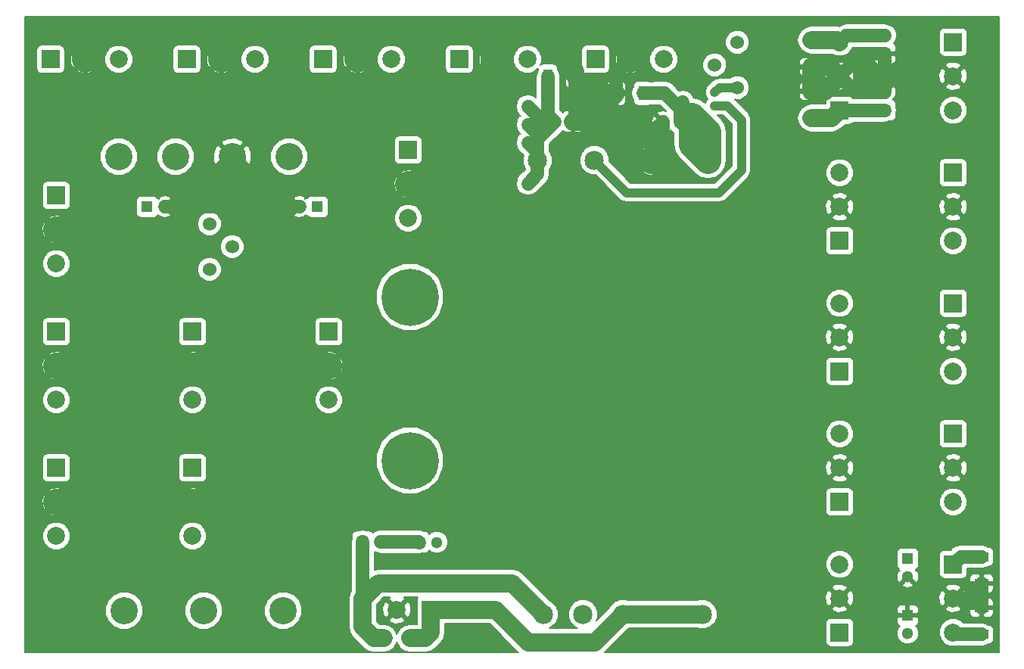
<source format=gbr>
G04 #@! TF.FileFunction,Copper,L1,Top,Signal*
%FSLAX46Y46*%
G04 Gerber Fmt 4.6, Leading zero omitted, Abs format (unit mm)*
G04 Created by KiCad (PCBNEW 4.0.4-stable) date Mon Oct  3 10:35:52 2016*
%MOMM*%
%LPD*%
G01*
G04 APERTURE LIST*
%ADD10C,0.100000*%
%ADD11C,2.159000*%
%ADD12C,6.400000*%
%ADD13R,1.300000X1.300000*%
%ADD14C,1.300000*%
%ADD15R,1.000000X1.600000*%
%ADD16R,1.600000X1.000000*%
%ADD17C,2.000000*%
%ADD18R,2.000000X2.000000*%
%ADD19R,0.900000X0.500000*%
%ADD20C,1.524000*%
%ADD21C,3.048000*%
%ADD22C,0.600000*%
%ADD23C,1.500000*%
%ADD24C,2.000000*%
%ADD25C,3.000000*%
%ADD26C,1.000000*%
%ADD27C,0.152400*%
G04 APERTURE END LIST*
D10*
D11*
X178625500Y-72580500D03*
X172275500Y-72580500D03*
X165925500Y-72580500D03*
X159575500Y-72580500D03*
X177990500Y-123380500D03*
X169100500Y-123380500D03*
X164655500Y-123380500D03*
X160210500Y-123380500D03*
D12*
X145288000Y-87884000D03*
D13*
X140017500Y-115252500D03*
D14*
X142017500Y-115252500D03*
D15*
X145327500Y-126047500D03*
X142327500Y-126047500D03*
D13*
X146304000Y-115316000D03*
D14*
X148304000Y-115316000D03*
D13*
X134937500Y-77787500D03*
D14*
X132937500Y-77787500D03*
D13*
X115887500Y-77787500D03*
D14*
X117887500Y-77787500D03*
D15*
X160742500Y-63182500D03*
X163742500Y-63182500D03*
X168362500Y-65087500D03*
X171362500Y-65087500D03*
D13*
X163512500Y-68262500D03*
D14*
X161512500Y-68262500D03*
D13*
X175577500Y-68262500D03*
D14*
X173577500Y-68262500D03*
D13*
X198437500Y-66992500D03*
D14*
X198437500Y-64992500D03*
D16*
X190182500Y-64857500D03*
X190182500Y-67857500D03*
D13*
X200977500Y-117157500D03*
D14*
X200977500Y-119157500D03*
D16*
X209232500Y-119927500D03*
X209232500Y-116927500D03*
D13*
X198437500Y-60642500D03*
D14*
X198437500Y-58642500D03*
D16*
X190182500Y-59142500D03*
X190182500Y-62142500D03*
D13*
X200977500Y-123507500D03*
D14*
X200977500Y-125507500D03*
D16*
X209232500Y-125642500D03*
X209232500Y-122642500D03*
D17*
X105727500Y-99377500D03*
D18*
X105727500Y-91757500D03*
D17*
X105727500Y-95567500D03*
X105727500Y-114617500D03*
D18*
X105727500Y-106997500D03*
D17*
X105727500Y-110807500D03*
X120967500Y-114617500D03*
D18*
X120967500Y-106997500D03*
D17*
X120967500Y-110807500D03*
X120967500Y-99377500D03*
D18*
X120967500Y-91757500D03*
D17*
X120967500Y-95567500D03*
X105727500Y-84137500D03*
D18*
X105727500Y-76517500D03*
D17*
X105727500Y-80327500D03*
X136207500Y-99377500D03*
D18*
X136207500Y-91757500D03*
D17*
X136207500Y-95567500D03*
X158432500Y-61277500D03*
D18*
X150812500Y-61277500D03*
D17*
X154622500Y-61277500D03*
X173672500Y-61277500D03*
D18*
X166052500Y-61277500D03*
D17*
X169862500Y-61277500D03*
X145097500Y-79057500D03*
D18*
X145097500Y-71437500D03*
D17*
X145097500Y-75247500D03*
X143192500Y-61277500D03*
D18*
X135572500Y-61277500D03*
D17*
X139382500Y-61277500D03*
X127952500Y-61277500D03*
D18*
X120332500Y-61277500D03*
D17*
X124142500Y-61277500D03*
X112712500Y-61277500D03*
D18*
X105092500Y-61277500D03*
D17*
X108902500Y-61277500D03*
X193357500Y-117792500D03*
D18*
X193357500Y-125412500D03*
D17*
X193357500Y-121602500D03*
X206057500Y-110807500D03*
D18*
X206057500Y-103187500D03*
D17*
X206057500Y-106997500D03*
X193357500Y-103187500D03*
D18*
X193357500Y-110807500D03*
D17*
X193357500Y-106997500D03*
X206057500Y-66992500D03*
D18*
X206057500Y-59372500D03*
D17*
X206057500Y-63182500D03*
X193357500Y-73977500D03*
D18*
X193357500Y-81597500D03*
D17*
X193357500Y-77787500D03*
X206057500Y-81597500D03*
D18*
X206057500Y-73977500D03*
D17*
X206057500Y-77787500D03*
X193357500Y-59372500D03*
D18*
X193357500Y-66992500D03*
D17*
X193357500Y-63182500D03*
X206057500Y-96202500D03*
D18*
X206057500Y-88582500D03*
D17*
X206057500Y-92392500D03*
X193357500Y-88582500D03*
D18*
X193357500Y-96202500D03*
D17*
X193357500Y-92392500D03*
X206057500Y-125412500D03*
D18*
X206057500Y-117792500D03*
D17*
X206057500Y-121602500D03*
X140017500Y-122872500D03*
D18*
X147637500Y-122872500D03*
D17*
X143827500Y-122872500D03*
D19*
X179387500Y-64972500D03*
X179387500Y-66472500D03*
D20*
X125412500Y-82232500D03*
X122872500Y-79692500D03*
X122872500Y-84772500D03*
X179387500Y-61912500D03*
X181927500Y-64452500D03*
X181927500Y-59372500D03*
D21*
X113347500Y-122999500D03*
X122237500Y-122999500D03*
X131127500Y-122999500D03*
X131762500Y-72199500D03*
X125412500Y-72199500D03*
X119062500Y-72199500D03*
X112712500Y-72199500D03*
D12*
X145288000Y-106172000D03*
D22*
X174752000Y-73660000D03*
X136652000Y-116840000D03*
X158496000Y-75184000D03*
X158496000Y-66548000D03*
X158496000Y-70612000D03*
X158496000Y-68580000D03*
X176784000Y-67056000D03*
X175768000Y-66040000D03*
X172720000Y-65024000D03*
X173736000Y-65024000D03*
D23*
X140017500Y-115252500D02*
X140017500Y-122872500D01*
D24*
X140017500Y-122872500D02*
X140017500Y-121602500D01*
X156718000Y-119888000D02*
X160210500Y-123380500D01*
X141732000Y-119888000D02*
X156718000Y-119888000D01*
X140017500Y-121602500D02*
X141732000Y-119888000D01*
X142327500Y-126047500D02*
X141287500Y-126047500D01*
X140017500Y-124777500D02*
X140017500Y-122872500D01*
X141287500Y-126047500D02*
X140017500Y-124777500D01*
D23*
X142017500Y-115252500D02*
X146240500Y-115252500D01*
X146240500Y-115252500D02*
X146304000Y-115316000D01*
D24*
X177990500Y-123380500D02*
X169100500Y-123380500D01*
X147637500Y-122872500D02*
X154876500Y-122872500D01*
X165989000Y-126492000D02*
X169100500Y-123380500D01*
X158496000Y-126492000D02*
X165989000Y-126492000D01*
X154876500Y-122872500D02*
X158496000Y-126492000D01*
X145327500Y-126047500D02*
X147002500Y-126047500D01*
X147637500Y-125412500D02*
X147637500Y-122872500D01*
X147002500Y-126047500D02*
X147637500Y-125412500D01*
D25*
X174752000Y-73660000D02*
X173672500Y-72580500D01*
X173672500Y-72580500D02*
X172275500Y-72580500D01*
D23*
X128524000Y-77787500D02*
X128524000Y-75311000D01*
X128524000Y-75311000D02*
X125412500Y-72199500D01*
X206057500Y-121602500D02*
X208192500Y-121602500D01*
X208192500Y-121602500D02*
X209232500Y-122642500D01*
X206057500Y-121602500D02*
X207557500Y-121602500D01*
X207557500Y-121602500D02*
X209232500Y-119927500D01*
X209232500Y-119927500D02*
X209232500Y-122642500D01*
X198437500Y-64992500D02*
X198437500Y-60642500D01*
X198437500Y-64992500D02*
X195167500Y-64992500D01*
X195167500Y-64992500D02*
X193357500Y-63182500D01*
X198437500Y-60642500D02*
X195897500Y-60642500D01*
X195897500Y-60642500D02*
X193357500Y-63182500D01*
D24*
X190182500Y-64857500D02*
X191682500Y-64857500D01*
X191682500Y-64857500D02*
X193357500Y-63182500D01*
X190182500Y-64857500D02*
X190182500Y-62142500D01*
X190182500Y-62142500D02*
X192317500Y-62142500D01*
X192317500Y-62142500D02*
X193357500Y-63182500D01*
X166306500Y-68262500D02*
X166306500Y-67143500D01*
X166306500Y-67143500D02*
X168362500Y-65087500D01*
X172275500Y-72580500D02*
X170624500Y-72580500D01*
X170624500Y-72580500D02*
X166306500Y-68262500D01*
X166306500Y-68262500D02*
X163512500Y-68262500D01*
X163742500Y-63182500D02*
X163742500Y-62650500D01*
X163742500Y-62650500D02*
X161544000Y-60452000D01*
X161544000Y-60452000D02*
X161544000Y-57912000D01*
X168362500Y-65087500D02*
X165671500Y-65087500D01*
X165671500Y-65087500D02*
X163766500Y-63182500D01*
X163766500Y-63182500D02*
X163742500Y-63182500D01*
D23*
X163742500Y-63182500D02*
X163742500Y-68032500D01*
X163742500Y-68032500D02*
X163512500Y-68262500D01*
D25*
X154622500Y-61277500D02*
X154622500Y-68389500D01*
X154622500Y-68389500D02*
X147764500Y-75247500D01*
X147764500Y-75247500D02*
X145097500Y-75247500D01*
X153924000Y-57912000D02*
X161544000Y-57912000D01*
X161544000Y-57912000D02*
X168656000Y-57912000D01*
X168656000Y-57912000D02*
X169862500Y-59118500D01*
X169862500Y-59118500D02*
X169862500Y-61277500D01*
X137668000Y-57912000D02*
X153924000Y-57912000D01*
X153924000Y-57912000D02*
X154622500Y-58610500D01*
X154622500Y-58610500D02*
X154622500Y-61277500D01*
X121920000Y-57912000D02*
X137668000Y-57912000D01*
X137668000Y-57912000D02*
X139382500Y-59626500D01*
X139382500Y-59626500D02*
X139382500Y-61277500D01*
X108902500Y-61277500D02*
X108902500Y-60261500D01*
X108902500Y-60261500D02*
X111252000Y-57912000D01*
X111252000Y-57912000D02*
X121920000Y-57912000D01*
X121920000Y-57912000D02*
X122428000Y-57912000D01*
X122428000Y-57912000D02*
X124142500Y-59626500D01*
X124142500Y-59626500D02*
X124142500Y-61277500D01*
D23*
X173577500Y-68262500D02*
X173577500Y-71278500D01*
X173577500Y-71278500D02*
X172275500Y-72580500D01*
X172275500Y-72580500D02*
X172275500Y-69564500D01*
X172275500Y-69564500D02*
X173577500Y-68262500D01*
X168362500Y-65087500D02*
X168362500Y-62777500D01*
X168362500Y-62777500D02*
X169862500Y-61277500D01*
D25*
X136652000Y-116840000D02*
X130619500Y-110807500D01*
X130619500Y-110807500D02*
X120967500Y-110807500D01*
D23*
X117887500Y-77787500D02*
X128524000Y-77787500D01*
X128524000Y-77787500D02*
X132937500Y-77787500D01*
X117887500Y-77787500D02*
X119824500Y-77787500D01*
X119824500Y-77787500D02*
X125412500Y-72199500D01*
X132937500Y-77787500D02*
X129603500Y-77787500D01*
X129603500Y-77787500D02*
X125412500Y-73596500D01*
X125412500Y-73596500D02*
X125412500Y-72199500D01*
D25*
X120967500Y-110807500D02*
X117411500Y-110807500D01*
X117411500Y-110807500D02*
X112776000Y-106172000D01*
X105727500Y-110807500D02*
X109156500Y-110807500D01*
X112776000Y-107188000D02*
X112776000Y-106172000D01*
X112776000Y-106172000D02*
X112776000Y-95567500D01*
X109156500Y-110807500D02*
X112776000Y-107188000D01*
X105727500Y-80327500D02*
X109283500Y-80327500D01*
X112776000Y-83820000D02*
X112776000Y-95567500D01*
X109283500Y-80327500D02*
X112776000Y-83820000D01*
X105727500Y-95567500D02*
X112776000Y-95567500D01*
X112776000Y-95567500D02*
X120967500Y-95567500D01*
X120967500Y-95567500D02*
X136207500Y-95567500D01*
X125412500Y-72199500D02*
X125412500Y-75628500D01*
X125412500Y-75628500D02*
X129032000Y-79248000D01*
X129032000Y-79248000D02*
X129032000Y-91440000D01*
X129032000Y-91440000D02*
X124904500Y-95567500D01*
X124904500Y-95567500D02*
X120967500Y-95567500D01*
D23*
X160742500Y-63182500D02*
X160742500Y-67492500D01*
X160742500Y-67492500D02*
X161512500Y-68262500D01*
X159575500Y-74104500D02*
X159575500Y-72580500D01*
X158496000Y-75184000D02*
X159575500Y-74104500D01*
X160210500Y-68262500D02*
X161512500Y-68262500D01*
X158496000Y-66548000D02*
X160210500Y-68262500D01*
X158496000Y-70612000D02*
X159575500Y-71691500D01*
X159575500Y-71691500D02*
X159575500Y-72580500D01*
X159575500Y-69659500D02*
X159575500Y-72580500D01*
X158496000Y-68580000D02*
X159575500Y-69659500D01*
X159575500Y-72580500D02*
X159575500Y-70199500D01*
X159575500Y-70199500D02*
X161512500Y-68262500D01*
D25*
X178625500Y-72580500D02*
X178625500Y-69405500D01*
X178625500Y-69405500D02*
X176847500Y-67627500D01*
X176847500Y-67627500D02*
X176847500Y-70802500D01*
X176847500Y-70802500D02*
X178625500Y-72580500D01*
D23*
X176784000Y-67056000D02*
X176847500Y-67119500D01*
X176847500Y-67119500D02*
X176847500Y-67627500D01*
X175577500Y-66230500D02*
X175577500Y-68262500D01*
X175768000Y-66040000D02*
X175577500Y-66230500D01*
X172720000Y-65024000D02*
X173736000Y-65024000D01*
X173736000Y-65024000D02*
X175577500Y-66865500D01*
X175577500Y-66865500D02*
X175577500Y-68262500D01*
X171362500Y-65087500D02*
X173799500Y-65087500D01*
X175577500Y-66865500D02*
X175577500Y-68262500D01*
X173799500Y-65087500D02*
X175577500Y-66865500D01*
X178625500Y-72580500D02*
X178625500Y-71310500D01*
X178625500Y-71310500D02*
X175577500Y-68262500D01*
X198437500Y-66992500D02*
X193357500Y-66992500D01*
D24*
X190182500Y-67857500D02*
X192492500Y-67857500D01*
X192492500Y-67857500D02*
X193357500Y-66992500D01*
D23*
X209232500Y-116927500D02*
X206922500Y-116927500D01*
X206922500Y-116927500D02*
X206057500Y-117792500D01*
X198437500Y-58642500D02*
X194087500Y-58642500D01*
X194087500Y-58642500D02*
X193357500Y-59372500D01*
D24*
X190182500Y-59142500D02*
X193127500Y-59142500D01*
X193127500Y-59142500D02*
X193357500Y-59372500D01*
D23*
X209232500Y-125642500D02*
X206287500Y-125642500D01*
X206287500Y-125642500D02*
X206057500Y-125412500D01*
D26*
X181927500Y-64452500D02*
X179907500Y-64452500D01*
X179907500Y-64452500D02*
X179387500Y-64972500D01*
X179387500Y-66472500D02*
X180772500Y-66472500D01*
X180772500Y-66472500D02*
X182372000Y-68072000D01*
X182372000Y-68072000D02*
X182372000Y-73660000D01*
X182372000Y-73660000D02*
X179832000Y-76200000D01*
X179832000Y-76200000D02*
X169545000Y-76200000D01*
X169545000Y-76200000D02*
X165925500Y-72580500D01*
D27*
G36*
X211201800Y-127635800D02*
X167073878Y-127635800D01*
X167109199Y-127612199D01*
X169756697Y-124964700D01*
X177467357Y-124964700D01*
X177658118Y-125043911D01*
X178319979Y-125044488D01*
X178931679Y-124791739D01*
X179311580Y-124412500D01*
X191761855Y-124412500D01*
X191761855Y-126412500D01*
X191802591Y-126628992D01*
X191930537Y-126827826D01*
X192125761Y-126961217D01*
X192357500Y-127008145D01*
X194357500Y-127008145D01*
X194573992Y-126967409D01*
X194772826Y-126839463D01*
X194906217Y-126644239D01*
X194953145Y-126412500D01*
X194953145Y-125751920D01*
X199743087Y-125751920D01*
X199930586Y-126205705D01*
X200277469Y-126553193D01*
X200730925Y-126741485D01*
X201221920Y-126741913D01*
X201675705Y-126554414D01*
X202023193Y-126207531D01*
X202211485Y-125754075D01*
X202211509Y-125726234D01*
X204473026Y-125726234D01*
X204713698Y-126308705D01*
X205158951Y-126754736D01*
X205741001Y-126996424D01*
X206371234Y-126996974D01*
X206420301Y-126976700D01*
X209232500Y-126976700D01*
X209743076Y-126875140D01*
X209948104Y-126738145D01*
X210032500Y-126738145D01*
X210248992Y-126697409D01*
X210447826Y-126569463D01*
X210581217Y-126374239D01*
X210628145Y-126142500D01*
X210628145Y-125142500D01*
X210587409Y-124926008D01*
X210459463Y-124727174D01*
X210264239Y-124593783D01*
X210032500Y-124546855D01*
X209948104Y-124546855D01*
X209743076Y-124409860D01*
X209232500Y-124308300D01*
X207193670Y-124308300D01*
X206956049Y-124070264D01*
X206373999Y-123828576D01*
X205743766Y-123828026D01*
X205161295Y-124068698D01*
X204715264Y-124513951D01*
X204473576Y-125096001D01*
X204473026Y-125726234D01*
X202211509Y-125726234D01*
X202211913Y-125263080D01*
X202024414Y-124809295D01*
X201894559Y-124679214D01*
X201958422Y-124652761D01*
X202122761Y-124488423D01*
X202211700Y-124273705D01*
X202211700Y-123831350D01*
X202065650Y-123685300D01*
X201155300Y-123685300D01*
X201155300Y-123705300D01*
X200799700Y-123705300D01*
X200799700Y-123685300D01*
X199889350Y-123685300D01*
X199743300Y-123831350D01*
X199743300Y-124273705D01*
X199832239Y-124488423D01*
X199996578Y-124652761D01*
X200060331Y-124679168D01*
X199931807Y-124807469D01*
X199743515Y-125260925D01*
X199743087Y-125751920D01*
X194953145Y-125751920D01*
X194953145Y-124412500D01*
X194912409Y-124196008D01*
X194784463Y-123997174D01*
X194589239Y-123863783D01*
X194357500Y-123816855D01*
X192357500Y-123816855D01*
X192141008Y-123857591D01*
X191942174Y-123985537D01*
X191808783Y-124180761D01*
X191761855Y-124412500D01*
X179311580Y-124412500D01*
X179400094Y-124324141D01*
X179653911Y-123712882D01*
X179654488Y-123051021D01*
X179534018Y-122759460D01*
X192451988Y-122759460D01*
X192557701Y-123005821D01*
X193155609Y-123205069D01*
X193784253Y-123160341D01*
X194157299Y-123005821D01*
X194263012Y-122759460D01*
X194244848Y-122741295D01*
X199743300Y-122741295D01*
X199743300Y-123183650D01*
X199889350Y-123329700D01*
X200799700Y-123329700D01*
X200799700Y-122419350D01*
X201155300Y-122419350D01*
X201155300Y-123329700D01*
X202065650Y-123329700D01*
X202211700Y-123183650D01*
X202211700Y-122759460D01*
X205151988Y-122759460D01*
X205257701Y-123005821D01*
X205855609Y-123205069D01*
X206484253Y-123160341D01*
X206857299Y-123005821D01*
X206874235Y-122966350D01*
X207848300Y-122966350D01*
X207848300Y-123258705D01*
X207937239Y-123473423D01*
X208101578Y-123637761D01*
X208316296Y-123726700D01*
X208908650Y-123726700D01*
X209054700Y-123580650D01*
X209054700Y-122820300D01*
X209410300Y-122820300D01*
X209410300Y-123580650D01*
X209556350Y-123726700D01*
X210148704Y-123726700D01*
X210363422Y-123637761D01*
X210527761Y-123473423D01*
X210616700Y-123258705D01*
X210616700Y-122966350D01*
X210470650Y-122820300D01*
X209410300Y-122820300D01*
X209054700Y-122820300D01*
X207994350Y-122820300D01*
X207848300Y-122966350D01*
X206874235Y-122966350D01*
X206963012Y-122759460D01*
X206057500Y-121853947D01*
X205151988Y-122759460D01*
X202211700Y-122759460D01*
X202211700Y-122741295D01*
X202122761Y-122526577D01*
X201958422Y-122362239D01*
X201743704Y-122273300D01*
X201301350Y-122273300D01*
X201155300Y-122419350D01*
X200799700Y-122419350D01*
X200653650Y-122273300D01*
X200211296Y-122273300D01*
X199996578Y-122362239D01*
X199832239Y-122526577D01*
X199743300Y-122741295D01*
X194244848Y-122741295D01*
X193357500Y-121853947D01*
X192451988Y-122759460D01*
X179534018Y-122759460D01*
X179401739Y-122439321D01*
X178934141Y-121970906D01*
X178322882Y-121717089D01*
X177661021Y-121716512D01*
X177467919Y-121796300D01*
X169623643Y-121796300D01*
X169432882Y-121717089D01*
X168771021Y-121716512D01*
X168159321Y-121969261D01*
X167690906Y-122436859D01*
X167610781Y-122629822D01*
X166170637Y-124069965D01*
X166318911Y-123712882D01*
X166319488Y-123051021D01*
X166066739Y-122439321D01*
X165599141Y-121970906D01*
X164987882Y-121717089D01*
X164326021Y-121716512D01*
X163714321Y-121969261D01*
X163245906Y-122436859D01*
X162992089Y-123048118D01*
X162991512Y-123709979D01*
X163244261Y-124321679D01*
X163711859Y-124790094D01*
X163995326Y-124907800D01*
X160870790Y-124907800D01*
X161151679Y-124791739D01*
X161620094Y-124324141D01*
X161873911Y-123712882D01*
X161874488Y-123051021D01*
X161621739Y-122439321D01*
X161154141Y-121970906D01*
X160961178Y-121890781D01*
X160471007Y-121400609D01*
X191754931Y-121400609D01*
X191799659Y-122029253D01*
X191954179Y-122402299D01*
X192200540Y-122508012D01*
X193106053Y-121602500D01*
X193608947Y-121602500D01*
X194514460Y-122508012D01*
X194760821Y-122402299D01*
X194960069Y-121804391D01*
X194931340Y-121400609D01*
X204454931Y-121400609D01*
X204499659Y-122029253D01*
X204654179Y-122402299D01*
X204900540Y-122508012D01*
X205806053Y-121602500D01*
X206308947Y-121602500D01*
X207214460Y-122508012D01*
X207460821Y-122402299D01*
X207586121Y-122026295D01*
X207848300Y-122026295D01*
X207848300Y-122318650D01*
X207994350Y-122464700D01*
X209054700Y-122464700D01*
X209054700Y-121704350D01*
X209410300Y-121704350D01*
X209410300Y-122464700D01*
X210470650Y-122464700D01*
X210616700Y-122318650D01*
X210616700Y-122026295D01*
X210527761Y-121811577D01*
X210363422Y-121647239D01*
X210148704Y-121558300D01*
X209556350Y-121558300D01*
X209410300Y-121704350D01*
X209054700Y-121704350D01*
X208908650Y-121558300D01*
X208316296Y-121558300D01*
X208101578Y-121647239D01*
X207937239Y-121811577D01*
X207848300Y-122026295D01*
X207586121Y-122026295D01*
X207660069Y-121804391D01*
X207615341Y-121175747D01*
X207460821Y-120802701D01*
X207214460Y-120696988D01*
X206308947Y-121602500D01*
X205806053Y-121602500D01*
X204900540Y-120696988D01*
X204654179Y-120802701D01*
X204454931Y-121400609D01*
X194931340Y-121400609D01*
X194915341Y-121175747D01*
X194760821Y-120802701D01*
X194514460Y-120696988D01*
X193608947Y-121602500D01*
X193106053Y-121602500D01*
X192200540Y-120696988D01*
X191954179Y-120802701D01*
X191754931Y-121400609D01*
X160471007Y-121400609D01*
X159515938Y-120445540D01*
X192451988Y-120445540D01*
X193357500Y-121351053D01*
X194263012Y-120445540D01*
X205151988Y-120445540D01*
X206057500Y-121351053D01*
X206963012Y-120445540D01*
X206879686Y-120251350D01*
X207848300Y-120251350D01*
X207848300Y-120543705D01*
X207937239Y-120758423D01*
X208101578Y-120922761D01*
X208316296Y-121011700D01*
X208908650Y-121011700D01*
X209054700Y-120865650D01*
X209054700Y-120105300D01*
X209410300Y-120105300D01*
X209410300Y-120865650D01*
X209556350Y-121011700D01*
X210148704Y-121011700D01*
X210363422Y-120922761D01*
X210527761Y-120758423D01*
X210616700Y-120543705D01*
X210616700Y-120251350D01*
X210470650Y-120105300D01*
X209410300Y-120105300D01*
X209054700Y-120105300D01*
X207994350Y-120105300D01*
X207848300Y-120251350D01*
X206879686Y-120251350D01*
X206857299Y-120199179D01*
X206259391Y-119999931D01*
X205630747Y-120044659D01*
X205257701Y-120199179D01*
X205151988Y-120445540D01*
X194263012Y-120445540D01*
X194157299Y-120199179D01*
X193738586Y-120059646D01*
X200326801Y-120059646D01*
X200389107Y-120269845D01*
X200859572Y-120410342D01*
X201347990Y-120360105D01*
X201565893Y-120269845D01*
X201628199Y-120059646D01*
X200977500Y-119408947D01*
X200326801Y-120059646D01*
X193738586Y-120059646D01*
X193559391Y-119999931D01*
X192930747Y-120044659D01*
X192557701Y-120199179D01*
X192451988Y-120445540D01*
X159515938Y-120445540D01*
X157838199Y-118767801D01*
X157324247Y-118424390D01*
X156718000Y-118303799D01*
X156717995Y-118303800D01*
X141732005Y-118303800D01*
X141732000Y-118303799D01*
X141351700Y-118379446D01*
X141351700Y-118106234D01*
X191773026Y-118106234D01*
X192013698Y-118688705D01*
X192458951Y-119134736D01*
X193041001Y-119376424D01*
X193671234Y-119376974D01*
X194253705Y-119136302D01*
X194350604Y-119039572D01*
X199724658Y-119039572D01*
X199774895Y-119527990D01*
X199865155Y-119745893D01*
X200075354Y-119808199D01*
X200726053Y-119157500D01*
X200711911Y-119143358D01*
X200963358Y-118891911D01*
X200977500Y-118906053D01*
X200991643Y-118891911D01*
X201243090Y-119143358D01*
X201228947Y-119157500D01*
X201879646Y-119808199D01*
X202089845Y-119745893D01*
X202230342Y-119275428D01*
X202180105Y-118787010D01*
X202089845Y-118569107D01*
X201879648Y-118506802D01*
X201991978Y-118394472D01*
X201914527Y-118317021D01*
X202042826Y-118234463D01*
X202176217Y-118039239D01*
X202223145Y-117807500D01*
X202223145Y-116792500D01*
X204461855Y-116792500D01*
X204461855Y-118792500D01*
X204502591Y-119008992D01*
X204630537Y-119207826D01*
X204825761Y-119341217D01*
X205057500Y-119388145D01*
X207057500Y-119388145D01*
X207273992Y-119347409D01*
X207330114Y-119311295D01*
X207848300Y-119311295D01*
X207848300Y-119603650D01*
X207994350Y-119749700D01*
X209054700Y-119749700D01*
X209054700Y-118989350D01*
X209410300Y-118989350D01*
X209410300Y-119749700D01*
X210470650Y-119749700D01*
X210616700Y-119603650D01*
X210616700Y-119311295D01*
X210527761Y-119096577D01*
X210363422Y-118932239D01*
X210148704Y-118843300D01*
X209556350Y-118843300D01*
X209410300Y-118989350D01*
X209054700Y-118989350D01*
X208908650Y-118843300D01*
X208316296Y-118843300D01*
X208101578Y-118932239D01*
X207937239Y-119096577D01*
X207848300Y-119311295D01*
X207330114Y-119311295D01*
X207472826Y-119219463D01*
X207606217Y-119024239D01*
X207653145Y-118792500D01*
X207653145Y-118261700D01*
X209232500Y-118261700D01*
X209743076Y-118160140D01*
X209948104Y-118023145D01*
X210032500Y-118023145D01*
X210248992Y-117982409D01*
X210447826Y-117854463D01*
X210581217Y-117659239D01*
X210628145Y-117427500D01*
X210628145Y-116427500D01*
X210587409Y-116211008D01*
X210459463Y-116012174D01*
X210264239Y-115878783D01*
X210032500Y-115831855D01*
X209948104Y-115831855D01*
X209743076Y-115694860D01*
X209232500Y-115593300D01*
X206922500Y-115593300D01*
X206411924Y-115694860D01*
X205979078Y-115984078D01*
X205766301Y-116196855D01*
X205057500Y-116196855D01*
X204841008Y-116237591D01*
X204642174Y-116365537D01*
X204508783Y-116560761D01*
X204461855Y-116792500D01*
X202223145Y-116792500D01*
X202223145Y-116507500D01*
X202182409Y-116291008D01*
X202054463Y-116092174D01*
X201859239Y-115958783D01*
X201627500Y-115911855D01*
X200327500Y-115911855D01*
X200111008Y-115952591D01*
X199912174Y-116080537D01*
X199778783Y-116275761D01*
X199731855Y-116507500D01*
X199731855Y-117807500D01*
X199772591Y-118023992D01*
X199900537Y-118222826D01*
X200039630Y-118317864D01*
X199963022Y-118394472D01*
X200075352Y-118506802D01*
X199865155Y-118569107D01*
X199724658Y-119039572D01*
X194350604Y-119039572D01*
X194699736Y-118691049D01*
X194941424Y-118108999D01*
X194941974Y-117478766D01*
X194701302Y-116896295D01*
X194256049Y-116450264D01*
X193673999Y-116208576D01*
X193043766Y-116208026D01*
X192461295Y-116448698D01*
X192015264Y-116893951D01*
X191773576Y-117476001D01*
X191773026Y-118106234D01*
X141351700Y-118106234D01*
X141351700Y-116381423D01*
X141506924Y-116485140D01*
X142017500Y-116586700D01*
X145984764Y-116586700D01*
X146304000Y-116650200D01*
X146749196Y-116561645D01*
X146954000Y-116561645D01*
X147170492Y-116520909D01*
X147369326Y-116392963D01*
X147477355Y-116234858D01*
X147603969Y-116361693D01*
X148057425Y-116549985D01*
X148548420Y-116550413D01*
X149002205Y-116362914D01*
X149349693Y-116016031D01*
X149537985Y-115562575D01*
X149538413Y-115071580D01*
X149350914Y-114617795D01*
X149004031Y-114270307D01*
X148550575Y-114082015D01*
X148059580Y-114081587D01*
X147605795Y-114269086D01*
X147476113Y-114398542D01*
X147380963Y-114250674D01*
X147185739Y-114117283D01*
X146954000Y-114070355D01*
X146826647Y-114070355D01*
X146751076Y-114019860D01*
X146240500Y-113918300D01*
X142017500Y-113918300D01*
X141506924Y-114019860D01*
X141143190Y-114262899D01*
X141094463Y-114187174D01*
X140899239Y-114053783D01*
X140667500Y-114006855D01*
X140462696Y-114006855D01*
X140017500Y-113918300D01*
X139572304Y-114006855D01*
X139367500Y-114006855D01*
X139151008Y-114047591D01*
X138952174Y-114175537D01*
X138818783Y-114370761D01*
X138771855Y-114602500D01*
X138771855Y-114807304D01*
X138683300Y-115252500D01*
X138683300Y-120802577D01*
X138553890Y-120996253D01*
X138433299Y-121602500D01*
X138433300Y-121602505D01*
X138433300Y-122872263D01*
X138433026Y-123186234D01*
X138433300Y-123186897D01*
X138433300Y-124777495D01*
X138433299Y-124777500D01*
X138553890Y-125383747D01*
X138897301Y-125897699D01*
X140167299Y-127167696D01*
X140167301Y-127167699D01*
X140681253Y-127511110D01*
X141287500Y-127631700D01*
X142327500Y-127631700D01*
X142933747Y-127511110D01*
X143447699Y-127167699D01*
X143791110Y-126653747D01*
X143827500Y-126470802D01*
X143863890Y-126653747D01*
X144207301Y-127167699D01*
X144721253Y-127511110D01*
X145327500Y-127631700D01*
X147002495Y-127631700D01*
X147002500Y-127631701D01*
X147608747Y-127511110D01*
X148122699Y-127167699D01*
X148757696Y-126532701D01*
X148757699Y-126532699D01*
X149101110Y-126018747D01*
X149153757Y-125754075D01*
X149221701Y-125412500D01*
X149221700Y-125412495D01*
X149221700Y-124456700D01*
X154220302Y-124456700D01*
X157375801Y-127612199D01*
X157411122Y-127635800D01*
X102234200Y-127635800D01*
X102234200Y-123417007D01*
X111238935Y-123417007D01*
X111559213Y-124192139D01*
X112151741Y-124785703D01*
X112926313Y-125107333D01*
X113765007Y-125108065D01*
X114540139Y-124787787D01*
X115133703Y-124195259D01*
X115455333Y-123420687D01*
X115455336Y-123417007D01*
X120128935Y-123417007D01*
X120449213Y-124192139D01*
X121041741Y-124785703D01*
X121816313Y-125107333D01*
X122655007Y-125108065D01*
X123430139Y-124787787D01*
X124023703Y-124195259D01*
X124345333Y-123420687D01*
X124345336Y-123417007D01*
X129018935Y-123417007D01*
X129339213Y-124192139D01*
X129931741Y-124785703D01*
X130706313Y-125107333D01*
X131545007Y-125108065D01*
X132320139Y-124787787D01*
X132913703Y-124195259D01*
X133235333Y-123420687D01*
X133236065Y-122581993D01*
X132915787Y-121806861D01*
X132323259Y-121213297D01*
X131548687Y-120891667D01*
X130709993Y-120890935D01*
X129934861Y-121211213D01*
X129341297Y-121803741D01*
X129019667Y-122578313D01*
X129018935Y-123417007D01*
X124345336Y-123417007D01*
X124346065Y-122581993D01*
X124025787Y-121806861D01*
X123433259Y-121213297D01*
X122658687Y-120891667D01*
X121819993Y-120890935D01*
X121044861Y-121211213D01*
X120451297Y-121803741D01*
X120129667Y-122578313D01*
X120128935Y-123417007D01*
X115455336Y-123417007D01*
X115456065Y-122581993D01*
X115135787Y-121806861D01*
X114543259Y-121213297D01*
X113768687Y-120891667D01*
X112929993Y-120890935D01*
X112154861Y-121211213D01*
X111561297Y-121803741D01*
X111239667Y-122578313D01*
X111238935Y-123417007D01*
X102234200Y-123417007D01*
X102234200Y-114931234D01*
X104143026Y-114931234D01*
X104383698Y-115513705D01*
X104828951Y-115959736D01*
X105411001Y-116201424D01*
X106041234Y-116201974D01*
X106623705Y-115961302D01*
X107069736Y-115516049D01*
X107311424Y-114933999D01*
X107311426Y-114931234D01*
X119383026Y-114931234D01*
X119623698Y-115513705D01*
X120068951Y-115959736D01*
X120651001Y-116201424D01*
X121281234Y-116201974D01*
X121863705Y-115961302D01*
X122309736Y-115516049D01*
X122551424Y-114933999D01*
X122551974Y-114303766D01*
X122311302Y-113721295D01*
X121866049Y-113275264D01*
X121283999Y-113033576D01*
X120653766Y-113033026D01*
X120071295Y-113273698D01*
X119625264Y-113718951D01*
X119383576Y-114301001D01*
X119383026Y-114931234D01*
X107311426Y-114931234D01*
X107311974Y-114303766D01*
X107071302Y-113721295D01*
X106626049Y-113275264D01*
X106043999Y-113033576D01*
X105413766Y-113033026D01*
X104831295Y-113273698D01*
X104385264Y-113718951D01*
X104143576Y-114301001D01*
X104143026Y-114931234D01*
X102234200Y-114931234D01*
X102234200Y-111964460D01*
X104821988Y-111964460D01*
X104927701Y-112210821D01*
X105525609Y-112410069D01*
X106154253Y-112365341D01*
X106527299Y-112210821D01*
X106633012Y-111964460D01*
X120061988Y-111964460D01*
X120167701Y-112210821D01*
X120765609Y-112410069D01*
X121394253Y-112365341D01*
X121767299Y-112210821D01*
X121873012Y-111964460D01*
X120967500Y-111058947D01*
X120061988Y-111964460D01*
X106633012Y-111964460D01*
X105727500Y-111058947D01*
X104821988Y-111964460D01*
X102234200Y-111964460D01*
X102234200Y-110605609D01*
X104124931Y-110605609D01*
X104169659Y-111234253D01*
X104324179Y-111607299D01*
X104570540Y-111713012D01*
X105476053Y-110807500D01*
X105978947Y-110807500D01*
X106884460Y-111713012D01*
X107130821Y-111607299D01*
X107330069Y-111009391D01*
X107301340Y-110605609D01*
X119364931Y-110605609D01*
X119409659Y-111234253D01*
X119564179Y-111607299D01*
X119810540Y-111713012D01*
X120716053Y-110807500D01*
X121218947Y-110807500D01*
X122124460Y-111713012D01*
X122370821Y-111607299D01*
X122570069Y-111009391D01*
X122525341Y-110380747D01*
X122370821Y-110007701D01*
X122124460Y-109901988D01*
X121218947Y-110807500D01*
X120716053Y-110807500D01*
X119810540Y-109901988D01*
X119564179Y-110007701D01*
X119364931Y-110605609D01*
X107301340Y-110605609D01*
X107285341Y-110380747D01*
X107130821Y-110007701D01*
X106884460Y-109901988D01*
X105978947Y-110807500D01*
X105476053Y-110807500D01*
X104570540Y-109901988D01*
X104324179Y-110007701D01*
X104124931Y-110605609D01*
X102234200Y-110605609D01*
X102234200Y-109650540D01*
X104821988Y-109650540D01*
X105727500Y-110556053D01*
X106633012Y-109650540D01*
X120061988Y-109650540D01*
X120967500Y-110556053D01*
X121873012Y-109650540D01*
X121767299Y-109404179D01*
X121169391Y-109204931D01*
X120540747Y-109249659D01*
X120167701Y-109404179D01*
X120061988Y-109650540D01*
X106633012Y-109650540D01*
X106527299Y-109404179D01*
X105929391Y-109204931D01*
X105300747Y-109249659D01*
X104927701Y-109404179D01*
X104821988Y-109650540D01*
X102234200Y-109650540D01*
X102234200Y-105997500D01*
X104131855Y-105997500D01*
X104131855Y-107997500D01*
X104172591Y-108213992D01*
X104300537Y-108412826D01*
X104495761Y-108546217D01*
X104727500Y-108593145D01*
X106727500Y-108593145D01*
X106943992Y-108552409D01*
X107142826Y-108424463D01*
X107276217Y-108229239D01*
X107323145Y-107997500D01*
X107323145Y-105997500D01*
X119371855Y-105997500D01*
X119371855Y-107997500D01*
X119412591Y-108213992D01*
X119540537Y-108412826D01*
X119735761Y-108546217D01*
X119967500Y-108593145D01*
X121967500Y-108593145D01*
X122183992Y-108552409D01*
X122382826Y-108424463D01*
X122516217Y-108229239D01*
X122563145Y-107997500D01*
X122563145Y-106921422D01*
X141503144Y-106921422D01*
X142078041Y-108312777D01*
X143141624Y-109378218D01*
X144531974Y-109955542D01*
X146037422Y-109956856D01*
X146398890Y-109807500D01*
X191761855Y-109807500D01*
X191761855Y-111807500D01*
X191802591Y-112023992D01*
X191930537Y-112222826D01*
X192125761Y-112356217D01*
X192357500Y-112403145D01*
X194357500Y-112403145D01*
X194573992Y-112362409D01*
X194772826Y-112234463D01*
X194906217Y-112039239D01*
X194953145Y-111807500D01*
X194953145Y-111121234D01*
X204473026Y-111121234D01*
X204713698Y-111703705D01*
X205158951Y-112149736D01*
X205741001Y-112391424D01*
X206371234Y-112391974D01*
X206953705Y-112151302D01*
X207399736Y-111706049D01*
X207641424Y-111123999D01*
X207641974Y-110493766D01*
X207401302Y-109911295D01*
X206956049Y-109465264D01*
X206373999Y-109223576D01*
X205743766Y-109223026D01*
X205161295Y-109463698D01*
X204715264Y-109908951D01*
X204473576Y-110491001D01*
X204473026Y-111121234D01*
X194953145Y-111121234D01*
X194953145Y-109807500D01*
X194912409Y-109591008D01*
X194784463Y-109392174D01*
X194589239Y-109258783D01*
X194357500Y-109211855D01*
X192357500Y-109211855D01*
X192141008Y-109252591D01*
X191942174Y-109380537D01*
X191808783Y-109575761D01*
X191761855Y-109807500D01*
X146398890Y-109807500D01*
X147428777Y-109381959D01*
X148494218Y-108318376D01*
X148562281Y-108154460D01*
X192451988Y-108154460D01*
X192557701Y-108400821D01*
X193155609Y-108600069D01*
X193784253Y-108555341D01*
X194157299Y-108400821D01*
X194263012Y-108154460D01*
X205151988Y-108154460D01*
X205257701Y-108400821D01*
X205855609Y-108600069D01*
X206484253Y-108555341D01*
X206857299Y-108400821D01*
X206963012Y-108154460D01*
X206057500Y-107248947D01*
X205151988Y-108154460D01*
X194263012Y-108154460D01*
X193357500Y-107248947D01*
X192451988Y-108154460D01*
X148562281Y-108154460D01*
X149071542Y-106928026D01*
X149071657Y-106795609D01*
X191754931Y-106795609D01*
X191799659Y-107424253D01*
X191954179Y-107797299D01*
X192200540Y-107903012D01*
X193106053Y-106997500D01*
X193608947Y-106997500D01*
X194514460Y-107903012D01*
X194760821Y-107797299D01*
X194960069Y-107199391D01*
X194931340Y-106795609D01*
X204454931Y-106795609D01*
X204499659Y-107424253D01*
X204654179Y-107797299D01*
X204900540Y-107903012D01*
X205806053Y-106997500D01*
X206308947Y-106997500D01*
X207214460Y-107903012D01*
X207460821Y-107797299D01*
X207660069Y-107199391D01*
X207615341Y-106570747D01*
X207460821Y-106197701D01*
X207214460Y-106091988D01*
X206308947Y-106997500D01*
X205806053Y-106997500D01*
X204900540Y-106091988D01*
X204654179Y-106197701D01*
X204454931Y-106795609D01*
X194931340Y-106795609D01*
X194915341Y-106570747D01*
X194760821Y-106197701D01*
X194514460Y-106091988D01*
X193608947Y-106997500D01*
X193106053Y-106997500D01*
X192200540Y-106091988D01*
X191954179Y-106197701D01*
X191754931Y-106795609D01*
X149071657Y-106795609D01*
X149072491Y-105840540D01*
X192451988Y-105840540D01*
X193357500Y-106746053D01*
X194263012Y-105840540D01*
X205151988Y-105840540D01*
X206057500Y-106746053D01*
X206963012Y-105840540D01*
X206857299Y-105594179D01*
X206259391Y-105394931D01*
X205630747Y-105439659D01*
X205257701Y-105594179D01*
X205151988Y-105840540D01*
X194263012Y-105840540D01*
X194157299Y-105594179D01*
X193559391Y-105394931D01*
X192930747Y-105439659D01*
X192557701Y-105594179D01*
X192451988Y-105840540D01*
X149072491Y-105840540D01*
X149072856Y-105422578D01*
X148497959Y-104031223D01*
X147968895Y-103501234D01*
X191773026Y-103501234D01*
X192013698Y-104083705D01*
X192458951Y-104529736D01*
X193041001Y-104771424D01*
X193671234Y-104771974D01*
X194253705Y-104531302D01*
X194699736Y-104086049D01*
X194941424Y-103503999D01*
X194941974Y-102873766D01*
X194701302Y-102291295D01*
X194597689Y-102187500D01*
X204461855Y-102187500D01*
X204461855Y-104187500D01*
X204502591Y-104403992D01*
X204630537Y-104602826D01*
X204825761Y-104736217D01*
X205057500Y-104783145D01*
X207057500Y-104783145D01*
X207273992Y-104742409D01*
X207472826Y-104614463D01*
X207606217Y-104419239D01*
X207653145Y-104187500D01*
X207653145Y-102187500D01*
X207612409Y-101971008D01*
X207484463Y-101772174D01*
X207289239Y-101638783D01*
X207057500Y-101591855D01*
X205057500Y-101591855D01*
X204841008Y-101632591D01*
X204642174Y-101760537D01*
X204508783Y-101955761D01*
X204461855Y-102187500D01*
X194597689Y-102187500D01*
X194256049Y-101845264D01*
X193673999Y-101603576D01*
X193043766Y-101603026D01*
X192461295Y-101843698D01*
X192015264Y-102288951D01*
X191773576Y-102871001D01*
X191773026Y-103501234D01*
X147968895Y-103501234D01*
X147434376Y-102965782D01*
X146044026Y-102388458D01*
X144538578Y-102387144D01*
X143147223Y-102962041D01*
X142081782Y-104025624D01*
X141504458Y-105415974D01*
X141503144Y-106921422D01*
X122563145Y-106921422D01*
X122563145Y-105997500D01*
X122522409Y-105781008D01*
X122394463Y-105582174D01*
X122199239Y-105448783D01*
X121967500Y-105401855D01*
X119967500Y-105401855D01*
X119751008Y-105442591D01*
X119552174Y-105570537D01*
X119418783Y-105765761D01*
X119371855Y-105997500D01*
X107323145Y-105997500D01*
X107282409Y-105781008D01*
X107154463Y-105582174D01*
X106959239Y-105448783D01*
X106727500Y-105401855D01*
X104727500Y-105401855D01*
X104511008Y-105442591D01*
X104312174Y-105570537D01*
X104178783Y-105765761D01*
X104131855Y-105997500D01*
X102234200Y-105997500D01*
X102234200Y-99691234D01*
X104143026Y-99691234D01*
X104383698Y-100273705D01*
X104828951Y-100719736D01*
X105411001Y-100961424D01*
X106041234Y-100961974D01*
X106623705Y-100721302D01*
X107069736Y-100276049D01*
X107311424Y-99693999D01*
X107311426Y-99691234D01*
X119383026Y-99691234D01*
X119623698Y-100273705D01*
X120068951Y-100719736D01*
X120651001Y-100961424D01*
X121281234Y-100961974D01*
X121863705Y-100721302D01*
X122309736Y-100276049D01*
X122551424Y-99693999D01*
X122551426Y-99691234D01*
X134623026Y-99691234D01*
X134863698Y-100273705D01*
X135308951Y-100719736D01*
X135891001Y-100961424D01*
X136521234Y-100961974D01*
X137103705Y-100721302D01*
X137549736Y-100276049D01*
X137791424Y-99693999D01*
X137791974Y-99063766D01*
X137551302Y-98481295D01*
X137106049Y-98035264D01*
X136523999Y-97793576D01*
X135893766Y-97793026D01*
X135311295Y-98033698D01*
X134865264Y-98478951D01*
X134623576Y-99061001D01*
X134623026Y-99691234D01*
X122551426Y-99691234D01*
X122551974Y-99063766D01*
X122311302Y-98481295D01*
X121866049Y-98035264D01*
X121283999Y-97793576D01*
X120653766Y-97793026D01*
X120071295Y-98033698D01*
X119625264Y-98478951D01*
X119383576Y-99061001D01*
X119383026Y-99691234D01*
X107311426Y-99691234D01*
X107311974Y-99063766D01*
X107071302Y-98481295D01*
X106626049Y-98035264D01*
X106043999Y-97793576D01*
X105413766Y-97793026D01*
X104831295Y-98033698D01*
X104385264Y-98478951D01*
X104143576Y-99061001D01*
X104143026Y-99691234D01*
X102234200Y-99691234D01*
X102234200Y-96724460D01*
X104821988Y-96724460D01*
X104927701Y-96970821D01*
X105525609Y-97170069D01*
X106154253Y-97125341D01*
X106527299Y-96970821D01*
X106633012Y-96724460D01*
X120061988Y-96724460D01*
X120167701Y-96970821D01*
X120765609Y-97170069D01*
X121394253Y-97125341D01*
X121767299Y-96970821D01*
X121873012Y-96724460D01*
X135301988Y-96724460D01*
X135407701Y-96970821D01*
X136005609Y-97170069D01*
X136634253Y-97125341D01*
X137007299Y-96970821D01*
X137113012Y-96724460D01*
X136207500Y-95818947D01*
X135301988Y-96724460D01*
X121873012Y-96724460D01*
X120967500Y-95818947D01*
X120061988Y-96724460D01*
X106633012Y-96724460D01*
X105727500Y-95818947D01*
X104821988Y-96724460D01*
X102234200Y-96724460D01*
X102234200Y-95365609D01*
X104124931Y-95365609D01*
X104169659Y-95994253D01*
X104324179Y-96367299D01*
X104570540Y-96473012D01*
X105476053Y-95567500D01*
X105978947Y-95567500D01*
X106884460Y-96473012D01*
X107130821Y-96367299D01*
X107330069Y-95769391D01*
X107301340Y-95365609D01*
X119364931Y-95365609D01*
X119409659Y-95994253D01*
X119564179Y-96367299D01*
X119810540Y-96473012D01*
X120716053Y-95567500D01*
X121218947Y-95567500D01*
X122124460Y-96473012D01*
X122370821Y-96367299D01*
X122570069Y-95769391D01*
X122541340Y-95365609D01*
X134604931Y-95365609D01*
X134649659Y-95994253D01*
X134804179Y-96367299D01*
X135050540Y-96473012D01*
X135956053Y-95567500D01*
X136458947Y-95567500D01*
X137364460Y-96473012D01*
X137610821Y-96367299D01*
X137810069Y-95769391D01*
X137769735Y-95202500D01*
X191761855Y-95202500D01*
X191761855Y-97202500D01*
X191802591Y-97418992D01*
X191930537Y-97617826D01*
X192125761Y-97751217D01*
X192357500Y-97798145D01*
X194357500Y-97798145D01*
X194573992Y-97757409D01*
X194772826Y-97629463D01*
X194906217Y-97434239D01*
X194953145Y-97202500D01*
X194953145Y-96516234D01*
X204473026Y-96516234D01*
X204713698Y-97098705D01*
X205158951Y-97544736D01*
X205741001Y-97786424D01*
X206371234Y-97786974D01*
X206953705Y-97546302D01*
X207399736Y-97101049D01*
X207641424Y-96518999D01*
X207641974Y-95888766D01*
X207401302Y-95306295D01*
X206956049Y-94860264D01*
X206373999Y-94618576D01*
X205743766Y-94618026D01*
X205161295Y-94858698D01*
X204715264Y-95303951D01*
X204473576Y-95886001D01*
X204473026Y-96516234D01*
X194953145Y-96516234D01*
X194953145Y-95202500D01*
X194912409Y-94986008D01*
X194784463Y-94787174D01*
X194589239Y-94653783D01*
X194357500Y-94606855D01*
X192357500Y-94606855D01*
X192141008Y-94647591D01*
X191942174Y-94775537D01*
X191808783Y-94970761D01*
X191761855Y-95202500D01*
X137769735Y-95202500D01*
X137765341Y-95140747D01*
X137610821Y-94767701D01*
X137364460Y-94661988D01*
X136458947Y-95567500D01*
X135956053Y-95567500D01*
X135050540Y-94661988D01*
X134804179Y-94767701D01*
X134604931Y-95365609D01*
X122541340Y-95365609D01*
X122525341Y-95140747D01*
X122370821Y-94767701D01*
X122124460Y-94661988D01*
X121218947Y-95567500D01*
X120716053Y-95567500D01*
X119810540Y-94661988D01*
X119564179Y-94767701D01*
X119364931Y-95365609D01*
X107301340Y-95365609D01*
X107285341Y-95140747D01*
X107130821Y-94767701D01*
X106884460Y-94661988D01*
X105978947Y-95567500D01*
X105476053Y-95567500D01*
X104570540Y-94661988D01*
X104324179Y-94767701D01*
X104124931Y-95365609D01*
X102234200Y-95365609D01*
X102234200Y-94410540D01*
X104821988Y-94410540D01*
X105727500Y-95316053D01*
X106633012Y-94410540D01*
X120061988Y-94410540D01*
X120967500Y-95316053D01*
X121873012Y-94410540D01*
X135301988Y-94410540D01*
X136207500Y-95316053D01*
X137113012Y-94410540D01*
X137007299Y-94164179D01*
X136409391Y-93964931D01*
X135780747Y-94009659D01*
X135407701Y-94164179D01*
X135301988Y-94410540D01*
X121873012Y-94410540D01*
X121767299Y-94164179D01*
X121169391Y-93964931D01*
X120540747Y-94009659D01*
X120167701Y-94164179D01*
X120061988Y-94410540D01*
X106633012Y-94410540D01*
X106527299Y-94164179D01*
X105929391Y-93964931D01*
X105300747Y-94009659D01*
X104927701Y-94164179D01*
X104821988Y-94410540D01*
X102234200Y-94410540D01*
X102234200Y-93549460D01*
X192451988Y-93549460D01*
X192557701Y-93795821D01*
X193155609Y-93995069D01*
X193784253Y-93950341D01*
X194157299Y-93795821D01*
X194263012Y-93549460D01*
X205151988Y-93549460D01*
X205257701Y-93795821D01*
X205855609Y-93995069D01*
X206484253Y-93950341D01*
X206857299Y-93795821D01*
X206963012Y-93549460D01*
X206057500Y-92643947D01*
X205151988Y-93549460D01*
X194263012Y-93549460D01*
X193357500Y-92643947D01*
X192451988Y-93549460D01*
X102234200Y-93549460D01*
X102234200Y-90757500D01*
X104131855Y-90757500D01*
X104131855Y-92757500D01*
X104172591Y-92973992D01*
X104300537Y-93172826D01*
X104495761Y-93306217D01*
X104727500Y-93353145D01*
X106727500Y-93353145D01*
X106943992Y-93312409D01*
X107142826Y-93184463D01*
X107276217Y-92989239D01*
X107323145Y-92757500D01*
X107323145Y-90757500D01*
X119371855Y-90757500D01*
X119371855Y-92757500D01*
X119412591Y-92973992D01*
X119540537Y-93172826D01*
X119735761Y-93306217D01*
X119967500Y-93353145D01*
X121967500Y-93353145D01*
X122183992Y-93312409D01*
X122382826Y-93184463D01*
X122516217Y-92989239D01*
X122563145Y-92757500D01*
X122563145Y-90757500D01*
X134611855Y-90757500D01*
X134611855Y-92757500D01*
X134652591Y-92973992D01*
X134780537Y-93172826D01*
X134975761Y-93306217D01*
X135207500Y-93353145D01*
X137207500Y-93353145D01*
X137423992Y-93312409D01*
X137622826Y-93184463D01*
X137756217Y-92989239D01*
X137803145Y-92757500D01*
X137803145Y-92190609D01*
X191754931Y-92190609D01*
X191799659Y-92819253D01*
X191954179Y-93192299D01*
X192200540Y-93298012D01*
X193106053Y-92392500D01*
X193608947Y-92392500D01*
X194514460Y-93298012D01*
X194760821Y-93192299D01*
X194960069Y-92594391D01*
X194931340Y-92190609D01*
X204454931Y-92190609D01*
X204499659Y-92819253D01*
X204654179Y-93192299D01*
X204900540Y-93298012D01*
X205806053Y-92392500D01*
X206308947Y-92392500D01*
X207214460Y-93298012D01*
X207460821Y-93192299D01*
X207660069Y-92594391D01*
X207615341Y-91965747D01*
X207460821Y-91592701D01*
X207214460Y-91486988D01*
X206308947Y-92392500D01*
X205806053Y-92392500D01*
X204900540Y-91486988D01*
X204654179Y-91592701D01*
X204454931Y-92190609D01*
X194931340Y-92190609D01*
X194915341Y-91965747D01*
X194760821Y-91592701D01*
X194514460Y-91486988D01*
X193608947Y-92392500D01*
X193106053Y-92392500D01*
X192200540Y-91486988D01*
X191954179Y-91592701D01*
X191754931Y-92190609D01*
X137803145Y-92190609D01*
X137803145Y-90757500D01*
X137762409Y-90541008D01*
X137634463Y-90342174D01*
X137439239Y-90208783D01*
X137207500Y-90161855D01*
X135207500Y-90161855D01*
X134991008Y-90202591D01*
X134792174Y-90330537D01*
X134658783Y-90525761D01*
X134611855Y-90757500D01*
X122563145Y-90757500D01*
X122522409Y-90541008D01*
X122394463Y-90342174D01*
X122199239Y-90208783D01*
X121967500Y-90161855D01*
X119967500Y-90161855D01*
X119751008Y-90202591D01*
X119552174Y-90330537D01*
X119418783Y-90525761D01*
X119371855Y-90757500D01*
X107323145Y-90757500D01*
X107282409Y-90541008D01*
X107154463Y-90342174D01*
X106959239Y-90208783D01*
X106727500Y-90161855D01*
X104727500Y-90161855D01*
X104511008Y-90202591D01*
X104312174Y-90330537D01*
X104178783Y-90525761D01*
X104131855Y-90757500D01*
X102234200Y-90757500D01*
X102234200Y-88633422D01*
X141503144Y-88633422D01*
X142078041Y-90024777D01*
X143141624Y-91090218D01*
X144531974Y-91667542D01*
X146037422Y-91668856D01*
X147086125Y-91235540D01*
X192451988Y-91235540D01*
X193357500Y-92141053D01*
X194263012Y-91235540D01*
X205151988Y-91235540D01*
X206057500Y-92141053D01*
X206963012Y-91235540D01*
X206857299Y-90989179D01*
X206259391Y-90789931D01*
X205630747Y-90834659D01*
X205257701Y-90989179D01*
X205151988Y-91235540D01*
X194263012Y-91235540D01*
X194157299Y-90989179D01*
X193559391Y-90789931D01*
X192930747Y-90834659D01*
X192557701Y-90989179D01*
X192451988Y-91235540D01*
X147086125Y-91235540D01*
X147428777Y-91093959D01*
X148494218Y-90030376D01*
X148965155Y-88896234D01*
X191773026Y-88896234D01*
X192013698Y-89478705D01*
X192458951Y-89924736D01*
X193041001Y-90166424D01*
X193671234Y-90166974D01*
X194253705Y-89926302D01*
X194699736Y-89481049D01*
X194941424Y-88898999D01*
X194941974Y-88268766D01*
X194701302Y-87686295D01*
X194597689Y-87582500D01*
X204461855Y-87582500D01*
X204461855Y-89582500D01*
X204502591Y-89798992D01*
X204630537Y-89997826D01*
X204825761Y-90131217D01*
X205057500Y-90178145D01*
X207057500Y-90178145D01*
X207273992Y-90137409D01*
X207472826Y-90009463D01*
X207606217Y-89814239D01*
X207653145Y-89582500D01*
X207653145Y-87582500D01*
X207612409Y-87366008D01*
X207484463Y-87167174D01*
X207289239Y-87033783D01*
X207057500Y-86986855D01*
X205057500Y-86986855D01*
X204841008Y-87027591D01*
X204642174Y-87155537D01*
X204508783Y-87350761D01*
X204461855Y-87582500D01*
X194597689Y-87582500D01*
X194256049Y-87240264D01*
X193673999Y-86998576D01*
X193043766Y-86998026D01*
X192461295Y-87238698D01*
X192015264Y-87683951D01*
X191773576Y-88266001D01*
X191773026Y-88896234D01*
X148965155Y-88896234D01*
X149071542Y-88640026D01*
X149072856Y-87134578D01*
X148497959Y-85743223D01*
X147434376Y-84677782D01*
X146044026Y-84100458D01*
X144538578Y-84099144D01*
X143147223Y-84674041D01*
X142081782Y-85737624D01*
X141504458Y-87127974D01*
X141503144Y-88633422D01*
X102234200Y-88633422D01*
X102234200Y-84451234D01*
X104143026Y-84451234D01*
X104383698Y-85033705D01*
X104828951Y-85479736D01*
X105411001Y-85721424D01*
X106041234Y-85721974D01*
X106623705Y-85481302D01*
X107066678Y-85039101D01*
X121526066Y-85039101D01*
X121730581Y-85534065D01*
X122108943Y-85913088D01*
X122603549Y-86118466D01*
X123139101Y-86118934D01*
X123634065Y-85914419D01*
X124013088Y-85536057D01*
X124218466Y-85041451D01*
X124218934Y-84505899D01*
X124014419Y-84010935D01*
X123636057Y-83631912D01*
X123141451Y-83426534D01*
X122605899Y-83426066D01*
X122110935Y-83630581D01*
X121731912Y-84008943D01*
X121526534Y-84503549D01*
X121526066Y-85039101D01*
X107066678Y-85039101D01*
X107069736Y-85036049D01*
X107311424Y-84453999D01*
X107311974Y-83823766D01*
X107071302Y-83241295D01*
X106626049Y-82795264D01*
X106043999Y-82553576D01*
X105413766Y-82553026D01*
X104831295Y-82793698D01*
X104385264Y-83238951D01*
X104143576Y-83821001D01*
X104143026Y-84451234D01*
X102234200Y-84451234D01*
X102234200Y-82499101D01*
X124066066Y-82499101D01*
X124270581Y-82994065D01*
X124648943Y-83373088D01*
X125143549Y-83578466D01*
X125679101Y-83578934D01*
X126174065Y-83374419D01*
X126553088Y-82996057D01*
X126758466Y-82501451D01*
X126758934Y-81965899D01*
X126554419Y-81470935D01*
X126176057Y-81091912D01*
X125681451Y-80886534D01*
X125145899Y-80886066D01*
X124650935Y-81090581D01*
X124271912Y-81468943D01*
X124066534Y-81963549D01*
X124066066Y-82499101D01*
X102234200Y-82499101D01*
X102234200Y-81484460D01*
X104821988Y-81484460D01*
X104927701Y-81730821D01*
X105525609Y-81930069D01*
X106154253Y-81885341D01*
X106527299Y-81730821D01*
X106633012Y-81484460D01*
X105727500Y-80578947D01*
X104821988Y-81484460D01*
X102234200Y-81484460D01*
X102234200Y-80125609D01*
X104124931Y-80125609D01*
X104169659Y-80754253D01*
X104324179Y-81127299D01*
X104570540Y-81233012D01*
X105476053Y-80327500D01*
X105978947Y-80327500D01*
X106884460Y-81233012D01*
X107130821Y-81127299D01*
X107330069Y-80529391D01*
X107289493Y-79959101D01*
X121526066Y-79959101D01*
X121730581Y-80454065D01*
X122108943Y-80833088D01*
X122603549Y-81038466D01*
X123139101Y-81038934D01*
X123634065Y-80834419D01*
X124013088Y-80456057D01*
X124218466Y-79961451D01*
X124218934Y-79425899D01*
X124196347Y-79371234D01*
X143513026Y-79371234D01*
X143753698Y-79953705D01*
X144198951Y-80399736D01*
X144781001Y-80641424D01*
X145411234Y-80641974D01*
X145518869Y-80597500D01*
X191761855Y-80597500D01*
X191761855Y-82597500D01*
X191802591Y-82813992D01*
X191930537Y-83012826D01*
X192125761Y-83146217D01*
X192357500Y-83193145D01*
X194357500Y-83193145D01*
X194573992Y-83152409D01*
X194772826Y-83024463D01*
X194906217Y-82829239D01*
X194953145Y-82597500D01*
X194953145Y-81911234D01*
X204473026Y-81911234D01*
X204713698Y-82493705D01*
X205158951Y-82939736D01*
X205741001Y-83181424D01*
X206371234Y-83181974D01*
X206953705Y-82941302D01*
X207399736Y-82496049D01*
X207641424Y-81913999D01*
X207641974Y-81283766D01*
X207401302Y-80701295D01*
X206956049Y-80255264D01*
X206373999Y-80013576D01*
X205743766Y-80013026D01*
X205161295Y-80253698D01*
X204715264Y-80698951D01*
X204473576Y-81281001D01*
X204473026Y-81911234D01*
X194953145Y-81911234D01*
X194953145Y-80597500D01*
X194912409Y-80381008D01*
X194784463Y-80182174D01*
X194589239Y-80048783D01*
X194357500Y-80001855D01*
X192357500Y-80001855D01*
X192141008Y-80042591D01*
X191942174Y-80170537D01*
X191808783Y-80365761D01*
X191761855Y-80597500D01*
X145518869Y-80597500D01*
X145993705Y-80401302D01*
X146439736Y-79956049D01*
X146681424Y-79373999D01*
X146681798Y-78944460D01*
X192451988Y-78944460D01*
X192557701Y-79190821D01*
X193155609Y-79390069D01*
X193784253Y-79345341D01*
X194157299Y-79190821D01*
X194263012Y-78944460D01*
X205151988Y-78944460D01*
X205257701Y-79190821D01*
X205855609Y-79390069D01*
X206484253Y-79345341D01*
X206857299Y-79190821D01*
X206963012Y-78944460D01*
X206057500Y-78038947D01*
X205151988Y-78944460D01*
X194263012Y-78944460D01*
X193357500Y-78038947D01*
X192451988Y-78944460D01*
X146681798Y-78944460D01*
X146681974Y-78743766D01*
X146441302Y-78161295D01*
X145996049Y-77715264D01*
X145683805Y-77585609D01*
X191754931Y-77585609D01*
X191799659Y-78214253D01*
X191954179Y-78587299D01*
X192200540Y-78693012D01*
X193106053Y-77787500D01*
X193608947Y-77787500D01*
X194514460Y-78693012D01*
X194760821Y-78587299D01*
X194960069Y-77989391D01*
X194931340Y-77585609D01*
X204454931Y-77585609D01*
X204499659Y-78214253D01*
X204654179Y-78587299D01*
X204900540Y-78693012D01*
X205806053Y-77787500D01*
X206308947Y-77787500D01*
X207214460Y-78693012D01*
X207460821Y-78587299D01*
X207660069Y-77989391D01*
X207615341Y-77360747D01*
X207460821Y-76987701D01*
X207214460Y-76881988D01*
X206308947Y-77787500D01*
X205806053Y-77787500D01*
X204900540Y-76881988D01*
X204654179Y-76987701D01*
X204454931Y-77585609D01*
X194931340Y-77585609D01*
X194915341Y-77360747D01*
X194760821Y-76987701D01*
X194514460Y-76881988D01*
X193608947Y-77787500D01*
X193106053Y-77787500D01*
X192200540Y-76881988D01*
X191954179Y-76987701D01*
X191754931Y-77585609D01*
X145683805Y-77585609D01*
X145413999Y-77473576D01*
X144783766Y-77473026D01*
X144201295Y-77713698D01*
X143755264Y-78158951D01*
X143513576Y-78741001D01*
X143513026Y-79371234D01*
X124196347Y-79371234D01*
X124014419Y-78930935D01*
X123636057Y-78551912D01*
X123141451Y-78346534D01*
X122605899Y-78346066D01*
X122110935Y-78550581D01*
X121731912Y-78928943D01*
X121526534Y-79423549D01*
X121526066Y-79959101D01*
X107289493Y-79959101D01*
X107285341Y-79900747D01*
X107130821Y-79527701D01*
X106884460Y-79421988D01*
X105978947Y-80327500D01*
X105476053Y-80327500D01*
X104570540Y-79421988D01*
X104324179Y-79527701D01*
X104124931Y-80125609D01*
X102234200Y-80125609D01*
X102234200Y-79170540D01*
X104821988Y-79170540D01*
X105727500Y-80076053D01*
X106633012Y-79170540D01*
X106527299Y-78924179D01*
X105929391Y-78724931D01*
X105300747Y-78769659D01*
X104927701Y-78924179D01*
X104821988Y-79170540D01*
X102234200Y-79170540D01*
X102234200Y-75517500D01*
X104131855Y-75517500D01*
X104131855Y-77517500D01*
X104172591Y-77733992D01*
X104300537Y-77932826D01*
X104495761Y-78066217D01*
X104727500Y-78113145D01*
X106727500Y-78113145D01*
X106943992Y-78072409D01*
X107142826Y-77944463D01*
X107276217Y-77749239D01*
X107323145Y-77517500D01*
X107323145Y-77137500D01*
X114641855Y-77137500D01*
X114641855Y-78437500D01*
X114682591Y-78653992D01*
X114810537Y-78852826D01*
X115005761Y-78986217D01*
X115237500Y-79033145D01*
X116537500Y-79033145D01*
X116753992Y-78992409D01*
X116952826Y-78864463D01*
X117047864Y-78725370D01*
X117124472Y-78801978D01*
X117236802Y-78689648D01*
X117299107Y-78899845D01*
X117769572Y-79040342D01*
X118257990Y-78990105D01*
X118475893Y-78899845D01*
X118538199Y-78689646D01*
X117887500Y-78038947D01*
X117873358Y-78053090D01*
X117621911Y-77801643D01*
X117636053Y-77787500D01*
X118138947Y-77787500D01*
X118789646Y-78438199D01*
X118999845Y-78375893D01*
X119140342Y-77905428D01*
X119116083Y-77669572D01*
X131684658Y-77669572D01*
X131734895Y-78157990D01*
X131825155Y-78375893D01*
X132035354Y-78438199D01*
X132686053Y-77787500D01*
X132035354Y-77136801D01*
X131825155Y-77199107D01*
X131684658Y-77669572D01*
X119116083Y-77669572D01*
X119090105Y-77417010D01*
X118999845Y-77199107D01*
X118789646Y-77136801D01*
X118138947Y-77787500D01*
X117636053Y-77787500D01*
X117621911Y-77773358D01*
X117873358Y-77521911D01*
X117887500Y-77536053D01*
X118538199Y-76885354D01*
X132286801Y-76885354D01*
X132937500Y-77536053D01*
X132951643Y-77521911D01*
X133203090Y-77773358D01*
X133188947Y-77787500D01*
X133203090Y-77801643D01*
X132951643Y-78053090D01*
X132937500Y-78038947D01*
X132286801Y-78689646D01*
X132349107Y-78899845D01*
X132819572Y-79040342D01*
X133307990Y-78990105D01*
X133525893Y-78899845D01*
X133588198Y-78689648D01*
X133700528Y-78801978D01*
X133777979Y-78724527D01*
X133860537Y-78852826D01*
X134055761Y-78986217D01*
X134287500Y-79033145D01*
X135587500Y-79033145D01*
X135803992Y-78992409D01*
X136002826Y-78864463D01*
X136136217Y-78669239D01*
X136183145Y-78437500D01*
X136183145Y-77137500D01*
X136142409Y-76921008D01*
X136014463Y-76722174D01*
X135819239Y-76588783D01*
X135587500Y-76541855D01*
X134287500Y-76541855D01*
X134071008Y-76582591D01*
X133872174Y-76710537D01*
X133777136Y-76849630D01*
X133700528Y-76773022D01*
X133588198Y-76885352D01*
X133525893Y-76675155D01*
X133055428Y-76534658D01*
X132567010Y-76584895D01*
X132349107Y-76675155D01*
X132286801Y-76885354D01*
X118538199Y-76885354D01*
X118475893Y-76675155D01*
X118005428Y-76534658D01*
X117517010Y-76584895D01*
X117299107Y-76675155D01*
X117236802Y-76885352D01*
X117124472Y-76773022D01*
X117047021Y-76850473D01*
X116964463Y-76722174D01*
X116769239Y-76588783D01*
X116537500Y-76541855D01*
X115237500Y-76541855D01*
X115021008Y-76582591D01*
X114822174Y-76710537D01*
X114688783Y-76905761D01*
X114641855Y-77137500D01*
X107323145Y-77137500D01*
X107323145Y-76404460D01*
X144191988Y-76404460D01*
X144297701Y-76650821D01*
X144895609Y-76850069D01*
X145524253Y-76805341D01*
X145897299Y-76650821D01*
X146003012Y-76404460D01*
X145097500Y-75498947D01*
X144191988Y-76404460D01*
X107323145Y-76404460D01*
X107323145Y-75517500D01*
X107282409Y-75301008D01*
X107154463Y-75102174D01*
X107071678Y-75045609D01*
X143494931Y-75045609D01*
X143539659Y-75674253D01*
X143694179Y-76047299D01*
X143940540Y-76153012D01*
X144846053Y-75247500D01*
X145348947Y-75247500D01*
X146254460Y-76153012D01*
X146500821Y-76047299D01*
X146700069Y-75449391D01*
X146655341Y-74820747D01*
X146500821Y-74447701D01*
X146254460Y-74341988D01*
X145348947Y-75247500D01*
X144846053Y-75247500D01*
X143940540Y-74341988D01*
X143694179Y-74447701D01*
X143494931Y-75045609D01*
X107071678Y-75045609D01*
X106959239Y-74968783D01*
X106727500Y-74921855D01*
X104727500Y-74921855D01*
X104511008Y-74962591D01*
X104312174Y-75090537D01*
X104178783Y-75285761D01*
X104131855Y-75517500D01*
X102234200Y-75517500D01*
X102234200Y-72617007D01*
X110603935Y-72617007D01*
X110924213Y-73392139D01*
X111516741Y-73985703D01*
X112291313Y-74307333D01*
X113130007Y-74308065D01*
X113905139Y-73987787D01*
X114498703Y-73395259D01*
X114820333Y-72620687D01*
X114820336Y-72617007D01*
X116953935Y-72617007D01*
X117274213Y-73392139D01*
X117866741Y-73985703D01*
X118641313Y-74307333D01*
X119480007Y-74308065D01*
X120255139Y-73987787D01*
X120507077Y-73736288D01*
X124127159Y-73736288D01*
X124297227Y-74037033D01*
X125085316Y-74323956D01*
X125923215Y-74287449D01*
X126527773Y-74037033D01*
X126697841Y-73736288D01*
X125412500Y-72450947D01*
X124127159Y-73736288D01*
X120507077Y-73736288D01*
X120848703Y-73395259D01*
X121170333Y-72620687D01*
X121170986Y-71872316D01*
X123288044Y-71872316D01*
X123324551Y-72710215D01*
X123574967Y-73314773D01*
X123875712Y-73484841D01*
X125161053Y-72199500D01*
X125663947Y-72199500D01*
X126949288Y-73484841D01*
X127250033Y-73314773D01*
X127504071Y-72617007D01*
X129653935Y-72617007D01*
X129974213Y-73392139D01*
X130566741Y-73985703D01*
X131341313Y-74307333D01*
X132180007Y-74308065D01*
X132706457Y-74090540D01*
X144191988Y-74090540D01*
X145097500Y-74996053D01*
X146003012Y-74090540D01*
X145897299Y-73844179D01*
X145299391Y-73644931D01*
X144670747Y-73689659D01*
X144297701Y-73844179D01*
X144191988Y-74090540D01*
X132706457Y-74090540D01*
X132955139Y-73987787D01*
X133548703Y-73395259D01*
X133870333Y-72620687D01*
X133871065Y-71781993D01*
X133550787Y-71006861D01*
X132982420Y-70437500D01*
X143501855Y-70437500D01*
X143501855Y-72437500D01*
X143542591Y-72653992D01*
X143670537Y-72852826D01*
X143865761Y-72986217D01*
X144097500Y-73033145D01*
X146097500Y-73033145D01*
X146313992Y-72992409D01*
X146512826Y-72864463D01*
X146646217Y-72669239D01*
X146693145Y-72437500D01*
X146693145Y-70437500D01*
X146652409Y-70221008D01*
X146524463Y-70022174D01*
X146329239Y-69888783D01*
X146097500Y-69841855D01*
X144097500Y-69841855D01*
X143881008Y-69882591D01*
X143682174Y-70010537D01*
X143548783Y-70205761D01*
X143501855Y-70437500D01*
X132982420Y-70437500D01*
X132958259Y-70413297D01*
X132183687Y-70091667D01*
X131344993Y-70090935D01*
X130569861Y-70411213D01*
X129976297Y-71003741D01*
X129654667Y-71778313D01*
X129653935Y-72617007D01*
X127504071Y-72617007D01*
X127536956Y-72526684D01*
X127500449Y-71688785D01*
X127250033Y-71084227D01*
X126949288Y-70914159D01*
X125663947Y-72199500D01*
X125161053Y-72199500D01*
X123875712Y-70914159D01*
X123574967Y-71084227D01*
X123288044Y-71872316D01*
X121170986Y-71872316D01*
X121171065Y-71781993D01*
X120850787Y-71006861D01*
X120507239Y-70662712D01*
X124127159Y-70662712D01*
X125412500Y-71948053D01*
X126697841Y-70662712D01*
X126527773Y-70361967D01*
X125739684Y-70075044D01*
X124901785Y-70111551D01*
X124297227Y-70361967D01*
X124127159Y-70662712D01*
X120507239Y-70662712D01*
X120258259Y-70413297D01*
X119483687Y-70091667D01*
X118644993Y-70090935D01*
X117869861Y-70411213D01*
X117276297Y-71003741D01*
X116954667Y-71778313D01*
X116953935Y-72617007D01*
X114820336Y-72617007D01*
X114821065Y-71781993D01*
X114500787Y-71006861D01*
X113908259Y-70413297D01*
X113133687Y-70091667D01*
X112294993Y-70090935D01*
X111519861Y-70411213D01*
X110926297Y-71003741D01*
X110604667Y-71778313D01*
X110603935Y-72617007D01*
X102234200Y-72617007D01*
X102234200Y-60277500D01*
X103496855Y-60277500D01*
X103496855Y-62277500D01*
X103537591Y-62493992D01*
X103665537Y-62692826D01*
X103860761Y-62826217D01*
X104092500Y-62873145D01*
X106092500Y-62873145D01*
X106308992Y-62832409D01*
X106507826Y-62704463D01*
X106641217Y-62509239D01*
X106656360Y-62434460D01*
X107996988Y-62434460D01*
X108102701Y-62680821D01*
X108700609Y-62880069D01*
X109329253Y-62835341D01*
X109702299Y-62680821D01*
X109808012Y-62434460D01*
X108902500Y-61528947D01*
X107996988Y-62434460D01*
X106656360Y-62434460D01*
X106688145Y-62277500D01*
X106688145Y-61075609D01*
X107299931Y-61075609D01*
X107344659Y-61704253D01*
X107499179Y-62077299D01*
X107745540Y-62183012D01*
X108651053Y-61277500D01*
X109153947Y-61277500D01*
X110059460Y-62183012D01*
X110305821Y-62077299D01*
X110467798Y-61591234D01*
X111128026Y-61591234D01*
X111368698Y-62173705D01*
X111813951Y-62619736D01*
X112396001Y-62861424D01*
X113026234Y-62861974D01*
X113608705Y-62621302D01*
X114054736Y-62176049D01*
X114296424Y-61593999D01*
X114296974Y-60963766D01*
X114056302Y-60381295D01*
X113952689Y-60277500D01*
X118736855Y-60277500D01*
X118736855Y-62277500D01*
X118777591Y-62493992D01*
X118905537Y-62692826D01*
X119100761Y-62826217D01*
X119332500Y-62873145D01*
X121332500Y-62873145D01*
X121548992Y-62832409D01*
X121747826Y-62704463D01*
X121881217Y-62509239D01*
X121896360Y-62434460D01*
X123236988Y-62434460D01*
X123342701Y-62680821D01*
X123940609Y-62880069D01*
X124569253Y-62835341D01*
X124942299Y-62680821D01*
X125048012Y-62434460D01*
X124142500Y-61528947D01*
X123236988Y-62434460D01*
X121896360Y-62434460D01*
X121928145Y-62277500D01*
X121928145Y-61075609D01*
X122539931Y-61075609D01*
X122584659Y-61704253D01*
X122739179Y-62077299D01*
X122985540Y-62183012D01*
X123891053Y-61277500D01*
X124393947Y-61277500D01*
X125299460Y-62183012D01*
X125545821Y-62077299D01*
X125707798Y-61591234D01*
X126368026Y-61591234D01*
X126608698Y-62173705D01*
X127053951Y-62619736D01*
X127636001Y-62861424D01*
X128266234Y-62861974D01*
X128848705Y-62621302D01*
X129294736Y-62176049D01*
X129536424Y-61593999D01*
X129536974Y-60963766D01*
X129296302Y-60381295D01*
X129192689Y-60277500D01*
X133976855Y-60277500D01*
X133976855Y-62277500D01*
X134017591Y-62493992D01*
X134145537Y-62692826D01*
X134340761Y-62826217D01*
X134572500Y-62873145D01*
X136572500Y-62873145D01*
X136788992Y-62832409D01*
X136987826Y-62704463D01*
X137121217Y-62509239D01*
X137136360Y-62434460D01*
X138476988Y-62434460D01*
X138582701Y-62680821D01*
X139180609Y-62880069D01*
X139809253Y-62835341D01*
X140182299Y-62680821D01*
X140288012Y-62434460D01*
X139382500Y-61528947D01*
X138476988Y-62434460D01*
X137136360Y-62434460D01*
X137168145Y-62277500D01*
X137168145Y-61075609D01*
X137779931Y-61075609D01*
X137824659Y-61704253D01*
X137979179Y-62077299D01*
X138225540Y-62183012D01*
X139131053Y-61277500D01*
X139633947Y-61277500D01*
X140539460Y-62183012D01*
X140785821Y-62077299D01*
X140947798Y-61591234D01*
X141608026Y-61591234D01*
X141848698Y-62173705D01*
X142293951Y-62619736D01*
X142876001Y-62861424D01*
X143506234Y-62861974D01*
X144088705Y-62621302D01*
X144534736Y-62176049D01*
X144776424Y-61593999D01*
X144776974Y-60963766D01*
X144536302Y-60381295D01*
X144432689Y-60277500D01*
X149216855Y-60277500D01*
X149216855Y-62277500D01*
X149257591Y-62493992D01*
X149385537Y-62692826D01*
X149580761Y-62826217D01*
X149812500Y-62873145D01*
X151812500Y-62873145D01*
X152028992Y-62832409D01*
X152227826Y-62704463D01*
X152361217Y-62509239D01*
X152376360Y-62434460D01*
X153716988Y-62434460D01*
X153822701Y-62680821D01*
X154420609Y-62880069D01*
X155049253Y-62835341D01*
X155422299Y-62680821D01*
X155528012Y-62434460D01*
X154622500Y-61528947D01*
X153716988Y-62434460D01*
X152376360Y-62434460D01*
X152408145Y-62277500D01*
X152408145Y-61075609D01*
X153019931Y-61075609D01*
X153064659Y-61704253D01*
X153219179Y-62077299D01*
X153465540Y-62183012D01*
X154371053Y-61277500D01*
X154873947Y-61277500D01*
X155779460Y-62183012D01*
X156025821Y-62077299D01*
X156187798Y-61591234D01*
X156848026Y-61591234D01*
X157088698Y-62173705D01*
X157533951Y-62619736D01*
X158116001Y-62861424D01*
X158746234Y-62861974D01*
X159328705Y-62621302D01*
X159666854Y-62283743D01*
X159646855Y-62382500D01*
X159646855Y-62466896D01*
X159509860Y-62671924D01*
X159408300Y-63182500D01*
X159408300Y-65583783D01*
X159006576Y-65315360D01*
X158496000Y-65213800D01*
X157985424Y-65315360D01*
X157552578Y-65604578D01*
X157263360Y-66037424D01*
X157161800Y-66548000D01*
X157263360Y-67058576D01*
X157552578Y-67491422D01*
X157639593Y-67578437D01*
X157552578Y-67636578D01*
X157263360Y-68069424D01*
X157161800Y-68580000D01*
X157263360Y-69090576D01*
X157552578Y-69523422D01*
X157639593Y-69610437D01*
X157552578Y-69668578D01*
X157263360Y-70101424D01*
X157161800Y-70612000D01*
X157263360Y-71122576D01*
X157552578Y-71555422D01*
X158009847Y-72012691D01*
X157912089Y-72248118D01*
X157911512Y-72909979D01*
X158164261Y-73521679D01*
X158217822Y-73575334D01*
X157552578Y-74240578D01*
X157263360Y-74673424D01*
X157161800Y-75184000D01*
X157263360Y-75694576D01*
X157552578Y-76127422D01*
X157985424Y-76416640D01*
X158496000Y-76518200D01*
X159006576Y-76416640D01*
X159439422Y-76127422D01*
X160518922Y-75047922D01*
X160808140Y-74615076D01*
X160909701Y-74104500D01*
X160909700Y-74104495D01*
X160909700Y-73599403D01*
X160985094Y-73524141D01*
X161238911Y-72912882D01*
X161238913Y-72909979D01*
X164261512Y-72909979D01*
X164514261Y-73521679D01*
X164981859Y-73990094D01*
X165593118Y-74243911D01*
X166056025Y-74244315D01*
X168778355Y-76966645D01*
X169130094Y-77201670D01*
X169545000Y-77284200D01*
X179832000Y-77284200D01*
X180246906Y-77201670D01*
X180598645Y-76966645D01*
X180934750Y-76630540D01*
X192451988Y-76630540D01*
X193357500Y-77536053D01*
X194263012Y-76630540D01*
X205151988Y-76630540D01*
X206057500Y-77536053D01*
X206963012Y-76630540D01*
X206857299Y-76384179D01*
X206259391Y-76184931D01*
X205630747Y-76229659D01*
X205257701Y-76384179D01*
X205151988Y-76630540D01*
X194263012Y-76630540D01*
X194157299Y-76384179D01*
X193559391Y-76184931D01*
X192930747Y-76229659D01*
X192557701Y-76384179D01*
X192451988Y-76630540D01*
X180934750Y-76630540D01*
X183138645Y-74426645D01*
X183195211Y-74341988D01*
X183229123Y-74291234D01*
X191773026Y-74291234D01*
X192013698Y-74873705D01*
X192458951Y-75319736D01*
X193041001Y-75561424D01*
X193671234Y-75561974D01*
X194253705Y-75321302D01*
X194699736Y-74876049D01*
X194941424Y-74293999D01*
X194941974Y-73663766D01*
X194701302Y-73081295D01*
X194597689Y-72977500D01*
X204461855Y-72977500D01*
X204461855Y-74977500D01*
X204502591Y-75193992D01*
X204630537Y-75392826D01*
X204825761Y-75526217D01*
X205057500Y-75573145D01*
X207057500Y-75573145D01*
X207273992Y-75532409D01*
X207472826Y-75404463D01*
X207606217Y-75209239D01*
X207653145Y-74977500D01*
X207653145Y-72977500D01*
X207612409Y-72761008D01*
X207484463Y-72562174D01*
X207289239Y-72428783D01*
X207057500Y-72381855D01*
X205057500Y-72381855D01*
X204841008Y-72422591D01*
X204642174Y-72550537D01*
X204508783Y-72745761D01*
X204461855Y-72977500D01*
X194597689Y-72977500D01*
X194256049Y-72635264D01*
X193673999Y-72393576D01*
X193043766Y-72393026D01*
X192461295Y-72633698D01*
X192015264Y-73078951D01*
X191773576Y-73661001D01*
X191773026Y-74291234D01*
X183229123Y-74291234D01*
X183373670Y-74074905D01*
X183456200Y-73660000D01*
X183456200Y-68072000D01*
X183413534Y-67857500D01*
X188598300Y-67857500D01*
X188718890Y-68463747D01*
X189062301Y-68977699D01*
X189576253Y-69321110D01*
X190182500Y-69441700D01*
X192492495Y-69441700D01*
X192492500Y-69441701D01*
X193098747Y-69321110D01*
X193612699Y-68977699D01*
X194002253Y-68588145D01*
X194357500Y-68588145D01*
X194573992Y-68547409D01*
X194772826Y-68419463D01*
X194836208Y-68326700D01*
X198437500Y-68326700D01*
X198882696Y-68238145D01*
X199087500Y-68238145D01*
X199303992Y-68197409D01*
X199502826Y-68069463D01*
X199636217Y-67874239D01*
X199683145Y-67642500D01*
X199683145Y-67437696D01*
X199709294Y-67306234D01*
X204473026Y-67306234D01*
X204713698Y-67888705D01*
X205158951Y-68334736D01*
X205741001Y-68576424D01*
X206371234Y-68576974D01*
X206953705Y-68336302D01*
X207399736Y-67891049D01*
X207641424Y-67308999D01*
X207641974Y-66678766D01*
X207401302Y-66096295D01*
X206956049Y-65650264D01*
X206373999Y-65408576D01*
X205743766Y-65408026D01*
X205161295Y-65648698D01*
X204715264Y-66093951D01*
X204473576Y-66676001D01*
X204473026Y-67306234D01*
X199709294Y-67306234D01*
X199771700Y-66992500D01*
X199683145Y-66547304D01*
X199683145Y-66342500D01*
X199642409Y-66126008D01*
X199514463Y-65927174D01*
X199375370Y-65832136D01*
X199451978Y-65755528D01*
X199339648Y-65643198D01*
X199549845Y-65580893D01*
X199690342Y-65110428D01*
X199640105Y-64622010D01*
X199549845Y-64404107D01*
X199339646Y-64341801D01*
X198688947Y-64992500D01*
X198703090Y-65006643D01*
X198451643Y-65258090D01*
X198437500Y-65243947D01*
X198423358Y-65258090D01*
X198171911Y-65006643D01*
X198186053Y-64992500D01*
X197535354Y-64341801D01*
X197325155Y-64404107D01*
X197184658Y-64874572D01*
X197234895Y-65362990D01*
X197325155Y-65580893D01*
X197535352Y-65643198D01*
X197520250Y-65658300D01*
X194836666Y-65658300D01*
X194784463Y-65577174D01*
X194589239Y-65443783D01*
X194357500Y-65396855D01*
X192357500Y-65396855D01*
X192141008Y-65437591D01*
X191942174Y-65565537D01*
X191808783Y-65760761D01*
X191761855Y-65992500D01*
X191761855Y-66273300D01*
X190182500Y-66273300D01*
X189576253Y-66393890D01*
X189062301Y-66737301D01*
X188718890Y-67251253D01*
X188598300Y-67857500D01*
X183413534Y-67857500D01*
X183373670Y-67657095D01*
X183138645Y-67305355D01*
X181612731Y-65779441D01*
X181658549Y-65798466D01*
X182194101Y-65798934D01*
X182689065Y-65594419D01*
X183068088Y-65216057D01*
X183082499Y-65181350D01*
X188798300Y-65181350D01*
X188798300Y-65473705D01*
X188887239Y-65688423D01*
X189051578Y-65852761D01*
X189266296Y-65941700D01*
X189858650Y-65941700D01*
X190004700Y-65795650D01*
X190004700Y-65035300D01*
X190360300Y-65035300D01*
X190360300Y-65795650D01*
X190506350Y-65941700D01*
X191098704Y-65941700D01*
X191313422Y-65852761D01*
X191477761Y-65688423D01*
X191566700Y-65473705D01*
X191566700Y-65181350D01*
X191420650Y-65035300D01*
X190360300Y-65035300D01*
X190004700Y-65035300D01*
X188944350Y-65035300D01*
X188798300Y-65181350D01*
X183082499Y-65181350D01*
X183273466Y-64721451D01*
X183273885Y-64241295D01*
X188798300Y-64241295D01*
X188798300Y-64533650D01*
X188944350Y-64679700D01*
X190004700Y-64679700D01*
X190004700Y-63919350D01*
X190360300Y-63919350D01*
X190360300Y-64679700D01*
X191420650Y-64679700D01*
X191566700Y-64533650D01*
X191566700Y-64339460D01*
X192451988Y-64339460D01*
X192557701Y-64585821D01*
X193155609Y-64785069D01*
X193784253Y-64740341D01*
X194157299Y-64585821D01*
X194263012Y-64339460D01*
X194013907Y-64090354D01*
X197786801Y-64090354D01*
X198437500Y-64741053D01*
X198839093Y-64339460D01*
X205151988Y-64339460D01*
X205257701Y-64585821D01*
X205855609Y-64785069D01*
X206484253Y-64740341D01*
X206857299Y-64585821D01*
X206963012Y-64339460D01*
X206057500Y-63433947D01*
X205151988Y-64339460D01*
X198839093Y-64339460D01*
X199088199Y-64090354D01*
X199025893Y-63880155D01*
X198555428Y-63739658D01*
X198067010Y-63789895D01*
X197849107Y-63880155D01*
X197786801Y-64090354D01*
X194013907Y-64090354D01*
X193357500Y-63433947D01*
X192451988Y-64339460D01*
X191566700Y-64339460D01*
X191566700Y-64241295D01*
X191477761Y-64026577D01*
X191313422Y-63862239D01*
X191098704Y-63773300D01*
X190506350Y-63773300D01*
X190360300Y-63919350D01*
X190004700Y-63919350D01*
X189858650Y-63773300D01*
X189266296Y-63773300D01*
X189051578Y-63862239D01*
X188887239Y-64026577D01*
X188798300Y-64241295D01*
X183273885Y-64241295D01*
X183273934Y-64185899D01*
X183069419Y-63690935D01*
X182691057Y-63311912D01*
X182196451Y-63106534D01*
X181660899Y-63106066D01*
X181165935Y-63310581D01*
X181108115Y-63368300D01*
X179907500Y-63368300D01*
X179492594Y-63450830D01*
X179140855Y-63685855D01*
X178620855Y-64205855D01*
X178590165Y-64251786D01*
X178522174Y-64295537D01*
X178388783Y-64490761D01*
X178341855Y-64722500D01*
X178341855Y-64778671D01*
X178303300Y-64972500D01*
X178341855Y-65166329D01*
X178341855Y-65222500D01*
X178382591Y-65438992D01*
X178510537Y-65637826D01*
X178588959Y-65691410D01*
X178609733Y-65722500D01*
X178590165Y-65751786D01*
X178522174Y-65795537D01*
X178388783Y-65990761D01*
X178349963Y-66182459D01*
X178321252Y-66153748D01*
X177645089Y-65701950D01*
X177009823Y-65575588D01*
X177000640Y-65529423D01*
X176711422Y-65096578D01*
X176278577Y-64807360D01*
X175768000Y-64705800D01*
X175381520Y-64782676D01*
X174679422Y-64080578D01*
X174246576Y-63791360D01*
X173736000Y-63689800D01*
X172720000Y-63689800D01*
X172400764Y-63753300D01*
X172115485Y-63753300D01*
X172094239Y-63738783D01*
X171862500Y-63691855D01*
X170862500Y-63691855D01*
X170646008Y-63732591D01*
X170447174Y-63860537D01*
X170313783Y-64055761D01*
X170266855Y-64287500D01*
X170266855Y-64371896D01*
X170129860Y-64576924D01*
X170028300Y-65087500D01*
X170129860Y-65598076D01*
X170266855Y-65803104D01*
X170266855Y-65887500D01*
X170307591Y-66103992D01*
X170435537Y-66302826D01*
X170630761Y-66436217D01*
X170862500Y-66483145D01*
X171862500Y-66483145D01*
X172078992Y-66442409D01*
X172111175Y-66421700D01*
X173246856Y-66421700D01*
X173894163Y-67069007D01*
X173695428Y-67009658D01*
X173207010Y-67059895D01*
X172989107Y-67150155D01*
X172926801Y-67360354D01*
X173577500Y-68011053D01*
X173591643Y-67996911D01*
X173843090Y-68248358D01*
X173828947Y-68262500D01*
X173843090Y-68276643D01*
X173591643Y-68528090D01*
X173577500Y-68513947D01*
X172926801Y-69164646D01*
X172989107Y-69374845D01*
X173459572Y-69515342D01*
X173947990Y-69465105D01*
X174165893Y-69374845D01*
X174228198Y-69164648D01*
X174340528Y-69276978D01*
X174417979Y-69199527D01*
X174500537Y-69327826D01*
X174695761Y-69461217D01*
X174763300Y-69474894D01*
X174763300Y-70802500D01*
X174921950Y-71600089D01*
X175373748Y-72276252D01*
X177151748Y-74054252D01*
X177827911Y-74506050D01*
X178625500Y-74664700D01*
X179423089Y-74506050D01*
X180099252Y-74054252D01*
X180551050Y-73378089D01*
X180709700Y-72580500D01*
X180709700Y-69405500D01*
X180551050Y-68607911D01*
X180099252Y-67931748D01*
X179724204Y-67556700D01*
X180323410Y-67556700D01*
X181287800Y-68521090D01*
X181287800Y-73210910D01*
X179382910Y-75115800D01*
X169994090Y-75115800D01*
X168673468Y-73795178D01*
X171312269Y-73795178D01*
X171427779Y-74049780D01*
X172054577Y-74262346D01*
X172715008Y-74218866D01*
X173123221Y-74049780D01*
X173238731Y-73795178D01*
X172275500Y-72831947D01*
X171312269Y-73795178D01*
X168673468Y-73795178D01*
X167589087Y-72710797D01*
X167589393Y-72359577D01*
X170593654Y-72359577D01*
X170637134Y-73020008D01*
X170806220Y-73428221D01*
X171060822Y-73543731D01*
X172024053Y-72580500D01*
X172526947Y-72580500D01*
X173490178Y-73543731D01*
X173744780Y-73428221D01*
X173957346Y-72801423D01*
X173913866Y-72140992D01*
X173744780Y-71732779D01*
X173490178Y-71617269D01*
X172526947Y-72580500D01*
X172024053Y-72580500D01*
X171060822Y-71617269D01*
X170806220Y-71732779D01*
X170593654Y-72359577D01*
X167589393Y-72359577D01*
X167589488Y-72251021D01*
X167336739Y-71639321D01*
X167063718Y-71365822D01*
X171312269Y-71365822D01*
X172275500Y-72329053D01*
X173238731Y-71365822D01*
X173123221Y-71111220D01*
X172496423Y-70898654D01*
X171835992Y-70942134D01*
X171427779Y-71111220D01*
X171312269Y-71365822D01*
X167063718Y-71365822D01*
X166869141Y-71170906D01*
X166257882Y-70917089D01*
X165596021Y-70916512D01*
X164984321Y-71169261D01*
X164515906Y-71636859D01*
X164262089Y-72248118D01*
X164261512Y-72909979D01*
X161238913Y-72909979D01*
X161239488Y-72251021D01*
X160986739Y-71639321D01*
X160909700Y-71562147D01*
X160909700Y-70752144D01*
X162392830Y-69269014D01*
X162531577Y-69407761D01*
X162746295Y-69496700D01*
X163188650Y-69496700D01*
X163334700Y-69350650D01*
X163334700Y-68440300D01*
X163690300Y-68440300D01*
X163690300Y-69350650D01*
X163836350Y-69496700D01*
X164278705Y-69496700D01*
X164493423Y-69407761D01*
X164657761Y-69243422D01*
X164746700Y-69028704D01*
X164746700Y-68586350D01*
X164600650Y-68440300D01*
X163690300Y-68440300D01*
X163334700Y-68440300D01*
X163314700Y-68440300D01*
X163314700Y-68144572D01*
X172324658Y-68144572D01*
X172374895Y-68632990D01*
X172465155Y-68850893D01*
X172675354Y-68913199D01*
X173326053Y-68262500D01*
X172675354Y-67611801D01*
X172465155Y-67674107D01*
X172324658Y-68144572D01*
X163314700Y-68144572D01*
X163314700Y-68084700D01*
X163334700Y-68084700D01*
X163334700Y-67174350D01*
X163690300Y-67174350D01*
X163690300Y-68084700D01*
X164600650Y-68084700D01*
X164746700Y-67938650D01*
X164746700Y-67496296D01*
X164657761Y-67281578D01*
X164493423Y-67117239D01*
X164278705Y-67028300D01*
X163836350Y-67028300D01*
X163690300Y-67174350D01*
X163334700Y-67174350D01*
X163188650Y-67028300D01*
X162746295Y-67028300D01*
X162531577Y-67117239D01*
X162392830Y-67255986D01*
X162076700Y-66939856D01*
X162076700Y-65411350D01*
X167278300Y-65411350D01*
X167278300Y-66003704D01*
X167367239Y-66218422D01*
X167531577Y-66382761D01*
X167746295Y-66471700D01*
X168038650Y-66471700D01*
X168184700Y-66325650D01*
X168184700Y-65265300D01*
X168540300Y-65265300D01*
X168540300Y-66325650D01*
X168686350Y-66471700D01*
X168978705Y-66471700D01*
X169193423Y-66382761D01*
X169357761Y-66218422D01*
X169446700Y-66003704D01*
X169446700Y-65411350D01*
X169300650Y-65265300D01*
X168540300Y-65265300D01*
X168184700Y-65265300D01*
X167424350Y-65265300D01*
X167278300Y-65411350D01*
X162076700Y-65411350D01*
X162076700Y-63506350D01*
X162658300Y-63506350D01*
X162658300Y-64098704D01*
X162747239Y-64313422D01*
X162911577Y-64477761D01*
X163126295Y-64566700D01*
X163418650Y-64566700D01*
X163564700Y-64420650D01*
X163564700Y-63360300D01*
X163920300Y-63360300D01*
X163920300Y-64420650D01*
X164066350Y-64566700D01*
X164358705Y-64566700D01*
X164573423Y-64477761D01*
X164737761Y-64313422D01*
X164796631Y-64171296D01*
X167278300Y-64171296D01*
X167278300Y-64763650D01*
X167424350Y-64909700D01*
X168184700Y-64909700D01*
X168184700Y-63849350D01*
X168540300Y-63849350D01*
X168540300Y-64909700D01*
X169300650Y-64909700D01*
X169446700Y-64763650D01*
X169446700Y-64171296D01*
X169357761Y-63956578D01*
X169193423Y-63792239D01*
X168978705Y-63703300D01*
X168686350Y-63703300D01*
X168540300Y-63849350D01*
X168184700Y-63849350D01*
X168038650Y-63703300D01*
X167746295Y-63703300D01*
X167531577Y-63792239D01*
X167367239Y-63956578D01*
X167278300Y-64171296D01*
X164796631Y-64171296D01*
X164826700Y-64098704D01*
X164826700Y-63506350D01*
X164680650Y-63360300D01*
X163920300Y-63360300D01*
X163564700Y-63360300D01*
X162804350Y-63360300D01*
X162658300Y-63506350D01*
X162076700Y-63506350D01*
X162076700Y-63182500D01*
X161975140Y-62671924D01*
X161838145Y-62466896D01*
X161838145Y-62382500D01*
X161816280Y-62266296D01*
X162658300Y-62266296D01*
X162658300Y-62858650D01*
X162804350Y-63004700D01*
X163564700Y-63004700D01*
X163564700Y-61944350D01*
X163920300Y-61944350D01*
X163920300Y-63004700D01*
X164680650Y-63004700D01*
X164826700Y-62858650D01*
X164826700Y-62827420D01*
X165052500Y-62873145D01*
X167052500Y-62873145D01*
X167268992Y-62832409D01*
X167467826Y-62704463D01*
X167601217Y-62509239D01*
X167616360Y-62434460D01*
X168956988Y-62434460D01*
X169062701Y-62680821D01*
X169660609Y-62880069D01*
X170289253Y-62835341D01*
X170662299Y-62680821D01*
X170768012Y-62434460D01*
X169862500Y-61528947D01*
X168956988Y-62434460D01*
X167616360Y-62434460D01*
X167648145Y-62277500D01*
X167648145Y-61075609D01*
X168259931Y-61075609D01*
X168304659Y-61704253D01*
X168459179Y-62077299D01*
X168705540Y-62183012D01*
X169611053Y-61277500D01*
X170113947Y-61277500D01*
X171019460Y-62183012D01*
X171265821Y-62077299D01*
X171427798Y-61591234D01*
X172088026Y-61591234D01*
X172328698Y-62173705D01*
X172773951Y-62619736D01*
X173356001Y-62861424D01*
X173986234Y-62861974D01*
X174568705Y-62621302D01*
X175011678Y-62179101D01*
X178041066Y-62179101D01*
X178245581Y-62674065D01*
X178623943Y-63053088D01*
X179118549Y-63258466D01*
X179654101Y-63258934D01*
X180149065Y-63054419D01*
X180528088Y-62676057D01*
X180615165Y-62466350D01*
X188798300Y-62466350D01*
X188798300Y-62758705D01*
X188887239Y-62973423D01*
X189051578Y-63137761D01*
X189266296Y-63226700D01*
X189858650Y-63226700D01*
X190004700Y-63080650D01*
X190004700Y-62320300D01*
X190360300Y-62320300D01*
X190360300Y-63080650D01*
X190506350Y-63226700D01*
X191098704Y-63226700D01*
X191313422Y-63137761D01*
X191470574Y-62980609D01*
X191754931Y-62980609D01*
X191799659Y-63609253D01*
X191954179Y-63982299D01*
X192200540Y-64088012D01*
X193106053Y-63182500D01*
X193608947Y-63182500D01*
X194514460Y-64088012D01*
X194760821Y-63982299D01*
X194960069Y-63384391D01*
X194931340Y-62980609D01*
X204454931Y-62980609D01*
X204499659Y-63609253D01*
X204654179Y-63982299D01*
X204900540Y-64088012D01*
X205806053Y-63182500D01*
X206308947Y-63182500D01*
X207214460Y-64088012D01*
X207460821Y-63982299D01*
X207660069Y-63384391D01*
X207615341Y-62755747D01*
X207460821Y-62382701D01*
X207214460Y-62276988D01*
X206308947Y-63182500D01*
X205806053Y-63182500D01*
X204900540Y-62276988D01*
X204654179Y-62382701D01*
X204454931Y-62980609D01*
X194931340Y-62980609D01*
X194915341Y-62755747D01*
X194760821Y-62382701D01*
X194514460Y-62276988D01*
X193608947Y-63182500D01*
X193106053Y-63182500D01*
X192200540Y-62276988D01*
X191954179Y-62382701D01*
X191754931Y-62980609D01*
X191470574Y-62980609D01*
X191477761Y-62973423D01*
X191566700Y-62758705D01*
X191566700Y-62466350D01*
X191420650Y-62320300D01*
X190360300Y-62320300D01*
X190004700Y-62320300D01*
X188944350Y-62320300D01*
X188798300Y-62466350D01*
X180615165Y-62466350D01*
X180733466Y-62181451D01*
X180733602Y-62025540D01*
X192451988Y-62025540D01*
X193357500Y-62931053D01*
X194263012Y-62025540D01*
X205151988Y-62025540D01*
X206057500Y-62931053D01*
X206963012Y-62025540D01*
X206857299Y-61779179D01*
X206259391Y-61579931D01*
X205630747Y-61624659D01*
X205257701Y-61779179D01*
X205151988Y-62025540D01*
X194263012Y-62025540D01*
X194157299Y-61779179D01*
X193559391Y-61579931D01*
X192930747Y-61624659D01*
X192557701Y-61779179D01*
X192451988Y-62025540D01*
X180733602Y-62025540D01*
X180733934Y-61645899D01*
X180684515Y-61526295D01*
X188798300Y-61526295D01*
X188798300Y-61818650D01*
X188944350Y-61964700D01*
X190004700Y-61964700D01*
X190004700Y-61204350D01*
X190360300Y-61204350D01*
X190360300Y-61964700D01*
X191420650Y-61964700D01*
X191566700Y-61818650D01*
X191566700Y-61526295D01*
X191477761Y-61311577D01*
X191313422Y-61147239D01*
X191098704Y-61058300D01*
X190506350Y-61058300D01*
X190360300Y-61204350D01*
X190004700Y-61204350D01*
X189858650Y-61058300D01*
X189266296Y-61058300D01*
X189051578Y-61147239D01*
X188887239Y-61311577D01*
X188798300Y-61526295D01*
X180684515Y-61526295D01*
X180529419Y-61150935D01*
X180345156Y-60966350D01*
X197203300Y-60966350D01*
X197203300Y-61408705D01*
X197292239Y-61623423D01*
X197456578Y-61787761D01*
X197671296Y-61876700D01*
X198113650Y-61876700D01*
X198259700Y-61730650D01*
X198259700Y-60820300D01*
X198615300Y-60820300D01*
X198615300Y-61730650D01*
X198761350Y-61876700D01*
X199203704Y-61876700D01*
X199418422Y-61787761D01*
X199582761Y-61623423D01*
X199671700Y-61408705D01*
X199671700Y-60966350D01*
X199525650Y-60820300D01*
X198615300Y-60820300D01*
X198259700Y-60820300D01*
X197349350Y-60820300D01*
X197203300Y-60966350D01*
X180345156Y-60966350D01*
X180151057Y-60771912D01*
X179656451Y-60566534D01*
X179120899Y-60566066D01*
X178625935Y-60770581D01*
X178246912Y-61148943D01*
X178041534Y-61643549D01*
X178041066Y-62179101D01*
X175011678Y-62179101D01*
X175014736Y-62176049D01*
X175256424Y-61593999D01*
X175256974Y-60963766D01*
X175016302Y-60381295D01*
X174571049Y-59935264D01*
X173988999Y-59693576D01*
X173358766Y-59693026D01*
X172776295Y-59933698D01*
X172330264Y-60378951D01*
X172088576Y-60961001D01*
X172088026Y-61591234D01*
X171427798Y-61591234D01*
X171465069Y-61479391D01*
X171420341Y-60850747D01*
X171265821Y-60477701D01*
X171019460Y-60371988D01*
X170113947Y-61277500D01*
X169611053Y-61277500D01*
X168705540Y-60371988D01*
X168459179Y-60477701D01*
X168259931Y-61075609D01*
X167648145Y-61075609D01*
X167648145Y-60277500D01*
X167618611Y-60120540D01*
X168956988Y-60120540D01*
X169862500Y-61026053D01*
X170768012Y-60120540D01*
X170662299Y-59874179D01*
X170064391Y-59674931D01*
X169435747Y-59719659D01*
X169062701Y-59874179D01*
X168956988Y-60120540D01*
X167618611Y-60120540D01*
X167607409Y-60061008D01*
X167479463Y-59862174D01*
X167284239Y-59728783D01*
X167052500Y-59681855D01*
X165052500Y-59681855D01*
X164836008Y-59722591D01*
X164637174Y-59850537D01*
X164503783Y-60045761D01*
X164456855Y-60277500D01*
X164456855Y-61838955D01*
X164358705Y-61798300D01*
X164066350Y-61798300D01*
X163920300Y-61944350D01*
X163564700Y-61944350D01*
X163418650Y-61798300D01*
X163126295Y-61798300D01*
X162911577Y-61887239D01*
X162747239Y-62051578D01*
X162658300Y-62266296D01*
X161816280Y-62266296D01*
X161797409Y-62166008D01*
X161669463Y-61967174D01*
X161474239Y-61833783D01*
X161242500Y-61786855D01*
X160242500Y-61786855D01*
X160026008Y-61827591D01*
X159880567Y-61921180D01*
X160016424Y-61593999D01*
X160016974Y-60963766D01*
X159776302Y-60381295D01*
X159331049Y-59935264D01*
X158748999Y-59693576D01*
X158118766Y-59693026D01*
X157536295Y-59933698D01*
X157090264Y-60378951D01*
X156848576Y-60961001D01*
X156848026Y-61591234D01*
X156187798Y-61591234D01*
X156225069Y-61479391D01*
X156180341Y-60850747D01*
X156025821Y-60477701D01*
X155779460Y-60371988D01*
X154873947Y-61277500D01*
X154371053Y-61277500D01*
X153465540Y-60371988D01*
X153219179Y-60477701D01*
X153019931Y-61075609D01*
X152408145Y-61075609D01*
X152408145Y-60277500D01*
X152378611Y-60120540D01*
X153716988Y-60120540D01*
X154622500Y-61026053D01*
X155528012Y-60120540D01*
X155422299Y-59874179D01*
X154824391Y-59674931D01*
X154195747Y-59719659D01*
X153822701Y-59874179D01*
X153716988Y-60120540D01*
X152378611Y-60120540D01*
X152367409Y-60061008D01*
X152239463Y-59862174D01*
X152044239Y-59728783D01*
X151812500Y-59681855D01*
X149812500Y-59681855D01*
X149596008Y-59722591D01*
X149397174Y-59850537D01*
X149263783Y-60045761D01*
X149216855Y-60277500D01*
X144432689Y-60277500D01*
X144091049Y-59935264D01*
X143508999Y-59693576D01*
X142878766Y-59693026D01*
X142296295Y-59933698D01*
X141850264Y-60378951D01*
X141608576Y-60961001D01*
X141608026Y-61591234D01*
X140947798Y-61591234D01*
X140985069Y-61479391D01*
X140940341Y-60850747D01*
X140785821Y-60477701D01*
X140539460Y-60371988D01*
X139633947Y-61277500D01*
X139131053Y-61277500D01*
X138225540Y-60371988D01*
X137979179Y-60477701D01*
X137779931Y-61075609D01*
X137168145Y-61075609D01*
X137168145Y-60277500D01*
X137138611Y-60120540D01*
X138476988Y-60120540D01*
X139382500Y-61026053D01*
X140288012Y-60120540D01*
X140182299Y-59874179D01*
X139584391Y-59674931D01*
X138955747Y-59719659D01*
X138582701Y-59874179D01*
X138476988Y-60120540D01*
X137138611Y-60120540D01*
X137127409Y-60061008D01*
X136999463Y-59862174D01*
X136804239Y-59728783D01*
X136572500Y-59681855D01*
X134572500Y-59681855D01*
X134356008Y-59722591D01*
X134157174Y-59850537D01*
X134023783Y-60045761D01*
X133976855Y-60277500D01*
X129192689Y-60277500D01*
X128851049Y-59935264D01*
X128268999Y-59693576D01*
X127638766Y-59693026D01*
X127056295Y-59933698D01*
X126610264Y-60378951D01*
X126368576Y-60961001D01*
X126368026Y-61591234D01*
X125707798Y-61591234D01*
X125745069Y-61479391D01*
X125700341Y-60850747D01*
X125545821Y-60477701D01*
X125299460Y-60371988D01*
X124393947Y-61277500D01*
X123891053Y-61277500D01*
X122985540Y-60371988D01*
X122739179Y-60477701D01*
X122539931Y-61075609D01*
X121928145Y-61075609D01*
X121928145Y-60277500D01*
X121898611Y-60120540D01*
X123236988Y-60120540D01*
X124142500Y-61026053D01*
X125048012Y-60120540D01*
X124942299Y-59874179D01*
X124344391Y-59674931D01*
X123715747Y-59719659D01*
X123342701Y-59874179D01*
X123236988Y-60120540D01*
X121898611Y-60120540D01*
X121887409Y-60061008D01*
X121759463Y-59862174D01*
X121564239Y-59728783D01*
X121332500Y-59681855D01*
X119332500Y-59681855D01*
X119116008Y-59722591D01*
X118917174Y-59850537D01*
X118783783Y-60045761D01*
X118736855Y-60277500D01*
X113952689Y-60277500D01*
X113611049Y-59935264D01*
X113028999Y-59693576D01*
X112398766Y-59693026D01*
X111816295Y-59933698D01*
X111370264Y-60378951D01*
X111128576Y-60961001D01*
X111128026Y-61591234D01*
X110467798Y-61591234D01*
X110505069Y-61479391D01*
X110460341Y-60850747D01*
X110305821Y-60477701D01*
X110059460Y-60371988D01*
X109153947Y-61277500D01*
X108651053Y-61277500D01*
X107745540Y-60371988D01*
X107499179Y-60477701D01*
X107299931Y-61075609D01*
X106688145Y-61075609D01*
X106688145Y-60277500D01*
X106658611Y-60120540D01*
X107996988Y-60120540D01*
X108902500Y-61026053D01*
X109808012Y-60120540D01*
X109702299Y-59874179D01*
X109104391Y-59674931D01*
X108475747Y-59719659D01*
X108102701Y-59874179D01*
X107996988Y-60120540D01*
X106658611Y-60120540D01*
X106647409Y-60061008D01*
X106519463Y-59862174D01*
X106324239Y-59728783D01*
X106092500Y-59681855D01*
X104092500Y-59681855D01*
X103876008Y-59722591D01*
X103677174Y-59850537D01*
X103543783Y-60045761D01*
X103496855Y-60277500D01*
X102234200Y-60277500D01*
X102234200Y-59639101D01*
X180581066Y-59639101D01*
X180785581Y-60134065D01*
X181163943Y-60513088D01*
X181658549Y-60718466D01*
X182194101Y-60718934D01*
X182689065Y-60514419D01*
X183068088Y-60136057D01*
X183273466Y-59641451D01*
X183273902Y-59142500D01*
X188598300Y-59142500D01*
X188718890Y-59748747D01*
X189062301Y-60262699D01*
X189576253Y-60606110D01*
X190182500Y-60726700D01*
X192487764Y-60726700D01*
X193041001Y-60956424D01*
X193357496Y-60956700D01*
X193357500Y-60956701D01*
X193357504Y-60956700D01*
X193671234Y-60956974D01*
X194253705Y-60716302D01*
X194699736Y-60271049D01*
X194821960Y-59976700D01*
X197203300Y-59976700D01*
X197203300Y-60318650D01*
X197349350Y-60464700D01*
X198259700Y-60464700D01*
X198259700Y-60444700D01*
X198615300Y-60444700D01*
X198615300Y-60464700D01*
X199525650Y-60464700D01*
X199671700Y-60318650D01*
X199671700Y-59876295D01*
X199582761Y-59661577D01*
X199431464Y-59510281D01*
X199670140Y-59153076D01*
X199771700Y-58642500D01*
X199717994Y-58372500D01*
X204461855Y-58372500D01*
X204461855Y-60372500D01*
X204502591Y-60588992D01*
X204630537Y-60787826D01*
X204825761Y-60921217D01*
X205057500Y-60968145D01*
X207057500Y-60968145D01*
X207273992Y-60927409D01*
X207472826Y-60799463D01*
X207606217Y-60604239D01*
X207653145Y-60372500D01*
X207653145Y-58372500D01*
X207612409Y-58156008D01*
X207484463Y-57957174D01*
X207289239Y-57823783D01*
X207057500Y-57776855D01*
X205057500Y-57776855D01*
X204841008Y-57817591D01*
X204642174Y-57945537D01*
X204508783Y-58140761D01*
X204461855Y-58372500D01*
X199717994Y-58372500D01*
X199670140Y-58131924D01*
X199380922Y-57699078D01*
X198948076Y-57409860D01*
X198437500Y-57308300D01*
X194087500Y-57308300D01*
X193576924Y-57409860D01*
X193302633Y-57593135D01*
X193127500Y-57558299D01*
X193127495Y-57558300D01*
X190182500Y-57558300D01*
X189576253Y-57678890D01*
X189062301Y-58022301D01*
X188718890Y-58536253D01*
X188598300Y-59142500D01*
X183273902Y-59142500D01*
X183273934Y-59105899D01*
X183069419Y-58610935D01*
X182691057Y-58231912D01*
X182196451Y-58026534D01*
X181660899Y-58026066D01*
X181165935Y-58230581D01*
X180786912Y-58608943D01*
X180581534Y-59103549D01*
X180581066Y-59639101D01*
X102234200Y-59639101D01*
X102234200Y-56514200D01*
X211201800Y-56514200D01*
X211201800Y-127635800D01*
X211201800Y-127635800D01*
G37*
X211201800Y-127635800D02*
X167073878Y-127635800D01*
X167109199Y-127612199D01*
X169756697Y-124964700D01*
X177467357Y-124964700D01*
X177658118Y-125043911D01*
X178319979Y-125044488D01*
X178931679Y-124791739D01*
X179311580Y-124412500D01*
X191761855Y-124412500D01*
X191761855Y-126412500D01*
X191802591Y-126628992D01*
X191930537Y-126827826D01*
X192125761Y-126961217D01*
X192357500Y-127008145D01*
X194357500Y-127008145D01*
X194573992Y-126967409D01*
X194772826Y-126839463D01*
X194906217Y-126644239D01*
X194953145Y-126412500D01*
X194953145Y-125751920D01*
X199743087Y-125751920D01*
X199930586Y-126205705D01*
X200277469Y-126553193D01*
X200730925Y-126741485D01*
X201221920Y-126741913D01*
X201675705Y-126554414D01*
X202023193Y-126207531D01*
X202211485Y-125754075D01*
X202211509Y-125726234D01*
X204473026Y-125726234D01*
X204713698Y-126308705D01*
X205158951Y-126754736D01*
X205741001Y-126996424D01*
X206371234Y-126996974D01*
X206420301Y-126976700D01*
X209232500Y-126976700D01*
X209743076Y-126875140D01*
X209948104Y-126738145D01*
X210032500Y-126738145D01*
X210248992Y-126697409D01*
X210447826Y-126569463D01*
X210581217Y-126374239D01*
X210628145Y-126142500D01*
X210628145Y-125142500D01*
X210587409Y-124926008D01*
X210459463Y-124727174D01*
X210264239Y-124593783D01*
X210032500Y-124546855D01*
X209948104Y-124546855D01*
X209743076Y-124409860D01*
X209232500Y-124308300D01*
X207193670Y-124308300D01*
X206956049Y-124070264D01*
X206373999Y-123828576D01*
X205743766Y-123828026D01*
X205161295Y-124068698D01*
X204715264Y-124513951D01*
X204473576Y-125096001D01*
X204473026Y-125726234D01*
X202211509Y-125726234D01*
X202211913Y-125263080D01*
X202024414Y-124809295D01*
X201894559Y-124679214D01*
X201958422Y-124652761D01*
X202122761Y-124488423D01*
X202211700Y-124273705D01*
X202211700Y-123831350D01*
X202065650Y-123685300D01*
X201155300Y-123685300D01*
X201155300Y-123705300D01*
X200799700Y-123705300D01*
X200799700Y-123685300D01*
X199889350Y-123685300D01*
X199743300Y-123831350D01*
X199743300Y-124273705D01*
X199832239Y-124488423D01*
X199996578Y-124652761D01*
X200060331Y-124679168D01*
X199931807Y-124807469D01*
X199743515Y-125260925D01*
X199743087Y-125751920D01*
X194953145Y-125751920D01*
X194953145Y-124412500D01*
X194912409Y-124196008D01*
X194784463Y-123997174D01*
X194589239Y-123863783D01*
X194357500Y-123816855D01*
X192357500Y-123816855D01*
X192141008Y-123857591D01*
X191942174Y-123985537D01*
X191808783Y-124180761D01*
X191761855Y-124412500D01*
X179311580Y-124412500D01*
X179400094Y-124324141D01*
X179653911Y-123712882D01*
X179654488Y-123051021D01*
X179534018Y-122759460D01*
X192451988Y-122759460D01*
X192557701Y-123005821D01*
X193155609Y-123205069D01*
X193784253Y-123160341D01*
X194157299Y-123005821D01*
X194263012Y-122759460D01*
X194244848Y-122741295D01*
X199743300Y-122741295D01*
X199743300Y-123183650D01*
X199889350Y-123329700D01*
X200799700Y-123329700D01*
X200799700Y-122419350D01*
X201155300Y-122419350D01*
X201155300Y-123329700D01*
X202065650Y-123329700D01*
X202211700Y-123183650D01*
X202211700Y-122759460D01*
X205151988Y-122759460D01*
X205257701Y-123005821D01*
X205855609Y-123205069D01*
X206484253Y-123160341D01*
X206857299Y-123005821D01*
X206874235Y-122966350D01*
X207848300Y-122966350D01*
X207848300Y-123258705D01*
X207937239Y-123473423D01*
X208101578Y-123637761D01*
X208316296Y-123726700D01*
X208908650Y-123726700D01*
X209054700Y-123580650D01*
X209054700Y-122820300D01*
X209410300Y-122820300D01*
X209410300Y-123580650D01*
X209556350Y-123726700D01*
X210148704Y-123726700D01*
X210363422Y-123637761D01*
X210527761Y-123473423D01*
X210616700Y-123258705D01*
X210616700Y-122966350D01*
X210470650Y-122820300D01*
X209410300Y-122820300D01*
X209054700Y-122820300D01*
X207994350Y-122820300D01*
X207848300Y-122966350D01*
X206874235Y-122966350D01*
X206963012Y-122759460D01*
X206057500Y-121853947D01*
X205151988Y-122759460D01*
X202211700Y-122759460D01*
X202211700Y-122741295D01*
X202122761Y-122526577D01*
X201958422Y-122362239D01*
X201743704Y-122273300D01*
X201301350Y-122273300D01*
X201155300Y-122419350D01*
X200799700Y-122419350D01*
X200653650Y-122273300D01*
X200211296Y-122273300D01*
X199996578Y-122362239D01*
X199832239Y-122526577D01*
X199743300Y-122741295D01*
X194244848Y-122741295D01*
X193357500Y-121853947D01*
X192451988Y-122759460D01*
X179534018Y-122759460D01*
X179401739Y-122439321D01*
X178934141Y-121970906D01*
X178322882Y-121717089D01*
X177661021Y-121716512D01*
X177467919Y-121796300D01*
X169623643Y-121796300D01*
X169432882Y-121717089D01*
X168771021Y-121716512D01*
X168159321Y-121969261D01*
X167690906Y-122436859D01*
X167610781Y-122629822D01*
X166170637Y-124069965D01*
X166318911Y-123712882D01*
X166319488Y-123051021D01*
X166066739Y-122439321D01*
X165599141Y-121970906D01*
X164987882Y-121717089D01*
X164326021Y-121716512D01*
X163714321Y-121969261D01*
X163245906Y-122436859D01*
X162992089Y-123048118D01*
X162991512Y-123709979D01*
X163244261Y-124321679D01*
X163711859Y-124790094D01*
X163995326Y-124907800D01*
X160870790Y-124907800D01*
X161151679Y-124791739D01*
X161620094Y-124324141D01*
X161873911Y-123712882D01*
X161874488Y-123051021D01*
X161621739Y-122439321D01*
X161154141Y-121970906D01*
X160961178Y-121890781D01*
X160471007Y-121400609D01*
X191754931Y-121400609D01*
X191799659Y-122029253D01*
X191954179Y-122402299D01*
X192200540Y-122508012D01*
X193106053Y-121602500D01*
X193608947Y-121602500D01*
X194514460Y-122508012D01*
X194760821Y-122402299D01*
X194960069Y-121804391D01*
X194931340Y-121400609D01*
X204454931Y-121400609D01*
X204499659Y-122029253D01*
X204654179Y-122402299D01*
X204900540Y-122508012D01*
X205806053Y-121602500D01*
X206308947Y-121602500D01*
X207214460Y-122508012D01*
X207460821Y-122402299D01*
X207586121Y-122026295D01*
X207848300Y-122026295D01*
X207848300Y-122318650D01*
X207994350Y-122464700D01*
X209054700Y-122464700D01*
X209054700Y-121704350D01*
X209410300Y-121704350D01*
X209410300Y-122464700D01*
X210470650Y-122464700D01*
X210616700Y-122318650D01*
X210616700Y-122026295D01*
X210527761Y-121811577D01*
X210363422Y-121647239D01*
X210148704Y-121558300D01*
X209556350Y-121558300D01*
X209410300Y-121704350D01*
X209054700Y-121704350D01*
X208908650Y-121558300D01*
X208316296Y-121558300D01*
X208101578Y-121647239D01*
X207937239Y-121811577D01*
X207848300Y-122026295D01*
X207586121Y-122026295D01*
X207660069Y-121804391D01*
X207615341Y-121175747D01*
X207460821Y-120802701D01*
X207214460Y-120696988D01*
X206308947Y-121602500D01*
X205806053Y-121602500D01*
X204900540Y-120696988D01*
X204654179Y-120802701D01*
X204454931Y-121400609D01*
X194931340Y-121400609D01*
X194915341Y-121175747D01*
X194760821Y-120802701D01*
X194514460Y-120696988D01*
X193608947Y-121602500D01*
X193106053Y-121602500D01*
X192200540Y-120696988D01*
X191954179Y-120802701D01*
X191754931Y-121400609D01*
X160471007Y-121400609D01*
X159515938Y-120445540D01*
X192451988Y-120445540D01*
X193357500Y-121351053D01*
X194263012Y-120445540D01*
X205151988Y-120445540D01*
X206057500Y-121351053D01*
X206963012Y-120445540D01*
X206879686Y-120251350D01*
X207848300Y-120251350D01*
X207848300Y-120543705D01*
X207937239Y-120758423D01*
X208101578Y-120922761D01*
X208316296Y-121011700D01*
X208908650Y-121011700D01*
X209054700Y-120865650D01*
X209054700Y-120105300D01*
X209410300Y-120105300D01*
X209410300Y-120865650D01*
X209556350Y-121011700D01*
X210148704Y-121011700D01*
X210363422Y-120922761D01*
X210527761Y-120758423D01*
X210616700Y-120543705D01*
X210616700Y-120251350D01*
X210470650Y-120105300D01*
X209410300Y-120105300D01*
X209054700Y-120105300D01*
X207994350Y-120105300D01*
X207848300Y-120251350D01*
X206879686Y-120251350D01*
X206857299Y-120199179D01*
X206259391Y-119999931D01*
X205630747Y-120044659D01*
X205257701Y-120199179D01*
X205151988Y-120445540D01*
X194263012Y-120445540D01*
X194157299Y-120199179D01*
X193738586Y-120059646D01*
X200326801Y-120059646D01*
X200389107Y-120269845D01*
X200859572Y-120410342D01*
X201347990Y-120360105D01*
X201565893Y-120269845D01*
X201628199Y-120059646D01*
X200977500Y-119408947D01*
X200326801Y-120059646D01*
X193738586Y-120059646D01*
X193559391Y-119999931D01*
X192930747Y-120044659D01*
X192557701Y-120199179D01*
X192451988Y-120445540D01*
X159515938Y-120445540D01*
X157838199Y-118767801D01*
X157324247Y-118424390D01*
X156718000Y-118303799D01*
X156717995Y-118303800D01*
X141732005Y-118303800D01*
X141732000Y-118303799D01*
X141351700Y-118379446D01*
X141351700Y-118106234D01*
X191773026Y-118106234D01*
X192013698Y-118688705D01*
X192458951Y-119134736D01*
X193041001Y-119376424D01*
X193671234Y-119376974D01*
X194253705Y-119136302D01*
X194350604Y-119039572D01*
X199724658Y-119039572D01*
X199774895Y-119527990D01*
X199865155Y-119745893D01*
X200075354Y-119808199D01*
X200726053Y-119157500D01*
X200711911Y-119143358D01*
X200963358Y-118891911D01*
X200977500Y-118906053D01*
X200991643Y-118891911D01*
X201243090Y-119143358D01*
X201228947Y-119157500D01*
X201879646Y-119808199D01*
X202089845Y-119745893D01*
X202230342Y-119275428D01*
X202180105Y-118787010D01*
X202089845Y-118569107D01*
X201879648Y-118506802D01*
X201991978Y-118394472D01*
X201914527Y-118317021D01*
X202042826Y-118234463D01*
X202176217Y-118039239D01*
X202223145Y-117807500D01*
X202223145Y-116792500D01*
X204461855Y-116792500D01*
X204461855Y-118792500D01*
X204502591Y-119008992D01*
X204630537Y-119207826D01*
X204825761Y-119341217D01*
X205057500Y-119388145D01*
X207057500Y-119388145D01*
X207273992Y-119347409D01*
X207330114Y-119311295D01*
X207848300Y-119311295D01*
X207848300Y-119603650D01*
X207994350Y-119749700D01*
X209054700Y-119749700D01*
X209054700Y-118989350D01*
X209410300Y-118989350D01*
X209410300Y-119749700D01*
X210470650Y-119749700D01*
X210616700Y-119603650D01*
X210616700Y-119311295D01*
X210527761Y-119096577D01*
X210363422Y-118932239D01*
X210148704Y-118843300D01*
X209556350Y-118843300D01*
X209410300Y-118989350D01*
X209054700Y-118989350D01*
X208908650Y-118843300D01*
X208316296Y-118843300D01*
X208101578Y-118932239D01*
X207937239Y-119096577D01*
X207848300Y-119311295D01*
X207330114Y-119311295D01*
X207472826Y-119219463D01*
X207606217Y-119024239D01*
X207653145Y-118792500D01*
X207653145Y-118261700D01*
X209232500Y-118261700D01*
X209743076Y-118160140D01*
X209948104Y-118023145D01*
X210032500Y-118023145D01*
X210248992Y-117982409D01*
X210447826Y-117854463D01*
X210581217Y-117659239D01*
X210628145Y-117427500D01*
X210628145Y-116427500D01*
X210587409Y-116211008D01*
X210459463Y-116012174D01*
X210264239Y-115878783D01*
X210032500Y-115831855D01*
X209948104Y-115831855D01*
X209743076Y-115694860D01*
X209232500Y-115593300D01*
X206922500Y-115593300D01*
X206411924Y-115694860D01*
X205979078Y-115984078D01*
X205766301Y-116196855D01*
X205057500Y-116196855D01*
X204841008Y-116237591D01*
X204642174Y-116365537D01*
X204508783Y-116560761D01*
X204461855Y-116792500D01*
X202223145Y-116792500D01*
X202223145Y-116507500D01*
X202182409Y-116291008D01*
X202054463Y-116092174D01*
X201859239Y-115958783D01*
X201627500Y-115911855D01*
X200327500Y-115911855D01*
X200111008Y-115952591D01*
X199912174Y-116080537D01*
X199778783Y-116275761D01*
X199731855Y-116507500D01*
X199731855Y-117807500D01*
X199772591Y-118023992D01*
X199900537Y-118222826D01*
X200039630Y-118317864D01*
X199963022Y-118394472D01*
X200075352Y-118506802D01*
X199865155Y-118569107D01*
X199724658Y-119039572D01*
X194350604Y-119039572D01*
X194699736Y-118691049D01*
X194941424Y-118108999D01*
X194941974Y-117478766D01*
X194701302Y-116896295D01*
X194256049Y-116450264D01*
X193673999Y-116208576D01*
X193043766Y-116208026D01*
X192461295Y-116448698D01*
X192015264Y-116893951D01*
X191773576Y-117476001D01*
X191773026Y-118106234D01*
X141351700Y-118106234D01*
X141351700Y-116381423D01*
X141506924Y-116485140D01*
X142017500Y-116586700D01*
X145984764Y-116586700D01*
X146304000Y-116650200D01*
X146749196Y-116561645D01*
X146954000Y-116561645D01*
X147170492Y-116520909D01*
X147369326Y-116392963D01*
X147477355Y-116234858D01*
X147603969Y-116361693D01*
X148057425Y-116549985D01*
X148548420Y-116550413D01*
X149002205Y-116362914D01*
X149349693Y-116016031D01*
X149537985Y-115562575D01*
X149538413Y-115071580D01*
X149350914Y-114617795D01*
X149004031Y-114270307D01*
X148550575Y-114082015D01*
X148059580Y-114081587D01*
X147605795Y-114269086D01*
X147476113Y-114398542D01*
X147380963Y-114250674D01*
X147185739Y-114117283D01*
X146954000Y-114070355D01*
X146826647Y-114070355D01*
X146751076Y-114019860D01*
X146240500Y-113918300D01*
X142017500Y-113918300D01*
X141506924Y-114019860D01*
X141143190Y-114262899D01*
X141094463Y-114187174D01*
X140899239Y-114053783D01*
X140667500Y-114006855D01*
X140462696Y-114006855D01*
X140017500Y-113918300D01*
X139572304Y-114006855D01*
X139367500Y-114006855D01*
X139151008Y-114047591D01*
X138952174Y-114175537D01*
X138818783Y-114370761D01*
X138771855Y-114602500D01*
X138771855Y-114807304D01*
X138683300Y-115252500D01*
X138683300Y-120802577D01*
X138553890Y-120996253D01*
X138433299Y-121602500D01*
X138433300Y-121602505D01*
X138433300Y-122872263D01*
X138433026Y-123186234D01*
X138433300Y-123186897D01*
X138433300Y-124777495D01*
X138433299Y-124777500D01*
X138553890Y-125383747D01*
X138897301Y-125897699D01*
X140167299Y-127167696D01*
X140167301Y-127167699D01*
X140681253Y-127511110D01*
X141287500Y-127631700D01*
X142327500Y-127631700D01*
X142933747Y-127511110D01*
X143447699Y-127167699D01*
X143791110Y-126653747D01*
X143827500Y-126470802D01*
X143863890Y-126653747D01*
X144207301Y-127167699D01*
X144721253Y-127511110D01*
X145327500Y-127631700D01*
X147002495Y-127631700D01*
X147002500Y-127631701D01*
X147608747Y-127511110D01*
X148122699Y-127167699D01*
X148757696Y-126532701D01*
X148757699Y-126532699D01*
X149101110Y-126018747D01*
X149153757Y-125754075D01*
X149221701Y-125412500D01*
X149221700Y-125412495D01*
X149221700Y-124456700D01*
X154220302Y-124456700D01*
X157375801Y-127612199D01*
X157411122Y-127635800D01*
X102234200Y-127635800D01*
X102234200Y-123417007D01*
X111238935Y-123417007D01*
X111559213Y-124192139D01*
X112151741Y-124785703D01*
X112926313Y-125107333D01*
X113765007Y-125108065D01*
X114540139Y-124787787D01*
X115133703Y-124195259D01*
X115455333Y-123420687D01*
X115455336Y-123417007D01*
X120128935Y-123417007D01*
X120449213Y-124192139D01*
X121041741Y-124785703D01*
X121816313Y-125107333D01*
X122655007Y-125108065D01*
X123430139Y-124787787D01*
X124023703Y-124195259D01*
X124345333Y-123420687D01*
X124345336Y-123417007D01*
X129018935Y-123417007D01*
X129339213Y-124192139D01*
X129931741Y-124785703D01*
X130706313Y-125107333D01*
X131545007Y-125108065D01*
X132320139Y-124787787D01*
X132913703Y-124195259D01*
X133235333Y-123420687D01*
X133236065Y-122581993D01*
X132915787Y-121806861D01*
X132323259Y-121213297D01*
X131548687Y-120891667D01*
X130709993Y-120890935D01*
X129934861Y-121211213D01*
X129341297Y-121803741D01*
X129019667Y-122578313D01*
X129018935Y-123417007D01*
X124345336Y-123417007D01*
X124346065Y-122581993D01*
X124025787Y-121806861D01*
X123433259Y-121213297D01*
X122658687Y-120891667D01*
X121819993Y-120890935D01*
X121044861Y-121211213D01*
X120451297Y-121803741D01*
X120129667Y-122578313D01*
X120128935Y-123417007D01*
X115455336Y-123417007D01*
X115456065Y-122581993D01*
X115135787Y-121806861D01*
X114543259Y-121213297D01*
X113768687Y-120891667D01*
X112929993Y-120890935D01*
X112154861Y-121211213D01*
X111561297Y-121803741D01*
X111239667Y-122578313D01*
X111238935Y-123417007D01*
X102234200Y-123417007D01*
X102234200Y-114931234D01*
X104143026Y-114931234D01*
X104383698Y-115513705D01*
X104828951Y-115959736D01*
X105411001Y-116201424D01*
X106041234Y-116201974D01*
X106623705Y-115961302D01*
X107069736Y-115516049D01*
X107311424Y-114933999D01*
X107311426Y-114931234D01*
X119383026Y-114931234D01*
X119623698Y-115513705D01*
X120068951Y-115959736D01*
X120651001Y-116201424D01*
X121281234Y-116201974D01*
X121863705Y-115961302D01*
X122309736Y-115516049D01*
X122551424Y-114933999D01*
X122551974Y-114303766D01*
X122311302Y-113721295D01*
X121866049Y-113275264D01*
X121283999Y-113033576D01*
X120653766Y-113033026D01*
X120071295Y-113273698D01*
X119625264Y-113718951D01*
X119383576Y-114301001D01*
X119383026Y-114931234D01*
X107311426Y-114931234D01*
X107311974Y-114303766D01*
X107071302Y-113721295D01*
X106626049Y-113275264D01*
X106043999Y-113033576D01*
X105413766Y-113033026D01*
X104831295Y-113273698D01*
X104385264Y-113718951D01*
X104143576Y-114301001D01*
X104143026Y-114931234D01*
X102234200Y-114931234D01*
X102234200Y-111964460D01*
X104821988Y-111964460D01*
X104927701Y-112210821D01*
X105525609Y-112410069D01*
X106154253Y-112365341D01*
X106527299Y-112210821D01*
X106633012Y-111964460D01*
X120061988Y-111964460D01*
X120167701Y-112210821D01*
X120765609Y-112410069D01*
X121394253Y-112365341D01*
X121767299Y-112210821D01*
X121873012Y-111964460D01*
X120967500Y-111058947D01*
X120061988Y-111964460D01*
X106633012Y-111964460D01*
X105727500Y-111058947D01*
X104821988Y-111964460D01*
X102234200Y-111964460D01*
X102234200Y-110605609D01*
X104124931Y-110605609D01*
X104169659Y-111234253D01*
X104324179Y-111607299D01*
X104570540Y-111713012D01*
X105476053Y-110807500D01*
X105978947Y-110807500D01*
X106884460Y-111713012D01*
X107130821Y-111607299D01*
X107330069Y-111009391D01*
X107301340Y-110605609D01*
X119364931Y-110605609D01*
X119409659Y-111234253D01*
X119564179Y-111607299D01*
X119810540Y-111713012D01*
X120716053Y-110807500D01*
X121218947Y-110807500D01*
X122124460Y-111713012D01*
X122370821Y-111607299D01*
X122570069Y-111009391D01*
X122525341Y-110380747D01*
X122370821Y-110007701D01*
X122124460Y-109901988D01*
X121218947Y-110807500D01*
X120716053Y-110807500D01*
X119810540Y-109901988D01*
X119564179Y-110007701D01*
X119364931Y-110605609D01*
X107301340Y-110605609D01*
X107285341Y-110380747D01*
X107130821Y-110007701D01*
X106884460Y-109901988D01*
X105978947Y-110807500D01*
X105476053Y-110807500D01*
X104570540Y-109901988D01*
X104324179Y-110007701D01*
X104124931Y-110605609D01*
X102234200Y-110605609D01*
X102234200Y-109650540D01*
X104821988Y-109650540D01*
X105727500Y-110556053D01*
X106633012Y-109650540D01*
X120061988Y-109650540D01*
X120967500Y-110556053D01*
X121873012Y-109650540D01*
X121767299Y-109404179D01*
X121169391Y-109204931D01*
X120540747Y-109249659D01*
X120167701Y-109404179D01*
X120061988Y-109650540D01*
X106633012Y-109650540D01*
X106527299Y-109404179D01*
X105929391Y-109204931D01*
X105300747Y-109249659D01*
X104927701Y-109404179D01*
X104821988Y-109650540D01*
X102234200Y-109650540D01*
X102234200Y-105997500D01*
X104131855Y-105997500D01*
X104131855Y-107997500D01*
X104172591Y-108213992D01*
X104300537Y-108412826D01*
X104495761Y-108546217D01*
X104727500Y-108593145D01*
X106727500Y-108593145D01*
X106943992Y-108552409D01*
X107142826Y-108424463D01*
X107276217Y-108229239D01*
X107323145Y-107997500D01*
X107323145Y-105997500D01*
X119371855Y-105997500D01*
X119371855Y-107997500D01*
X119412591Y-108213992D01*
X119540537Y-108412826D01*
X119735761Y-108546217D01*
X119967500Y-108593145D01*
X121967500Y-108593145D01*
X122183992Y-108552409D01*
X122382826Y-108424463D01*
X122516217Y-108229239D01*
X122563145Y-107997500D01*
X122563145Y-106921422D01*
X141503144Y-106921422D01*
X142078041Y-108312777D01*
X143141624Y-109378218D01*
X144531974Y-109955542D01*
X146037422Y-109956856D01*
X146398890Y-109807500D01*
X191761855Y-109807500D01*
X191761855Y-111807500D01*
X191802591Y-112023992D01*
X191930537Y-112222826D01*
X192125761Y-112356217D01*
X192357500Y-112403145D01*
X194357500Y-112403145D01*
X194573992Y-112362409D01*
X194772826Y-112234463D01*
X194906217Y-112039239D01*
X194953145Y-111807500D01*
X194953145Y-111121234D01*
X204473026Y-111121234D01*
X204713698Y-111703705D01*
X205158951Y-112149736D01*
X205741001Y-112391424D01*
X206371234Y-112391974D01*
X206953705Y-112151302D01*
X207399736Y-111706049D01*
X207641424Y-111123999D01*
X207641974Y-110493766D01*
X207401302Y-109911295D01*
X206956049Y-109465264D01*
X206373999Y-109223576D01*
X205743766Y-109223026D01*
X205161295Y-109463698D01*
X204715264Y-109908951D01*
X204473576Y-110491001D01*
X204473026Y-111121234D01*
X194953145Y-111121234D01*
X194953145Y-109807500D01*
X194912409Y-109591008D01*
X194784463Y-109392174D01*
X194589239Y-109258783D01*
X194357500Y-109211855D01*
X192357500Y-109211855D01*
X192141008Y-109252591D01*
X191942174Y-109380537D01*
X191808783Y-109575761D01*
X191761855Y-109807500D01*
X146398890Y-109807500D01*
X147428777Y-109381959D01*
X148494218Y-108318376D01*
X148562281Y-108154460D01*
X192451988Y-108154460D01*
X192557701Y-108400821D01*
X193155609Y-108600069D01*
X193784253Y-108555341D01*
X194157299Y-108400821D01*
X194263012Y-108154460D01*
X205151988Y-108154460D01*
X205257701Y-108400821D01*
X205855609Y-108600069D01*
X206484253Y-108555341D01*
X206857299Y-108400821D01*
X206963012Y-108154460D01*
X206057500Y-107248947D01*
X205151988Y-108154460D01*
X194263012Y-108154460D01*
X193357500Y-107248947D01*
X192451988Y-108154460D01*
X148562281Y-108154460D01*
X149071542Y-106928026D01*
X149071657Y-106795609D01*
X191754931Y-106795609D01*
X191799659Y-107424253D01*
X191954179Y-107797299D01*
X192200540Y-107903012D01*
X193106053Y-106997500D01*
X193608947Y-106997500D01*
X194514460Y-107903012D01*
X194760821Y-107797299D01*
X194960069Y-107199391D01*
X194931340Y-106795609D01*
X204454931Y-106795609D01*
X204499659Y-107424253D01*
X204654179Y-107797299D01*
X204900540Y-107903012D01*
X205806053Y-106997500D01*
X206308947Y-106997500D01*
X207214460Y-107903012D01*
X207460821Y-107797299D01*
X207660069Y-107199391D01*
X207615341Y-106570747D01*
X207460821Y-106197701D01*
X207214460Y-106091988D01*
X206308947Y-106997500D01*
X205806053Y-106997500D01*
X204900540Y-106091988D01*
X204654179Y-106197701D01*
X204454931Y-106795609D01*
X194931340Y-106795609D01*
X194915341Y-106570747D01*
X194760821Y-106197701D01*
X194514460Y-106091988D01*
X193608947Y-106997500D01*
X193106053Y-106997500D01*
X192200540Y-106091988D01*
X191954179Y-106197701D01*
X191754931Y-106795609D01*
X149071657Y-106795609D01*
X149072491Y-105840540D01*
X192451988Y-105840540D01*
X193357500Y-106746053D01*
X194263012Y-105840540D01*
X205151988Y-105840540D01*
X206057500Y-106746053D01*
X206963012Y-105840540D01*
X206857299Y-105594179D01*
X206259391Y-105394931D01*
X205630747Y-105439659D01*
X205257701Y-105594179D01*
X205151988Y-105840540D01*
X194263012Y-105840540D01*
X194157299Y-105594179D01*
X193559391Y-105394931D01*
X192930747Y-105439659D01*
X192557701Y-105594179D01*
X192451988Y-105840540D01*
X149072491Y-105840540D01*
X149072856Y-105422578D01*
X148497959Y-104031223D01*
X147968895Y-103501234D01*
X191773026Y-103501234D01*
X192013698Y-104083705D01*
X192458951Y-104529736D01*
X193041001Y-104771424D01*
X193671234Y-104771974D01*
X194253705Y-104531302D01*
X194699736Y-104086049D01*
X194941424Y-103503999D01*
X194941974Y-102873766D01*
X194701302Y-102291295D01*
X194597689Y-102187500D01*
X204461855Y-102187500D01*
X204461855Y-104187500D01*
X204502591Y-104403992D01*
X204630537Y-104602826D01*
X204825761Y-104736217D01*
X205057500Y-104783145D01*
X207057500Y-104783145D01*
X207273992Y-104742409D01*
X207472826Y-104614463D01*
X207606217Y-104419239D01*
X207653145Y-104187500D01*
X207653145Y-102187500D01*
X207612409Y-101971008D01*
X207484463Y-101772174D01*
X207289239Y-101638783D01*
X207057500Y-101591855D01*
X205057500Y-101591855D01*
X204841008Y-101632591D01*
X204642174Y-101760537D01*
X204508783Y-101955761D01*
X204461855Y-102187500D01*
X194597689Y-102187500D01*
X194256049Y-101845264D01*
X193673999Y-101603576D01*
X193043766Y-101603026D01*
X192461295Y-101843698D01*
X192015264Y-102288951D01*
X191773576Y-102871001D01*
X191773026Y-103501234D01*
X147968895Y-103501234D01*
X147434376Y-102965782D01*
X146044026Y-102388458D01*
X144538578Y-102387144D01*
X143147223Y-102962041D01*
X142081782Y-104025624D01*
X141504458Y-105415974D01*
X141503144Y-106921422D01*
X122563145Y-106921422D01*
X122563145Y-105997500D01*
X122522409Y-105781008D01*
X122394463Y-105582174D01*
X122199239Y-105448783D01*
X121967500Y-105401855D01*
X119967500Y-105401855D01*
X119751008Y-105442591D01*
X119552174Y-105570537D01*
X119418783Y-105765761D01*
X119371855Y-105997500D01*
X107323145Y-105997500D01*
X107282409Y-105781008D01*
X107154463Y-105582174D01*
X106959239Y-105448783D01*
X106727500Y-105401855D01*
X104727500Y-105401855D01*
X104511008Y-105442591D01*
X104312174Y-105570537D01*
X104178783Y-105765761D01*
X104131855Y-105997500D01*
X102234200Y-105997500D01*
X102234200Y-99691234D01*
X104143026Y-99691234D01*
X104383698Y-100273705D01*
X104828951Y-100719736D01*
X105411001Y-100961424D01*
X106041234Y-100961974D01*
X106623705Y-100721302D01*
X107069736Y-100276049D01*
X107311424Y-99693999D01*
X107311426Y-99691234D01*
X119383026Y-99691234D01*
X119623698Y-100273705D01*
X120068951Y-100719736D01*
X120651001Y-100961424D01*
X121281234Y-100961974D01*
X121863705Y-100721302D01*
X122309736Y-100276049D01*
X122551424Y-99693999D01*
X122551426Y-99691234D01*
X134623026Y-99691234D01*
X134863698Y-100273705D01*
X135308951Y-100719736D01*
X135891001Y-100961424D01*
X136521234Y-100961974D01*
X137103705Y-100721302D01*
X137549736Y-100276049D01*
X137791424Y-99693999D01*
X137791974Y-99063766D01*
X137551302Y-98481295D01*
X137106049Y-98035264D01*
X136523999Y-97793576D01*
X135893766Y-97793026D01*
X135311295Y-98033698D01*
X134865264Y-98478951D01*
X134623576Y-99061001D01*
X134623026Y-99691234D01*
X122551426Y-99691234D01*
X122551974Y-99063766D01*
X122311302Y-98481295D01*
X121866049Y-98035264D01*
X121283999Y-97793576D01*
X120653766Y-97793026D01*
X120071295Y-98033698D01*
X119625264Y-98478951D01*
X119383576Y-99061001D01*
X119383026Y-99691234D01*
X107311426Y-99691234D01*
X107311974Y-99063766D01*
X107071302Y-98481295D01*
X106626049Y-98035264D01*
X106043999Y-97793576D01*
X105413766Y-97793026D01*
X104831295Y-98033698D01*
X104385264Y-98478951D01*
X104143576Y-99061001D01*
X104143026Y-99691234D01*
X102234200Y-99691234D01*
X102234200Y-96724460D01*
X104821988Y-96724460D01*
X104927701Y-96970821D01*
X105525609Y-97170069D01*
X106154253Y-97125341D01*
X106527299Y-96970821D01*
X106633012Y-96724460D01*
X120061988Y-96724460D01*
X120167701Y-96970821D01*
X120765609Y-97170069D01*
X121394253Y-97125341D01*
X121767299Y-96970821D01*
X121873012Y-96724460D01*
X135301988Y-96724460D01*
X135407701Y-96970821D01*
X136005609Y-97170069D01*
X136634253Y-97125341D01*
X137007299Y-96970821D01*
X137113012Y-96724460D01*
X136207500Y-95818947D01*
X135301988Y-96724460D01*
X121873012Y-96724460D01*
X120967500Y-95818947D01*
X120061988Y-96724460D01*
X106633012Y-96724460D01*
X105727500Y-95818947D01*
X104821988Y-96724460D01*
X102234200Y-96724460D01*
X102234200Y-95365609D01*
X104124931Y-95365609D01*
X104169659Y-95994253D01*
X104324179Y-96367299D01*
X104570540Y-96473012D01*
X105476053Y-95567500D01*
X105978947Y-95567500D01*
X106884460Y-96473012D01*
X107130821Y-96367299D01*
X107330069Y-95769391D01*
X107301340Y-95365609D01*
X119364931Y-95365609D01*
X119409659Y-95994253D01*
X119564179Y-96367299D01*
X119810540Y-96473012D01*
X120716053Y-95567500D01*
X121218947Y-95567500D01*
X122124460Y-96473012D01*
X122370821Y-96367299D01*
X122570069Y-95769391D01*
X122541340Y-95365609D01*
X134604931Y-95365609D01*
X134649659Y-95994253D01*
X134804179Y-96367299D01*
X135050540Y-96473012D01*
X135956053Y-95567500D01*
X136458947Y-95567500D01*
X137364460Y-96473012D01*
X137610821Y-96367299D01*
X137810069Y-95769391D01*
X137769735Y-95202500D01*
X191761855Y-95202500D01*
X191761855Y-97202500D01*
X191802591Y-97418992D01*
X191930537Y-97617826D01*
X192125761Y-97751217D01*
X192357500Y-97798145D01*
X194357500Y-97798145D01*
X194573992Y-97757409D01*
X194772826Y-97629463D01*
X194906217Y-97434239D01*
X194953145Y-97202500D01*
X194953145Y-96516234D01*
X204473026Y-96516234D01*
X204713698Y-97098705D01*
X205158951Y-97544736D01*
X205741001Y-97786424D01*
X206371234Y-97786974D01*
X206953705Y-97546302D01*
X207399736Y-97101049D01*
X207641424Y-96518999D01*
X207641974Y-95888766D01*
X207401302Y-95306295D01*
X206956049Y-94860264D01*
X206373999Y-94618576D01*
X205743766Y-94618026D01*
X205161295Y-94858698D01*
X204715264Y-95303951D01*
X204473576Y-95886001D01*
X204473026Y-96516234D01*
X194953145Y-96516234D01*
X194953145Y-95202500D01*
X194912409Y-94986008D01*
X194784463Y-94787174D01*
X194589239Y-94653783D01*
X194357500Y-94606855D01*
X192357500Y-94606855D01*
X192141008Y-94647591D01*
X191942174Y-94775537D01*
X191808783Y-94970761D01*
X191761855Y-95202500D01*
X137769735Y-95202500D01*
X137765341Y-95140747D01*
X137610821Y-94767701D01*
X137364460Y-94661988D01*
X136458947Y-95567500D01*
X135956053Y-95567500D01*
X135050540Y-94661988D01*
X134804179Y-94767701D01*
X134604931Y-95365609D01*
X122541340Y-95365609D01*
X122525341Y-95140747D01*
X122370821Y-94767701D01*
X122124460Y-94661988D01*
X121218947Y-95567500D01*
X120716053Y-95567500D01*
X119810540Y-94661988D01*
X119564179Y-94767701D01*
X119364931Y-95365609D01*
X107301340Y-95365609D01*
X107285341Y-95140747D01*
X107130821Y-94767701D01*
X106884460Y-94661988D01*
X105978947Y-95567500D01*
X105476053Y-95567500D01*
X104570540Y-94661988D01*
X104324179Y-94767701D01*
X104124931Y-95365609D01*
X102234200Y-95365609D01*
X102234200Y-94410540D01*
X104821988Y-94410540D01*
X105727500Y-95316053D01*
X106633012Y-94410540D01*
X120061988Y-94410540D01*
X120967500Y-95316053D01*
X121873012Y-94410540D01*
X135301988Y-94410540D01*
X136207500Y-95316053D01*
X137113012Y-94410540D01*
X137007299Y-94164179D01*
X136409391Y-93964931D01*
X135780747Y-94009659D01*
X135407701Y-94164179D01*
X135301988Y-94410540D01*
X121873012Y-94410540D01*
X121767299Y-94164179D01*
X121169391Y-93964931D01*
X120540747Y-94009659D01*
X120167701Y-94164179D01*
X120061988Y-94410540D01*
X106633012Y-94410540D01*
X106527299Y-94164179D01*
X105929391Y-93964931D01*
X105300747Y-94009659D01*
X104927701Y-94164179D01*
X104821988Y-94410540D01*
X102234200Y-94410540D01*
X102234200Y-93549460D01*
X192451988Y-93549460D01*
X192557701Y-93795821D01*
X193155609Y-93995069D01*
X193784253Y-93950341D01*
X194157299Y-93795821D01*
X194263012Y-93549460D01*
X205151988Y-93549460D01*
X205257701Y-93795821D01*
X205855609Y-93995069D01*
X206484253Y-93950341D01*
X206857299Y-93795821D01*
X206963012Y-93549460D01*
X206057500Y-92643947D01*
X205151988Y-93549460D01*
X194263012Y-93549460D01*
X193357500Y-92643947D01*
X192451988Y-93549460D01*
X102234200Y-93549460D01*
X102234200Y-90757500D01*
X104131855Y-90757500D01*
X104131855Y-92757500D01*
X104172591Y-92973992D01*
X104300537Y-93172826D01*
X104495761Y-93306217D01*
X104727500Y-93353145D01*
X106727500Y-93353145D01*
X106943992Y-93312409D01*
X107142826Y-93184463D01*
X107276217Y-92989239D01*
X107323145Y-92757500D01*
X107323145Y-90757500D01*
X119371855Y-90757500D01*
X119371855Y-92757500D01*
X119412591Y-92973992D01*
X119540537Y-93172826D01*
X119735761Y-93306217D01*
X119967500Y-93353145D01*
X121967500Y-93353145D01*
X122183992Y-93312409D01*
X122382826Y-93184463D01*
X122516217Y-92989239D01*
X122563145Y-92757500D01*
X122563145Y-90757500D01*
X134611855Y-90757500D01*
X134611855Y-92757500D01*
X134652591Y-92973992D01*
X134780537Y-93172826D01*
X134975761Y-93306217D01*
X135207500Y-93353145D01*
X137207500Y-93353145D01*
X137423992Y-93312409D01*
X137622826Y-93184463D01*
X137756217Y-92989239D01*
X137803145Y-92757500D01*
X137803145Y-92190609D01*
X191754931Y-92190609D01*
X191799659Y-92819253D01*
X191954179Y-93192299D01*
X192200540Y-93298012D01*
X193106053Y-92392500D01*
X193608947Y-92392500D01*
X194514460Y-93298012D01*
X194760821Y-93192299D01*
X194960069Y-92594391D01*
X194931340Y-92190609D01*
X204454931Y-92190609D01*
X204499659Y-92819253D01*
X204654179Y-93192299D01*
X204900540Y-93298012D01*
X205806053Y-92392500D01*
X206308947Y-92392500D01*
X207214460Y-93298012D01*
X207460821Y-93192299D01*
X207660069Y-92594391D01*
X207615341Y-91965747D01*
X207460821Y-91592701D01*
X207214460Y-91486988D01*
X206308947Y-92392500D01*
X205806053Y-92392500D01*
X204900540Y-91486988D01*
X204654179Y-91592701D01*
X204454931Y-92190609D01*
X194931340Y-92190609D01*
X194915341Y-91965747D01*
X194760821Y-91592701D01*
X194514460Y-91486988D01*
X193608947Y-92392500D01*
X193106053Y-92392500D01*
X192200540Y-91486988D01*
X191954179Y-91592701D01*
X191754931Y-92190609D01*
X137803145Y-92190609D01*
X137803145Y-90757500D01*
X137762409Y-90541008D01*
X137634463Y-90342174D01*
X137439239Y-90208783D01*
X137207500Y-90161855D01*
X135207500Y-90161855D01*
X134991008Y-90202591D01*
X134792174Y-90330537D01*
X134658783Y-90525761D01*
X134611855Y-90757500D01*
X122563145Y-90757500D01*
X122522409Y-90541008D01*
X122394463Y-90342174D01*
X122199239Y-90208783D01*
X121967500Y-90161855D01*
X119967500Y-90161855D01*
X119751008Y-90202591D01*
X119552174Y-90330537D01*
X119418783Y-90525761D01*
X119371855Y-90757500D01*
X107323145Y-90757500D01*
X107282409Y-90541008D01*
X107154463Y-90342174D01*
X106959239Y-90208783D01*
X106727500Y-90161855D01*
X104727500Y-90161855D01*
X104511008Y-90202591D01*
X104312174Y-90330537D01*
X104178783Y-90525761D01*
X104131855Y-90757500D01*
X102234200Y-90757500D01*
X102234200Y-88633422D01*
X141503144Y-88633422D01*
X142078041Y-90024777D01*
X143141624Y-91090218D01*
X144531974Y-91667542D01*
X146037422Y-91668856D01*
X147086125Y-91235540D01*
X192451988Y-91235540D01*
X193357500Y-92141053D01*
X194263012Y-91235540D01*
X205151988Y-91235540D01*
X206057500Y-92141053D01*
X206963012Y-91235540D01*
X206857299Y-90989179D01*
X206259391Y-90789931D01*
X205630747Y-90834659D01*
X205257701Y-90989179D01*
X205151988Y-91235540D01*
X194263012Y-91235540D01*
X194157299Y-90989179D01*
X193559391Y-90789931D01*
X192930747Y-90834659D01*
X192557701Y-90989179D01*
X192451988Y-91235540D01*
X147086125Y-91235540D01*
X147428777Y-91093959D01*
X148494218Y-90030376D01*
X148965155Y-88896234D01*
X191773026Y-88896234D01*
X192013698Y-89478705D01*
X192458951Y-89924736D01*
X193041001Y-90166424D01*
X193671234Y-90166974D01*
X194253705Y-89926302D01*
X194699736Y-89481049D01*
X194941424Y-88898999D01*
X194941974Y-88268766D01*
X194701302Y-87686295D01*
X194597689Y-87582500D01*
X204461855Y-87582500D01*
X204461855Y-89582500D01*
X204502591Y-89798992D01*
X204630537Y-89997826D01*
X204825761Y-90131217D01*
X205057500Y-90178145D01*
X207057500Y-90178145D01*
X207273992Y-90137409D01*
X207472826Y-90009463D01*
X207606217Y-89814239D01*
X207653145Y-89582500D01*
X207653145Y-87582500D01*
X207612409Y-87366008D01*
X207484463Y-87167174D01*
X207289239Y-87033783D01*
X207057500Y-86986855D01*
X205057500Y-86986855D01*
X204841008Y-87027591D01*
X204642174Y-87155537D01*
X204508783Y-87350761D01*
X204461855Y-87582500D01*
X194597689Y-87582500D01*
X194256049Y-87240264D01*
X193673999Y-86998576D01*
X193043766Y-86998026D01*
X192461295Y-87238698D01*
X192015264Y-87683951D01*
X191773576Y-88266001D01*
X191773026Y-88896234D01*
X148965155Y-88896234D01*
X149071542Y-88640026D01*
X149072856Y-87134578D01*
X148497959Y-85743223D01*
X147434376Y-84677782D01*
X146044026Y-84100458D01*
X144538578Y-84099144D01*
X143147223Y-84674041D01*
X142081782Y-85737624D01*
X141504458Y-87127974D01*
X141503144Y-88633422D01*
X102234200Y-88633422D01*
X102234200Y-84451234D01*
X104143026Y-84451234D01*
X104383698Y-85033705D01*
X104828951Y-85479736D01*
X105411001Y-85721424D01*
X106041234Y-85721974D01*
X106623705Y-85481302D01*
X107066678Y-85039101D01*
X121526066Y-85039101D01*
X121730581Y-85534065D01*
X122108943Y-85913088D01*
X122603549Y-86118466D01*
X123139101Y-86118934D01*
X123634065Y-85914419D01*
X124013088Y-85536057D01*
X124218466Y-85041451D01*
X124218934Y-84505899D01*
X124014419Y-84010935D01*
X123636057Y-83631912D01*
X123141451Y-83426534D01*
X122605899Y-83426066D01*
X122110935Y-83630581D01*
X121731912Y-84008943D01*
X121526534Y-84503549D01*
X121526066Y-85039101D01*
X107066678Y-85039101D01*
X107069736Y-85036049D01*
X107311424Y-84453999D01*
X107311974Y-83823766D01*
X107071302Y-83241295D01*
X106626049Y-82795264D01*
X106043999Y-82553576D01*
X105413766Y-82553026D01*
X104831295Y-82793698D01*
X104385264Y-83238951D01*
X104143576Y-83821001D01*
X104143026Y-84451234D01*
X102234200Y-84451234D01*
X102234200Y-82499101D01*
X124066066Y-82499101D01*
X124270581Y-82994065D01*
X124648943Y-83373088D01*
X125143549Y-83578466D01*
X125679101Y-83578934D01*
X126174065Y-83374419D01*
X126553088Y-82996057D01*
X126758466Y-82501451D01*
X126758934Y-81965899D01*
X126554419Y-81470935D01*
X126176057Y-81091912D01*
X125681451Y-80886534D01*
X125145899Y-80886066D01*
X124650935Y-81090581D01*
X124271912Y-81468943D01*
X124066534Y-81963549D01*
X124066066Y-82499101D01*
X102234200Y-82499101D01*
X102234200Y-81484460D01*
X104821988Y-81484460D01*
X104927701Y-81730821D01*
X105525609Y-81930069D01*
X106154253Y-81885341D01*
X106527299Y-81730821D01*
X106633012Y-81484460D01*
X105727500Y-80578947D01*
X104821988Y-81484460D01*
X102234200Y-81484460D01*
X102234200Y-80125609D01*
X104124931Y-80125609D01*
X104169659Y-80754253D01*
X104324179Y-81127299D01*
X104570540Y-81233012D01*
X105476053Y-80327500D01*
X105978947Y-80327500D01*
X106884460Y-81233012D01*
X107130821Y-81127299D01*
X107330069Y-80529391D01*
X107289493Y-79959101D01*
X121526066Y-79959101D01*
X121730581Y-80454065D01*
X122108943Y-80833088D01*
X122603549Y-81038466D01*
X123139101Y-81038934D01*
X123634065Y-80834419D01*
X124013088Y-80456057D01*
X124218466Y-79961451D01*
X124218934Y-79425899D01*
X124196347Y-79371234D01*
X143513026Y-79371234D01*
X143753698Y-79953705D01*
X144198951Y-80399736D01*
X144781001Y-80641424D01*
X145411234Y-80641974D01*
X145518869Y-80597500D01*
X191761855Y-80597500D01*
X191761855Y-82597500D01*
X191802591Y-82813992D01*
X191930537Y-83012826D01*
X192125761Y-83146217D01*
X192357500Y-83193145D01*
X194357500Y-83193145D01*
X194573992Y-83152409D01*
X194772826Y-83024463D01*
X194906217Y-82829239D01*
X194953145Y-82597500D01*
X194953145Y-81911234D01*
X204473026Y-81911234D01*
X204713698Y-82493705D01*
X205158951Y-82939736D01*
X205741001Y-83181424D01*
X206371234Y-83181974D01*
X206953705Y-82941302D01*
X207399736Y-82496049D01*
X207641424Y-81913999D01*
X207641974Y-81283766D01*
X207401302Y-80701295D01*
X206956049Y-80255264D01*
X206373999Y-80013576D01*
X205743766Y-80013026D01*
X205161295Y-80253698D01*
X204715264Y-80698951D01*
X204473576Y-81281001D01*
X204473026Y-81911234D01*
X194953145Y-81911234D01*
X194953145Y-80597500D01*
X194912409Y-80381008D01*
X194784463Y-80182174D01*
X194589239Y-80048783D01*
X194357500Y-80001855D01*
X192357500Y-80001855D01*
X192141008Y-80042591D01*
X191942174Y-80170537D01*
X191808783Y-80365761D01*
X191761855Y-80597500D01*
X145518869Y-80597500D01*
X145993705Y-80401302D01*
X146439736Y-79956049D01*
X146681424Y-79373999D01*
X146681798Y-78944460D01*
X192451988Y-78944460D01*
X192557701Y-79190821D01*
X193155609Y-79390069D01*
X193784253Y-79345341D01*
X194157299Y-79190821D01*
X194263012Y-78944460D01*
X205151988Y-78944460D01*
X205257701Y-79190821D01*
X205855609Y-79390069D01*
X206484253Y-79345341D01*
X206857299Y-79190821D01*
X206963012Y-78944460D01*
X206057500Y-78038947D01*
X205151988Y-78944460D01*
X194263012Y-78944460D01*
X193357500Y-78038947D01*
X192451988Y-78944460D01*
X146681798Y-78944460D01*
X146681974Y-78743766D01*
X146441302Y-78161295D01*
X145996049Y-77715264D01*
X145683805Y-77585609D01*
X191754931Y-77585609D01*
X191799659Y-78214253D01*
X191954179Y-78587299D01*
X192200540Y-78693012D01*
X193106053Y-77787500D01*
X193608947Y-77787500D01*
X194514460Y-78693012D01*
X194760821Y-78587299D01*
X194960069Y-77989391D01*
X194931340Y-77585609D01*
X204454931Y-77585609D01*
X204499659Y-78214253D01*
X204654179Y-78587299D01*
X204900540Y-78693012D01*
X205806053Y-77787500D01*
X206308947Y-77787500D01*
X207214460Y-78693012D01*
X207460821Y-78587299D01*
X207660069Y-77989391D01*
X207615341Y-77360747D01*
X207460821Y-76987701D01*
X207214460Y-76881988D01*
X206308947Y-77787500D01*
X205806053Y-77787500D01*
X204900540Y-76881988D01*
X204654179Y-76987701D01*
X204454931Y-77585609D01*
X194931340Y-77585609D01*
X194915341Y-77360747D01*
X194760821Y-76987701D01*
X194514460Y-76881988D01*
X193608947Y-77787500D01*
X193106053Y-77787500D01*
X192200540Y-76881988D01*
X191954179Y-76987701D01*
X191754931Y-77585609D01*
X145683805Y-77585609D01*
X145413999Y-77473576D01*
X144783766Y-77473026D01*
X144201295Y-77713698D01*
X143755264Y-78158951D01*
X143513576Y-78741001D01*
X143513026Y-79371234D01*
X124196347Y-79371234D01*
X124014419Y-78930935D01*
X123636057Y-78551912D01*
X123141451Y-78346534D01*
X122605899Y-78346066D01*
X122110935Y-78550581D01*
X121731912Y-78928943D01*
X121526534Y-79423549D01*
X121526066Y-79959101D01*
X107289493Y-79959101D01*
X107285341Y-79900747D01*
X107130821Y-79527701D01*
X106884460Y-79421988D01*
X105978947Y-80327500D01*
X105476053Y-80327500D01*
X104570540Y-79421988D01*
X104324179Y-79527701D01*
X104124931Y-80125609D01*
X102234200Y-80125609D01*
X102234200Y-79170540D01*
X104821988Y-79170540D01*
X105727500Y-80076053D01*
X106633012Y-79170540D01*
X106527299Y-78924179D01*
X105929391Y-78724931D01*
X105300747Y-78769659D01*
X104927701Y-78924179D01*
X104821988Y-79170540D01*
X102234200Y-79170540D01*
X102234200Y-75517500D01*
X104131855Y-75517500D01*
X104131855Y-77517500D01*
X104172591Y-77733992D01*
X104300537Y-77932826D01*
X104495761Y-78066217D01*
X104727500Y-78113145D01*
X106727500Y-78113145D01*
X106943992Y-78072409D01*
X107142826Y-77944463D01*
X107276217Y-77749239D01*
X107323145Y-77517500D01*
X107323145Y-77137500D01*
X114641855Y-77137500D01*
X114641855Y-78437500D01*
X114682591Y-78653992D01*
X114810537Y-78852826D01*
X115005761Y-78986217D01*
X115237500Y-79033145D01*
X116537500Y-79033145D01*
X116753992Y-78992409D01*
X116952826Y-78864463D01*
X117047864Y-78725370D01*
X117124472Y-78801978D01*
X117236802Y-78689648D01*
X117299107Y-78899845D01*
X117769572Y-79040342D01*
X118257990Y-78990105D01*
X118475893Y-78899845D01*
X118538199Y-78689646D01*
X117887500Y-78038947D01*
X117873358Y-78053090D01*
X117621911Y-77801643D01*
X117636053Y-77787500D01*
X118138947Y-77787500D01*
X118789646Y-78438199D01*
X118999845Y-78375893D01*
X119140342Y-77905428D01*
X119116083Y-77669572D01*
X131684658Y-77669572D01*
X131734895Y-78157990D01*
X131825155Y-78375893D01*
X132035354Y-78438199D01*
X132686053Y-77787500D01*
X132035354Y-77136801D01*
X131825155Y-77199107D01*
X131684658Y-77669572D01*
X119116083Y-77669572D01*
X119090105Y-77417010D01*
X118999845Y-77199107D01*
X118789646Y-77136801D01*
X118138947Y-77787500D01*
X117636053Y-77787500D01*
X117621911Y-77773358D01*
X117873358Y-77521911D01*
X117887500Y-77536053D01*
X118538199Y-76885354D01*
X132286801Y-76885354D01*
X132937500Y-77536053D01*
X132951643Y-77521911D01*
X133203090Y-77773358D01*
X133188947Y-77787500D01*
X133203090Y-77801643D01*
X132951643Y-78053090D01*
X132937500Y-78038947D01*
X132286801Y-78689646D01*
X132349107Y-78899845D01*
X132819572Y-79040342D01*
X133307990Y-78990105D01*
X133525893Y-78899845D01*
X133588198Y-78689648D01*
X133700528Y-78801978D01*
X133777979Y-78724527D01*
X133860537Y-78852826D01*
X134055761Y-78986217D01*
X134287500Y-79033145D01*
X135587500Y-79033145D01*
X135803992Y-78992409D01*
X136002826Y-78864463D01*
X136136217Y-78669239D01*
X136183145Y-78437500D01*
X136183145Y-77137500D01*
X136142409Y-76921008D01*
X136014463Y-76722174D01*
X135819239Y-76588783D01*
X135587500Y-76541855D01*
X134287500Y-76541855D01*
X134071008Y-76582591D01*
X133872174Y-76710537D01*
X133777136Y-76849630D01*
X133700528Y-76773022D01*
X133588198Y-76885352D01*
X133525893Y-76675155D01*
X133055428Y-76534658D01*
X132567010Y-76584895D01*
X132349107Y-76675155D01*
X132286801Y-76885354D01*
X118538199Y-76885354D01*
X118475893Y-76675155D01*
X118005428Y-76534658D01*
X117517010Y-76584895D01*
X117299107Y-76675155D01*
X117236802Y-76885352D01*
X117124472Y-76773022D01*
X117047021Y-76850473D01*
X116964463Y-76722174D01*
X116769239Y-76588783D01*
X116537500Y-76541855D01*
X115237500Y-76541855D01*
X115021008Y-76582591D01*
X114822174Y-76710537D01*
X114688783Y-76905761D01*
X114641855Y-77137500D01*
X107323145Y-77137500D01*
X107323145Y-76404460D01*
X144191988Y-76404460D01*
X144297701Y-76650821D01*
X144895609Y-76850069D01*
X145524253Y-76805341D01*
X145897299Y-76650821D01*
X146003012Y-76404460D01*
X145097500Y-75498947D01*
X144191988Y-76404460D01*
X107323145Y-76404460D01*
X107323145Y-75517500D01*
X107282409Y-75301008D01*
X107154463Y-75102174D01*
X107071678Y-75045609D01*
X143494931Y-75045609D01*
X143539659Y-75674253D01*
X143694179Y-76047299D01*
X143940540Y-76153012D01*
X144846053Y-75247500D01*
X145348947Y-75247500D01*
X146254460Y-76153012D01*
X146500821Y-76047299D01*
X146700069Y-75449391D01*
X146655341Y-74820747D01*
X146500821Y-74447701D01*
X146254460Y-74341988D01*
X145348947Y-75247500D01*
X144846053Y-75247500D01*
X143940540Y-74341988D01*
X143694179Y-74447701D01*
X143494931Y-75045609D01*
X107071678Y-75045609D01*
X106959239Y-74968783D01*
X106727500Y-74921855D01*
X104727500Y-74921855D01*
X104511008Y-74962591D01*
X104312174Y-75090537D01*
X104178783Y-75285761D01*
X104131855Y-75517500D01*
X102234200Y-75517500D01*
X102234200Y-72617007D01*
X110603935Y-72617007D01*
X110924213Y-73392139D01*
X111516741Y-73985703D01*
X112291313Y-74307333D01*
X113130007Y-74308065D01*
X113905139Y-73987787D01*
X114498703Y-73395259D01*
X114820333Y-72620687D01*
X114820336Y-72617007D01*
X116953935Y-72617007D01*
X117274213Y-73392139D01*
X117866741Y-73985703D01*
X118641313Y-74307333D01*
X119480007Y-74308065D01*
X120255139Y-73987787D01*
X120507077Y-73736288D01*
X124127159Y-73736288D01*
X124297227Y-74037033D01*
X125085316Y-74323956D01*
X125923215Y-74287449D01*
X126527773Y-74037033D01*
X126697841Y-73736288D01*
X125412500Y-72450947D01*
X124127159Y-73736288D01*
X120507077Y-73736288D01*
X120848703Y-73395259D01*
X121170333Y-72620687D01*
X121170986Y-71872316D01*
X123288044Y-71872316D01*
X123324551Y-72710215D01*
X123574967Y-73314773D01*
X123875712Y-73484841D01*
X125161053Y-72199500D01*
X125663947Y-72199500D01*
X126949288Y-73484841D01*
X127250033Y-73314773D01*
X127504071Y-72617007D01*
X129653935Y-72617007D01*
X129974213Y-73392139D01*
X130566741Y-73985703D01*
X131341313Y-74307333D01*
X132180007Y-74308065D01*
X132706457Y-74090540D01*
X144191988Y-74090540D01*
X145097500Y-74996053D01*
X146003012Y-74090540D01*
X145897299Y-73844179D01*
X145299391Y-73644931D01*
X144670747Y-73689659D01*
X144297701Y-73844179D01*
X144191988Y-74090540D01*
X132706457Y-74090540D01*
X132955139Y-73987787D01*
X133548703Y-73395259D01*
X133870333Y-72620687D01*
X133871065Y-71781993D01*
X133550787Y-71006861D01*
X132982420Y-70437500D01*
X143501855Y-70437500D01*
X143501855Y-72437500D01*
X143542591Y-72653992D01*
X143670537Y-72852826D01*
X143865761Y-72986217D01*
X144097500Y-73033145D01*
X146097500Y-73033145D01*
X146313992Y-72992409D01*
X146512826Y-72864463D01*
X146646217Y-72669239D01*
X146693145Y-72437500D01*
X146693145Y-70437500D01*
X146652409Y-70221008D01*
X146524463Y-70022174D01*
X146329239Y-69888783D01*
X146097500Y-69841855D01*
X144097500Y-69841855D01*
X143881008Y-69882591D01*
X143682174Y-70010537D01*
X143548783Y-70205761D01*
X143501855Y-70437500D01*
X132982420Y-70437500D01*
X132958259Y-70413297D01*
X132183687Y-70091667D01*
X131344993Y-70090935D01*
X130569861Y-70411213D01*
X129976297Y-71003741D01*
X129654667Y-71778313D01*
X129653935Y-72617007D01*
X127504071Y-72617007D01*
X127536956Y-72526684D01*
X127500449Y-71688785D01*
X127250033Y-71084227D01*
X126949288Y-70914159D01*
X125663947Y-72199500D01*
X125161053Y-72199500D01*
X123875712Y-70914159D01*
X123574967Y-71084227D01*
X123288044Y-71872316D01*
X121170986Y-71872316D01*
X121171065Y-71781993D01*
X120850787Y-71006861D01*
X120507239Y-70662712D01*
X124127159Y-70662712D01*
X125412500Y-71948053D01*
X126697841Y-70662712D01*
X126527773Y-70361967D01*
X125739684Y-70075044D01*
X124901785Y-70111551D01*
X124297227Y-70361967D01*
X124127159Y-70662712D01*
X120507239Y-70662712D01*
X120258259Y-70413297D01*
X119483687Y-70091667D01*
X118644993Y-70090935D01*
X117869861Y-70411213D01*
X117276297Y-71003741D01*
X116954667Y-71778313D01*
X116953935Y-72617007D01*
X114820336Y-72617007D01*
X114821065Y-71781993D01*
X114500787Y-71006861D01*
X113908259Y-70413297D01*
X113133687Y-70091667D01*
X112294993Y-70090935D01*
X111519861Y-70411213D01*
X110926297Y-71003741D01*
X110604667Y-71778313D01*
X110603935Y-72617007D01*
X102234200Y-72617007D01*
X102234200Y-60277500D01*
X103496855Y-60277500D01*
X103496855Y-62277500D01*
X103537591Y-62493992D01*
X103665537Y-62692826D01*
X103860761Y-62826217D01*
X104092500Y-62873145D01*
X106092500Y-62873145D01*
X106308992Y-62832409D01*
X106507826Y-62704463D01*
X106641217Y-62509239D01*
X106656360Y-62434460D01*
X107996988Y-62434460D01*
X108102701Y-62680821D01*
X108700609Y-62880069D01*
X109329253Y-62835341D01*
X109702299Y-62680821D01*
X109808012Y-62434460D01*
X108902500Y-61528947D01*
X107996988Y-62434460D01*
X106656360Y-62434460D01*
X106688145Y-62277500D01*
X106688145Y-61075609D01*
X107299931Y-61075609D01*
X107344659Y-61704253D01*
X107499179Y-62077299D01*
X107745540Y-62183012D01*
X108651053Y-61277500D01*
X109153947Y-61277500D01*
X110059460Y-62183012D01*
X110305821Y-62077299D01*
X110467798Y-61591234D01*
X111128026Y-61591234D01*
X111368698Y-62173705D01*
X111813951Y-62619736D01*
X112396001Y-62861424D01*
X113026234Y-62861974D01*
X113608705Y-62621302D01*
X114054736Y-62176049D01*
X114296424Y-61593999D01*
X114296974Y-60963766D01*
X114056302Y-60381295D01*
X113952689Y-60277500D01*
X118736855Y-60277500D01*
X118736855Y-62277500D01*
X118777591Y-62493992D01*
X118905537Y-62692826D01*
X119100761Y-62826217D01*
X119332500Y-62873145D01*
X121332500Y-62873145D01*
X121548992Y-62832409D01*
X121747826Y-62704463D01*
X121881217Y-62509239D01*
X121896360Y-62434460D01*
X123236988Y-62434460D01*
X123342701Y-62680821D01*
X123940609Y-62880069D01*
X124569253Y-62835341D01*
X124942299Y-62680821D01*
X125048012Y-62434460D01*
X124142500Y-61528947D01*
X123236988Y-62434460D01*
X121896360Y-62434460D01*
X121928145Y-62277500D01*
X121928145Y-61075609D01*
X122539931Y-61075609D01*
X122584659Y-61704253D01*
X122739179Y-62077299D01*
X122985540Y-62183012D01*
X123891053Y-61277500D01*
X124393947Y-61277500D01*
X125299460Y-62183012D01*
X125545821Y-62077299D01*
X125707798Y-61591234D01*
X126368026Y-61591234D01*
X126608698Y-62173705D01*
X127053951Y-62619736D01*
X127636001Y-62861424D01*
X128266234Y-62861974D01*
X128848705Y-62621302D01*
X129294736Y-62176049D01*
X129536424Y-61593999D01*
X129536974Y-60963766D01*
X129296302Y-60381295D01*
X129192689Y-60277500D01*
X133976855Y-60277500D01*
X133976855Y-62277500D01*
X134017591Y-62493992D01*
X134145537Y-62692826D01*
X134340761Y-62826217D01*
X134572500Y-62873145D01*
X136572500Y-62873145D01*
X136788992Y-62832409D01*
X136987826Y-62704463D01*
X137121217Y-62509239D01*
X137136360Y-62434460D01*
X138476988Y-62434460D01*
X138582701Y-62680821D01*
X139180609Y-62880069D01*
X139809253Y-62835341D01*
X140182299Y-62680821D01*
X140288012Y-62434460D01*
X139382500Y-61528947D01*
X138476988Y-62434460D01*
X137136360Y-62434460D01*
X137168145Y-62277500D01*
X137168145Y-61075609D01*
X137779931Y-61075609D01*
X137824659Y-61704253D01*
X137979179Y-62077299D01*
X138225540Y-62183012D01*
X139131053Y-61277500D01*
X139633947Y-61277500D01*
X140539460Y-62183012D01*
X140785821Y-62077299D01*
X140947798Y-61591234D01*
X141608026Y-61591234D01*
X141848698Y-62173705D01*
X142293951Y-62619736D01*
X142876001Y-62861424D01*
X143506234Y-62861974D01*
X144088705Y-62621302D01*
X144534736Y-62176049D01*
X144776424Y-61593999D01*
X144776974Y-60963766D01*
X144536302Y-60381295D01*
X144432689Y-60277500D01*
X149216855Y-60277500D01*
X149216855Y-62277500D01*
X149257591Y-62493992D01*
X149385537Y-62692826D01*
X149580761Y-62826217D01*
X149812500Y-62873145D01*
X151812500Y-62873145D01*
X152028992Y-62832409D01*
X152227826Y-62704463D01*
X152361217Y-62509239D01*
X152376360Y-62434460D01*
X153716988Y-62434460D01*
X153822701Y-62680821D01*
X154420609Y-62880069D01*
X155049253Y-62835341D01*
X155422299Y-62680821D01*
X155528012Y-62434460D01*
X154622500Y-61528947D01*
X153716988Y-62434460D01*
X152376360Y-62434460D01*
X152408145Y-62277500D01*
X152408145Y-61075609D01*
X153019931Y-61075609D01*
X153064659Y-61704253D01*
X153219179Y-62077299D01*
X153465540Y-62183012D01*
X154371053Y-61277500D01*
X154873947Y-61277500D01*
X155779460Y-62183012D01*
X156025821Y-62077299D01*
X156187798Y-61591234D01*
X156848026Y-61591234D01*
X157088698Y-62173705D01*
X157533951Y-62619736D01*
X158116001Y-62861424D01*
X158746234Y-62861974D01*
X159328705Y-62621302D01*
X159666854Y-62283743D01*
X159646855Y-62382500D01*
X159646855Y-62466896D01*
X159509860Y-62671924D01*
X159408300Y-63182500D01*
X159408300Y-65583783D01*
X159006576Y-65315360D01*
X158496000Y-65213800D01*
X157985424Y-65315360D01*
X157552578Y-65604578D01*
X157263360Y-66037424D01*
X157161800Y-66548000D01*
X157263360Y-67058576D01*
X157552578Y-67491422D01*
X157639593Y-67578437D01*
X157552578Y-67636578D01*
X157263360Y-68069424D01*
X157161800Y-68580000D01*
X157263360Y-69090576D01*
X157552578Y-69523422D01*
X157639593Y-69610437D01*
X157552578Y-69668578D01*
X157263360Y-70101424D01*
X157161800Y-70612000D01*
X157263360Y-71122576D01*
X157552578Y-71555422D01*
X158009847Y-72012691D01*
X157912089Y-72248118D01*
X157911512Y-72909979D01*
X158164261Y-73521679D01*
X158217822Y-73575334D01*
X157552578Y-74240578D01*
X157263360Y-74673424D01*
X157161800Y-75184000D01*
X157263360Y-75694576D01*
X157552578Y-76127422D01*
X157985424Y-76416640D01*
X158496000Y-76518200D01*
X159006576Y-76416640D01*
X159439422Y-76127422D01*
X160518922Y-75047922D01*
X160808140Y-74615076D01*
X160909701Y-74104500D01*
X160909700Y-74104495D01*
X160909700Y-73599403D01*
X160985094Y-73524141D01*
X161238911Y-72912882D01*
X161238913Y-72909979D01*
X164261512Y-72909979D01*
X164514261Y-73521679D01*
X164981859Y-73990094D01*
X165593118Y-74243911D01*
X166056025Y-74244315D01*
X168778355Y-76966645D01*
X169130094Y-77201670D01*
X169545000Y-77284200D01*
X179832000Y-77284200D01*
X180246906Y-77201670D01*
X180598645Y-76966645D01*
X180934750Y-76630540D01*
X192451988Y-76630540D01*
X193357500Y-77536053D01*
X194263012Y-76630540D01*
X205151988Y-76630540D01*
X206057500Y-77536053D01*
X206963012Y-76630540D01*
X206857299Y-76384179D01*
X206259391Y-76184931D01*
X205630747Y-76229659D01*
X205257701Y-76384179D01*
X205151988Y-76630540D01*
X194263012Y-76630540D01*
X194157299Y-76384179D01*
X193559391Y-76184931D01*
X192930747Y-76229659D01*
X192557701Y-76384179D01*
X192451988Y-76630540D01*
X180934750Y-76630540D01*
X183138645Y-74426645D01*
X183195211Y-74341988D01*
X183229123Y-74291234D01*
X191773026Y-74291234D01*
X192013698Y-74873705D01*
X192458951Y-75319736D01*
X193041001Y-75561424D01*
X193671234Y-75561974D01*
X194253705Y-75321302D01*
X194699736Y-74876049D01*
X194941424Y-74293999D01*
X194941974Y-73663766D01*
X194701302Y-73081295D01*
X194597689Y-72977500D01*
X204461855Y-72977500D01*
X204461855Y-74977500D01*
X204502591Y-75193992D01*
X204630537Y-75392826D01*
X204825761Y-75526217D01*
X205057500Y-75573145D01*
X207057500Y-75573145D01*
X207273992Y-75532409D01*
X207472826Y-75404463D01*
X207606217Y-75209239D01*
X207653145Y-74977500D01*
X207653145Y-72977500D01*
X207612409Y-72761008D01*
X207484463Y-72562174D01*
X207289239Y-72428783D01*
X207057500Y-72381855D01*
X205057500Y-72381855D01*
X204841008Y-72422591D01*
X204642174Y-72550537D01*
X204508783Y-72745761D01*
X204461855Y-72977500D01*
X194597689Y-72977500D01*
X194256049Y-72635264D01*
X193673999Y-72393576D01*
X193043766Y-72393026D01*
X192461295Y-72633698D01*
X192015264Y-73078951D01*
X191773576Y-73661001D01*
X191773026Y-74291234D01*
X183229123Y-74291234D01*
X183373670Y-74074905D01*
X183456200Y-73660000D01*
X183456200Y-68072000D01*
X183413534Y-67857500D01*
X188598300Y-67857500D01*
X188718890Y-68463747D01*
X189062301Y-68977699D01*
X189576253Y-69321110D01*
X190182500Y-69441700D01*
X192492495Y-69441700D01*
X192492500Y-69441701D01*
X193098747Y-69321110D01*
X193612699Y-68977699D01*
X194002253Y-68588145D01*
X194357500Y-68588145D01*
X194573992Y-68547409D01*
X194772826Y-68419463D01*
X194836208Y-68326700D01*
X198437500Y-68326700D01*
X198882696Y-68238145D01*
X199087500Y-68238145D01*
X199303992Y-68197409D01*
X199502826Y-68069463D01*
X199636217Y-67874239D01*
X199683145Y-67642500D01*
X199683145Y-67437696D01*
X199709294Y-67306234D01*
X204473026Y-67306234D01*
X204713698Y-67888705D01*
X205158951Y-68334736D01*
X205741001Y-68576424D01*
X206371234Y-68576974D01*
X206953705Y-68336302D01*
X207399736Y-67891049D01*
X207641424Y-67308999D01*
X207641974Y-66678766D01*
X207401302Y-66096295D01*
X206956049Y-65650264D01*
X206373999Y-65408576D01*
X205743766Y-65408026D01*
X205161295Y-65648698D01*
X204715264Y-66093951D01*
X204473576Y-66676001D01*
X204473026Y-67306234D01*
X199709294Y-67306234D01*
X199771700Y-66992500D01*
X199683145Y-66547304D01*
X199683145Y-66342500D01*
X199642409Y-66126008D01*
X199514463Y-65927174D01*
X199375370Y-65832136D01*
X199451978Y-65755528D01*
X199339648Y-65643198D01*
X199549845Y-65580893D01*
X199690342Y-65110428D01*
X199640105Y-64622010D01*
X199549845Y-64404107D01*
X199339646Y-64341801D01*
X198688947Y-64992500D01*
X198703090Y-65006643D01*
X198451643Y-65258090D01*
X198437500Y-65243947D01*
X198423358Y-65258090D01*
X198171911Y-65006643D01*
X198186053Y-64992500D01*
X197535354Y-64341801D01*
X197325155Y-64404107D01*
X197184658Y-64874572D01*
X197234895Y-65362990D01*
X197325155Y-65580893D01*
X197535352Y-65643198D01*
X197520250Y-65658300D01*
X194836666Y-65658300D01*
X194784463Y-65577174D01*
X194589239Y-65443783D01*
X194357500Y-65396855D01*
X192357500Y-65396855D01*
X192141008Y-65437591D01*
X191942174Y-65565537D01*
X191808783Y-65760761D01*
X191761855Y-65992500D01*
X191761855Y-66273300D01*
X190182500Y-66273300D01*
X189576253Y-66393890D01*
X189062301Y-66737301D01*
X188718890Y-67251253D01*
X188598300Y-67857500D01*
X183413534Y-67857500D01*
X183373670Y-67657095D01*
X183138645Y-67305355D01*
X181612731Y-65779441D01*
X181658549Y-65798466D01*
X182194101Y-65798934D01*
X182689065Y-65594419D01*
X183068088Y-65216057D01*
X183082499Y-65181350D01*
X188798300Y-65181350D01*
X188798300Y-65473705D01*
X188887239Y-65688423D01*
X189051578Y-65852761D01*
X189266296Y-65941700D01*
X189858650Y-65941700D01*
X190004700Y-65795650D01*
X190004700Y-65035300D01*
X190360300Y-65035300D01*
X190360300Y-65795650D01*
X190506350Y-65941700D01*
X191098704Y-65941700D01*
X191313422Y-65852761D01*
X191477761Y-65688423D01*
X191566700Y-65473705D01*
X191566700Y-65181350D01*
X191420650Y-65035300D01*
X190360300Y-65035300D01*
X190004700Y-65035300D01*
X188944350Y-65035300D01*
X188798300Y-65181350D01*
X183082499Y-65181350D01*
X183273466Y-64721451D01*
X183273885Y-64241295D01*
X188798300Y-64241295D01*
X188798300Y-64533650D01*
X188944350Y-64679700D01*
X190004700Y-64679700D01*
X190004700Y-63919350D01*
X190360300Y-63919350D01*
X190360300Y-64679700D01*
X191420650Y-64679700D01*
X191566700Y-64533650D01*
X191566700Y-64339460D01*
X192451988Y-64339460D01*
X192557701Y-64585821D01*
X193155609Y-64785069D01*
X193784253Y-64740341D01*
X194157299Y-64585821D01*
X194263012Y-64339460D01*
X194013907Y-64090354D01*
X197786801Y-64090354D01*
X198437500Y-64741053D01*
X198839093Y-64339460D01*
X205151988Y-64339460D01*
X205257701Y-64585821D01*
X205855609Y-64785069D01*
X206484253Y-64740341D01*
X206857299Y-64585821D01*
X206963012Y-64339460D01*
X206057500Y-63433947D01*
X205151988Y-64339460D01*
X198839093Y-64339460D01*
X199088199Y-64090354D01*
X199025893Y-63880155D01*
X198555428Y-63739658D01*
X198067010Y-63789895D01*
X197849107Y-63880155D01*
X197786801Y-64090354D01*
X194013907Y-64090354D01*
X193357500Y-63433947D01*
X192451988Y-64339460D01*
X191566700Y-64339460D01*
X191566700Y-64241295D01*
X191477761Y-64026577D01*
X191313422Y-63862239D01*
X191098704Y-63773300D01*
X190506350Y-63773300D01*
X190360300Y-63919350D01*
X190004700Y-63919350D01*
X189858650Y-63773300D01*
X189266296Y-63773300D01*
X189051578Y-63862239D01*
X188887239Y-64026577D01*
X188798300Y-64241295D01*
X183273885Y-64241295D01*
X183273934Y-64185899D01*
X183069419Y-63690935D01*
X182691057Y-63311912D01*
X182196451Y-63106534D01*
X181660899Y-63106066D01*
X181165935Y-63310581D01*
X181108115Y-63368300D01*
X179907500Y-63368300D01*
X179492594Y-63450830D01*
X179140855Y-63685855D01*
X178620855Y-64205855D01*
X178590165Y-64251786D01*
X178522174Y-64295537D01*
X178388783Y-64490761D01*
X178341855Y-64722500D01*
X178341855Y-64778671D01*
X178303300Y-64972500D01*
X178341855Y-65166329D01*
X178341855Y-65222500D01*
X178382591Y-65438992D01*
X178510537Y-65637826D01*
X178588959Y-65691410D01*
X178609733Y-65722500D01*
X178590165Y-65751786D01*
X178522174Y-65795537D01*
X178388783Y-65990761D01*
X178349963Y-66182459D01*
X178321252Y-66153748D01*
X177645089Y-65701950D01*
X177009823Y-65575588D01*
X177000640Y-65529423D01*
X176711422Y-65096578D01*
X176278577Y-64807360D01*
X175768000Y-64705800D01*
X175381520Y-64782676D01*
X174679422Y-64080578D01*
X174246576Y-63791360D01*
X173736000Y-63689800D01*
X172720000Y-63689800D01*
X172400764Y-63753300D01*
X172115485Y-63753300D01*
X172094239Y-63738783D01*
X171862500Y-63691855D01*
X170862500Y-63691855D01*
X170646008Y-63732591D01*
X170447174Y-63860537D01*
X170313783Y-64055761D01*
X170266855Y-64287500D01*
X170266855Y-64371896D01*
X170129860Y-64576924D01*
X170028300Y-65087500D01*
X170129860Y-65598076D01*
X170266855Y-65803104D01*
X170266855Y-65887500D01*
X170307591Y-66103992D01*
X170435537Y-66302826D01*
X170630761Y-66436217D01*
X170862500Y-66483145D01*
X171862500Y-66483145D01*
X172078992Y-66442409D01*
X172111175Y-66421700D01*
X173246856Y-66421700D01*
X173894163Y-67069007D01*
X173695428Y-67009658D01*
X173207010Y-67059895D01*
X172989107Y-67150155D01*
X172926801Y-67360354D01*
X173577500Y-68011053D01*
X173591643Y-67996911D01*
X173843090Y-68248358D01*
X173828947Y-68262500D01*
X173843090Y-68276643D01*
X173591643Y-68528090D01*
X173577500Y-68513947D01*
X172926801Y-69164646D01*
X172989107Y-69374845D01*
X173459572Y-69515342D01*
X173947990Y-69465105D01*
X174165893Y-69374845D01*
X174228198Y-69164648D01*
X174340528Y-69276978D01*
X174417979Y-69199527D01*
X174500537Y-69327826D01*
X174695761Y-69461217D01*
X174763300Y-69474894D01*
X174763300Y-70802500D01*
X174921950Y-71600089D01*
X175373748Y-72276252D01*
X177151748Y-74054252D01*
X177827911Y-74506050D01*
X178625500Y-74664700D01*
X179423089Y-74506050D01*
X180099252Y-74054252D01*
X180551050Y-73378089D01*
X180709700Y-72580500D01*
X180709700Y-69405500D01*
X180551050Y-68607911D01*
X180099252Y-67931748D01*
X179724204Y-67556700D01*
X180323410Y-67556700D01*
X181287800Y-68521090D01*
X181287800Y-73210910D01*
X179382910Y-75115800D01*
X169994090Y-75115800D01*
X168673468Y-73795178D01*
X171312269Y-73795178D01*
X171427779Y-74049780D01*
X172054577Y-74262346D01*
X172715008Y-74218866D01*
X173123221Y-74049780D01*
X173238731Y-73795178D01*
X172275500Y-72831947D01*
X171312269Y-73795178D01*
X168673468Y-73795178D01*
X167589087Y-72710797D01*
X167589393Y-72359577D01*
X170593654Y-72359577D01*
X170637134Y-73020008D01*
X170806220Y-73428221D01*
X171060822Y-73543731D01*
X172024053Y-72580500D01*
X172526947Y-72580500D01*
X173490178Y-73543731D01*
X173744780Y-73428221D01*
X173957346Y-72801423D01*
X173913866Y-72140992D01*
X173744780Y-71732779D01*
X173490178Y-71617269D01*
X172526947Y-72580500D01*
X172024053Y-72580500D01*
X171060822Y-71617269D01*
X170806220Y-71732779D01*
X170593654Y-72359577D01*
X167589393Y-72359577D01*
X167589488Y-72251021D01*
X167336739Y-71639321D01*
X167063718Y-71365822D01*
X171312269Y-71365822D01*
X172275500Y-72329053D01*
X173238731Y-71365822D01*
X173123221Y-71111220D01*
X172496423Y-70898654D01*
X171835992Y-70942134D01*
X171427779Y-71111220D01*
X171312269Y-71365822D01*
X167063718Y-71365822D01*
X166869141Y-71170906D01*
X166257882Y-70917089D01*
X165596021Y-70916512D01*
X164984321Y-71169261D01*
X164515906Y-71636859D01*
X164262089Y-72248118D01*
X164261512Y-72909979D01*
X161238913Y-72909979D01*
X161239488Y-72251021D01*
X160986739Y-71639321D01*
X160909700Y-71562147D01*
X160909700Y-70752144D01*
X162392830Y-69269014D01*
X162531577Y-69407761D01*
X162746295Y-69496700D01*
X163188650Y-69496700D01*
X163334700Y-69350650D01*
X163334700Y-68440300D01*
X163690300Y-68440300D01*
X163690300Y-69350650D01*
X163836350Y-69496700D01*
X164278705Y-69496700D01*
X164493423Y-69407761D01*
X164657761Y-69243422D01*
X164746700Y-69028704D01*
X164746700Y-68586350D01*
X164600650Y-68440300D01*
X163690300Y-68440300D01*
X163334700Y-68440300D01*
X163314700Y-68440300D01*
X163314700Y-68144572D01*
X172324658Y-68144572D01*
X172374895Y-68632990D01*
X172465155Y-68850893D01*
X172675354Y-68913199D01*
X173326053Y-68262500D01*
X172675354Y-67611801D01*
X172465155Y-67674107D01*
X172324658Y-68144572D01*
X163314700Y-68144572D01*
X163314700Y-68084700D01*
X163334700Y-68084700D01*
X163334700Y-67174350D01*
X163690300Y-67174350D01*
X163690300Y-68084700D01*
X164600650Y-68084700D01*
X164746700Y-67938650D01*
X164746700Y-67496296D01*
X164657761Y-67281578D01*
X164493423Y-67117239D01*
X164278705Y-67028300D01*
X163836350Y-67028300D01*
X163690300Y-67174350D01*
X163334700Y-67174350D01*
X163188650Y-67028300D01*
X162746295Y-67028300D01*
X162531577Y-67117239D01*
X162392830Y-67255986D01*
X162076700Y-66939856D01*
X162076700Y-65411350D01*
X167278300Y-65411350D01*
X167278300Y-66003704D01*
X167367239Y-66218422D01*
X167531577Y-66382761D01*
X167746295Y-66471700D01*
X168038650Y-66471700D01*
X168184700Y-66325650D01*
X168184700Y-65265300D01*
X168540300Y-65265300D01*
X168540300Y-66325650D01*
X168686350Y-66471700D01*
X168978705Y-66471700D01*
X169193423Y-66382761D01*
X169357761Y-66218422D01*
X169446700Y-66003704D01*
X169446700Y-65411350D01*
X169300650Y-65265300D01*
X168540300Y-65265300D01*
X168184700Y-65265300D01*
X167424350Y-65265300D01*
X167278300Y-65411350D01*
X162076700Y-65411350D01*
X162076700Y-63506350D01*
X162658300Y-63506350D01*
X162658300Y-64098704D01*
X162747239Y-64313422D01*
X162911577Y-64477761D01*
X163126295Y-64566700D01*
X163418650Y-64566700D01*
X163564700Y-64420650D01*
X163564700Y-63360300D01*
X163920300Y-63360300D01*
X163920300Y-64420650D01*
X164066350Y-64566700D01*
X164358705Y-64566700D01*
X164573423Y-64477761D01*
X164737761Y-64313422D01*
X164796631Y-64171296D01*
X167278300Y-64171296D01*
X167278300Y-64763650D01*
X167424350Y-64909700D01*
X168184700Y-64909700D01*
X168184700Y-63849350D01*
X168540300Y-63849350D01*
X168540300Y-64909700D01*
X169300650Y-64909700D01*
X169446700Y-64763650D01*
X169446700Y-64171296D01*
X169357761Y-63956578D01*
X169193423Y-63792239D01*
X168978705Y-63703300D01*
X168686350Y-63703300D01*
X168540300Y-63849350D01*
X168184700Y-63849350D01*
X168038650Y-63703300D01*
X167746295Y-63703300D01*
X167531577Y-63792239D01*
X167367239Y-63956578D01*
X167278300Y-64171296D01*
X164796631Y-64171296D01*
X164826700Y-64098704D01*
X164826700Y-63506350D01*
X164680650Y-63360300D01*
X163920300Y-63360300D01*
X163564700Y-63360300D01*
X162804350Y-63360300D01*
X162658300Y-63506350D01*
X162076700Y-63506350D01*
X162076700Y-63182500D01*
X161975140Y-62671924D01*
X161838145Y-62466896D01*
X161838145Y-62382500D01*
X161816280Y-62266296D01*
X162658300Y-62266296D01*
X162658300Y-62858650D01*
X162804350Y-63004700D01*
X163564700Y-63004700D01*
X163564700Y-61944350D01*
X163920300Y-61944350D01*
X163920300Y-63004700D01*
X164680650Y-63004700D01*
X164826700Y-62858650D01*
X164826700Y-62827420D01*
X165052500Y-62873145D01*
X167052500Y-62873145D01*
X167268992Y-62832409D01*
X167467826Y-62704463D01*
X167601217Y-62509239D01*
X167616360Y-62434460D01*
X168956988Y-62434460D01*
X169062701Y-62680821D01*
X169660609Y-62880069D01*
X170289253Y-62835341D01*
X170662299Y-62680821D01*
X170768012Y-62434460D01*
X169862500Y-61528947D01*
X168956988Y-62434460D01*
X167616360Y-62434460D01*
X167648145Y-62277500D01*
X167648145Y-61075609D01*
X168259931Y-61075609D01*
X168304659Y-61704253D01*
X168459179Y-62077299D01*
X168705540Y-62183012D01*
X169611053Y-61277500D01*
X170113947Y-61277500D01*
X171019460Y-62183012D01*
X171265821Y-62077299D01*
X171427798Y-61591234D01*
X172088026Y-61591234D01*
X172328698Y-62173705D01*
X172773951Y-62619736D01*
X173356001Y-62861424D01*
X173986234Y-62861974D01*
X174568705Y-62621302D01*
X175011678Y-62179101D01*
X178041066Y-62179101D01*
X178245581Y-62674065D01*
X178623943Y-63053088D01*
X179118549Y-63258466D01*
X179654101Y-63258934D01*
X180149065Y-63054419D01*
X180528088Y-62676057D01*
X180615165Y-62466350D01*
X188798300Y-62466350D01*
X188798300Y-62758705D01*
X188887239Y-62973423D01*
X189051578Y-63137761D01*
X189266296Y-63226700D01*
X189858650Y-63226700D01*
X190004700Y-63080650D01*
X190004700Y-62320300D01*
X190360300Y-62320300D01*
X190360300Y-63080650D01*
X190506350Y-63226700D01*
X191098704Y-63226700D01*
X191313422Y-63137761D01*
X191470574Y-62980609D01*
X191754931Y-62980609D01*
X191799659Y-63609253D01*
X191954179Y-63982299D01*
X192200540Y-64088012D01*
X193106053Y-63182500D01*
X193608947Y-63182500D01*
X194514460Y-64088012D01*
X194760821Y-63982299D01*
X194960069Y-63384391D01*
X194931340Y-62980609D01*
X204454931Y-62980609D01*
X204499659Y-63609253D01*
X204654179Y-63982299D01*
X204900540Y-64088012D01*
X205806053Y-63182500D01*
X206308947Y-63182500D01*
X207214460Y-64088012D01*
X207460821Y-63982299D01*
X207660069Y-63384391D01*
X207615341Y-62755747D01*
X207460821Y-62382701D01*
X207214460Y-62276988D01*
X206308947Y-63182500D01*
X205806053Y-63182500D01*
X204900540Y-62276988D01*
X204654179Y-62382701D01*
X204454931Y-62980609D01*
X194931340Y-62980609D01*
X194915341Y-62755747D01*
X194760821Y-62382701D01*
X194514460Y-62276988D01*
X193608947Y-63182500D01*
X193106053Y-63182500D01*
X192200540Y-62276988D01*
X191954179Y-62382701D01*
X191754931Y-62980609D01*
X191470574Y-62980609D01*
X191477761Y-62973423D01*
X191566700Y-62758705D01*
X191566700Y-62466350D01*
X191420650Y-62320300D01*
X190360300Y-62320300D01*
X190004700Y-62320300D01*
X188944350Y-62320300D01*
X188798300Y-62466350D01*
X180615165Y-62466350D01*
X180733466Y-62181451D01*
X180733602Y-62025540D01*
X192451988Y-62025540D01*
X193357500Y-62931053D01*
X194263012Y-62025540D01*
X205151988Y-62025540D01*
X206057500Y-62931053D01*
X206963012Y-62025540D01*
X206857299Y-61779179D01*
X206259391Y-61579931D01*
X205630747Y-61624659D01*
X205257701Y-61779179D01*
X205151988Y-62025540D01*
X194263012Y-62025540D01*
X194157299Y-61779179D01*
X193559391Y-61579931D01*
X192930747Y-61624659D01*
X192557701Y-61779179D01*
X192451988Y-62025540D01*
X180733602Y-62025540D01*
X180733934Y-61645899D01*
X180684515Y-61526295D01*
X188798300Y-61526295D01*
X188798300Y-61818650D01*
X188944350Y-61964700D01*
X190004700Y-61964700D01*
X190004700Y-61204350D01*
X190360300Y-61204350D01*
X190360300Y-61964700D01*
X191420650Y-61964700D01*
X191566700Y-61818650D01*
X191566700Y-61526295D01*
X191477761Y-61311577D01*
X191313422Y-61147239D01*
X191098704Y-61058300D01*
X190506350Y-61058300D01*
X190360300Y-61204350D01*
X190004700Y-61204350D01*
X189858650Y-61058300D01*
X189266296Y-61058300D01*
X189051578Y-61147239D01*
X188887239Y-61311577D01*
X188798300Y-61526295D01*
X180684515Y-61526295D01*
X180529419Y-61150935D01*
X180345156Y-60966350D01*
X197203300Y-60966350D01*
X197203300Y-61408705D01*
X197292239Y-61623423D01*
X197456578Y-61787761D01*
X197671296Y-61876700D01*
X198113650Y-61876700D01*
X198259700Y-61730650D01*
X198259700Y-60820300D01*
X198615300Y-60820300D01*
X198615300Y-61730650D01*
X198761350Y-61876700D01*
X199203704Y-61876700D01*
X199418422Y-61787761D01*
X199582761Y-61623423D01*
X199671700Y-61408705D01*
X199671700Y-60966350D01*
X199525650Y-60820300D01*
X198615300Y-60820300D01*
X198259700Y-60820300D01*
X197349350Y-60820300D01*
X197203300Y-60966350D01*
X180345156Y-60966350D01*
X180151057Y-60771912D01*
X179656451Y-60566534D01*
X179120899Y-60566066D01*
X178625935Y-60770581D01*
X178246912Y-61148943D01*
X178041534Y-61643549D01*
X178041066Y-62179101D01*
X175011678Y-62179101D01*
X175014736Y-62176049D01*
X175256424Y-61593999D01*
X175256974Y-60963766D01*
X175016302Y-60381295D01*
X174571049Y-59935264D01*
X173988999Y-59693576D01*
X173358766Y-59693026D01*
X172776295Y-59933698D01*
X172330264Y-60378951D01*
X172088576Y-60961001D01*
X172088026Y-61591234D01*
X171427798Y-61591234D01*
X171465069Y-61479391D01*
X171420341Y-60850747D01*
X171265821Y-60477701D01*
X171019460Y-60371988D01*
X170113947Y-61277500D01*
X169611053Y-61277500D01*
X168705540Y-60371988D01*
X168459179Y-60477701D01*
X168259931Y-61075609D01*
X167648145Y-61075609D01*
X167648145Y-60277500D01*
X167618611Y-60120540D01*
X168956988Y-60120540D01*
X169862500Y-61026053D01*
X170768012Y-60120540D01*
X170662299Y-59874179D01*
X170064391Y-59674931D01*
X169435747Y-59719659D01*
X169062701Y-59874179D01*
X168956988Y-60120540D01*
X167618611Y-60120540D01*
X167607409Y-60061008D01*
X167479463Y-59862174D01*
X167284239Y-59728783D01*
X167052500Y-59681855D01*
X165052500Y-59681855D01*
X164836008Y-59722591D01*
X164637174Y-59850537D01*
X164503783Y-60045761D01*
X164456855Y-60277500D01*
X164456855Y-61838955D01*
X164358705Y-61798300D01*
X164066350Y-61798300D01*
X163920300Y-61944350D01*
X163564700Y-61944350D01*
X163418650Y-61798300D01*
X163126295Y-61798300D01*
X162911577Y-61887239D01*
X162747239Y-62051578D01*
X162658300Y-62266296D01*
X161816280Y-62266296D01*
X161797409Y-62166008D01*
X161669463Y-61967174D01*
X161474239Y-61833783D01*
X161242500Y-61786855D01*
X160242500Y-61786855D01*
X160026008Y-61827591D01*
X159880567Y-61921180D01*
X160016424Y-61593999D01*
X160016974Y-60963766D01*
X159776302Y-60381295D01*
X159331049Y-59935264D01*
X158748999Y-59693576D01*
X158118766Y-59693026D01*
X157536295Y-59933698D01*
X157090264Y-60378951D01*
X156848576Y-60961001D01*
X156848026Y-61591234D01*
X156187798Y-61591234D01*
X156225069Y-61479391D01*
X156180341Y-60850747D01*
X156025821Y-60477701D01*
X155779460Y-60371988D01*
X154873947Y-61277500D01*
X154371053Y-61277500D01*
X153465540Y-60371988D01*
X153219179Y-60477701D01*
X153019931Y-61075609D01*
X152408145Y-61075609D01*
X152408145Y-60277500D01*
X152378611Y-60120540D01*
X153716988Y-60120540D01*
X154622500Y-61026053D01*
X155528012Y-60120540D01*
X155422299Y-59874179D01*
X154824391Y-59674931D01*
X154195747Y-59719659D01*
X153822701Y-59874179D01*
X153716988Y-60120540D01*
X152378611Y-60120540D01*
X152367409Y-60061008D01*
X152239463Y-59862174D01*
X152044239Y-59728783D01*
X151812500Y-59681855D01*
X149812500Y-59681855D01*
X149596008Y-59722591D01*
X149397174Y-59850537D01*
X149263783Y-60045761D01*
X149216855Y-60277500D01*
X144432689Y-60277500D01*
X144091049Y-59935264D01*
X143508999Y-59693576D01*
X142878766Y-59693026D01*
X142296295Y-59933698D01*
X141850264Y-60378951D01*
X141608576Y-60961001D01*
X141608026Y-61591234D01*
X140947798Y-61591234D01*
X140985069Y-61479391D01*
X140940341Y-60850747D01*
X140785821Y-60477701D01*
X140539460Y-60371988D01*
X139633947Y-61277500D01*
X139131053Y-61277500D01*
X138225540Y-60371988D01*
X137979179Y-60477701D01*
X137779931Y-61075609D01*
X137168145Y-61075609D01*
X137168145Y-60277500D01*
X137138611Y-60120540D01*
X138476988Y-60120540D01*
X139382500Y-61026053D01*
X140288012Y-60120540D01*
X140182299Y-59874179D01*
X139584391Y-59674931D01*
X138955747Y-59719659D01*
X138582701Y-59874179D01*
X138476988Y-60120540D01*
X137138611Y-60120540D01*
X137127409Y-60061008D01*
X136999463Y-59862174D01*
X136804239Y-59728783D01*
X136572500Y-59681855D01*
X134572500Y-59681855D01*
X134356008Y-59722591D01*
X134157174Y-59850537D01*
X134023783Y-60045761D01*
X133976855Y-60277500D01*
X129192689Y-60277500D01*
X128851049Y-59935264D01*
X128268999Y-59693576D01*
X127638766Y-59693026D01*
X127056295Y-59933698D01*
X126610264Y-60378951D01*
X126368576Y-60961001D01*
X126368026Y-61591234D01*
X125707798Y-61591234D01*
X125745069Y-61479391D01*
X125700341Y-60850747D01*
X125545821Y-60477701D01*
X125299460Y-60371988D01*
X124393947Y-61277500D01*
X123891053Y-61277500D01*
X122985540Y-60371988D01*
X122739179Y-60477701D01*
X122539931Y-61075609D01*
X121928145Y-61075609D01*
X121928145Y-60277500D01*
X121898611Y-60120540D01*
X123236988Y-60120540D01*
X124142500Y-61026053D01*
X125048012Y-60120540D01*
X124942299Y-59874179D01*
X124344391Y-59674931D01*
X123715747Y-59719659D01*
X123342701Y-59874179D01*
X123236988Y-60120540D01*
X121898611Y-60120540D01*
X121887409Y-60061008D01*
X121759463Y-59862174D01*
X121564239Y-59728783D01*
X121332500Y-59681855D01*
X119332500Y-59681855D01*
X119116008Y-59722591D01*
X118917174Y-59850537D01*
X118783783Y-60045761D01*
X118736855Y-60277500D01*
X113952689Y-60277500D01*
X113611049Y-59935264D01*
X113028999Y-59693576D01*
X112398766Y-59693026D01*
X111816295Y-59933698D01*
X111370264Y-60378951D01*
X111128576Y-60961001D01*
X111128026Y-61591234D01*
X110467798Y-61591234D01*
X110505069Y-61479391D01*
X110460341Y-60850747D01*
X110305821Y-60477701D01*
X110059460Y-60371988D01*
X109153947Y-61277500D01*
X108651053Y-61277500D01*
X107745540Y-60371988D01*
X107499179Y-60477701D01*
X107299931Y-61075609D01*
X106688145Y-61075609D01*
X106688145Y-60277500D01*
X106658611Y-60120540D01*
X107996988Y-60120540D01*
X108902500Y-61026053D01*
X109808012Y-60120540D01*
X109702299Y-59874179D01*
X109104391Y-59674931D01*
X108475747Y-59719659D01*
X108102701Y-59874179D01*
X107996988Y-60120540D01*
X106658611Y-60120540D01*
X106647409Y-60061008D01*
X106519463Y-59862174D01*
X106324239Y-59728783D01*
X106092500Y-59681855D01*
X104092500Y-59681855D01*
X103876008Y-59722591D01*
X103677174Y-59850537D01*
X103543783Y-60045761D01*
X103496855Y-60277500D01*
X102234200Y-60277500D01*
X102234200Y-59639101D01*
X180581066Y-59639101D01*
X180785581Y-60134065D01*
X181163943Y-60513088D01*
X181658549Y-60718466D01*
X182194101Y-60718934D01*
X182689065Y-60514419D01*
X183068088Y-60136057D01*
X183273466Y-59641451D01*
X183273902Y-59142500D01*
X188598300Y-59142500D01*
X188718890Y-59748747D01*
X189062301Y-60262699D01*
X189576253Y-60606110D01*
X190182500Y-60726700D01*
X192487764Y-60726700D01*
X193041001Y-60956424D01*
X193357496Y-60956700D01*
X193357500Y-60956701D01*
X193357504Y-60956700D01*
X193671234Y-60956974D01*
X194253705Y-60716302D01*
X194699736Y-60271049D01*
X194821960Y-59976700D01*
X197203300Y-59976700D01*
X197203300Y-60318650D01*
X197349350Y-60464700D01*
X198259700Y-60464700D01*
X198259700Y-60444700D01*
X198615300Y-60444700D01*
X198615300Y-60464700D01*
X199525650Y-60464700D01*
X199671700Y-60318650D01*
X199671700Y-59876295D01*
X199582761Y-59661577D01*
X199431464Y-59510281D01*
X199670140Y-59153076D01*
X199771700Y-58642500D01*
X199717994Y-58372500D01*
X204461855Y-58372500D01*
X204461855Y-60372500D01*
X204502591Y-60588992D01*
X204630537Y-60787826D01*
X204825761Y-60921217D01*
X205057500Y-60968145D01*
X207057500Y-60968145D01*
X207273992Y-60927409D01*
X207472826Y-60799463D01*
X207606217Y-60604239D01*
X207653145Y-60372500D01*
X207653145Y-58372500D01*
X207612409Y-58156008D01*
X207484463Y-57957174D01*
X207289239Y-57823783D01*
X207057500Y-57776855D01*
X205057500Y-57776855D01*
X204841008Y-57817591D01*
X204642174Y-57945537D01*
X204508783Y-58140761D01*
X204461855Y-58372500D01*
X199717994Y-58372500D01*
X199670140Y-58131924D01*
X199380922Y-57699078D01*
X198948076Y-57409860D01*
X198437500Y-57308300D01*
X194087500Y-57308300D01*
X193576924Y-57409860D01*
X193302633Y-57593135D01*
X193127500Y-57558299D01*
X193127495Y-57558300D01*
X190182500Y-57558300D01*
X189576253Y-57678890D01*
X189062301Y-58022301D01*
X188718890Y-58536253D01*
X188598300Y-59142500D01*
X183273902Y-59142500D01*
X183273934Y-59105899D01*
X183069419Y-58610935D01*
X182691057Y-58231912D01*
X182196451Y-58026534D01*
X181660899Y-58026066D01*
X181165935Y-58230581D01*
X180786912Y-58608943D01*
X180581534Y-59103549D01*
X180581066Y-59639101D01*
X102234200Y-59639101D01*
X102234200Y-56514200D01*
X211201800Y-56514200D01*
X211201800Y-127635800D01*
G36*
X142921988Y-121715540D02*
X143827500Y-122621053D01*
X144733012Y-121715540D01*
X144628595Y-121472200D01*
X146203956Y-121472200D01*
X146088783Y-121640761D01*
X146041855Y-121872500D01*
X146041855Y-123872500D01*
X146053300Y-123933325D01*
X146053300Y-124463300D01*
X145327500Y-124463300D01*
X144721253Y-124583890D01*
X144207301Y-124927301D01*
X143863890Y-125441253D01*
X143827500Y-125624198D01*
X143791110Y-125441253D01*
X143447699Y-124927301D01*
X142933747Y-124583890D01*
X142327500Y-124463300D01*
X141943697Y-124463300D01*
X141601700Y-124121302D01*
X141601700Y-124029460D01*
X142921988Y-124029460D01*
X143027701Y-124275821D01*
X143625609Y-124475069D01*
X144254253Y-124430341D01*
X144627299Y-124275821D01*
X144733012Y-124029460D01*
X143827500Y-123123947D01*
X142921988Y-124029460D01*
X141601700Y-124029460D01*
X141601700Y-122872500D01*
X141601876Y-122670609D01*
X142224931Y-122670609D01*
X142269659Y-123299253D01*
X142424179Y-123672299D01*
X142670540Y-123778012D01*
X143576053Y-122872500D01*
X144078947Y-122872500D01*
X144984460Y-123778012D01*
X145230821Y-123672299D01*
X145430069Y-123074391D01*
X145385341Y-122445747D01*
X145230821Y-122072701D01*
X144984460Y-121966988D01*
X144078947Y-122872500D01*
X143576053Y-122872500D01*
X142670540Y-121966988D01*
X142424179Y-122072701D01*
X142224931Y-122670609D01*
X141601876Y-122670609D01*
X141601974Y-122558766D01*
X141601700Y-122558103D01*
X141601700Y-122258698D01*
X142388197Y-121472200D01*
X143026405Y-121472200D01*
X142921988Y-121715540D01*
X142921988Y-121715540D01*
G37*
X142921988Y-121715540D02*
X143827500Y-122621053D01*
X144733012Y-121715540D01*
X144628595Y-121472200D01*
X146203956Y-121472200D01*
X146088783Y-121640761D01*
X146041855Y-121872500D01*
X146041855Y-123872500D01*
X146053300Y-123933325D01*
X146053300Y-124463300D01*
X145327500Y-124463300D01*
X144721253Y-124583890D01*
X144207301Y-124927301D01*
X143863890Y-125441253D01*
X143827500Y-125624198D01*
X143791110Y-125441253D01*
X143447699Y-124927301D01*
X142933747Y-124583890D01*
X142327500Y-124463300D01*
X141943697Y-124463300D01*
X141601700Y-124121302D01*
X141601700Y-124029460D01*
X142921988Y-124029460D01*
X143027701Y-124275821D01*
X143625609Y-124475069D01*
X144254253Y-124430341D01*
X144627299Y-124275821D01*
X144733012Y-124029460D01*
X143827500Y-123123947D01*
X142921988Y-124029460D01*
X141601700Y-124029460D01*
X141601700Y-122872500D01*
X141601876Y-122670609D01*
X142224931Y-122670609D01*
X142269659Y-123299253D01*
X142424179Y-123672299D01*
X142670540Y-123778012D01*
X143576053Y-122872500D01*
X144078947Y-122872500D01*
X144984460Y-123778012D01*
X145230821Y-123672299D01*
X145430069Y-123074391D01*
X145385341Y-122445747D01*
X145230821Y-122072701D01*
X144984460Y-121966988D01*
X144078947Y-122872500D01*
X143576053Y-122872500D01*
X142670540Y-121966988D01*
X142424179Y-122072701D01*
X142224931Y-122670609D01*
X141601876Y-122670609D01*
X141601974Y-122558766D01*
X141601700Y-122558103D01*
X141601700Y-122258698D01*
X142388197Y-121472200D01*
X143026405Y-121472200D01*
X142921988Y-121715540D01*
M02*

</source>
